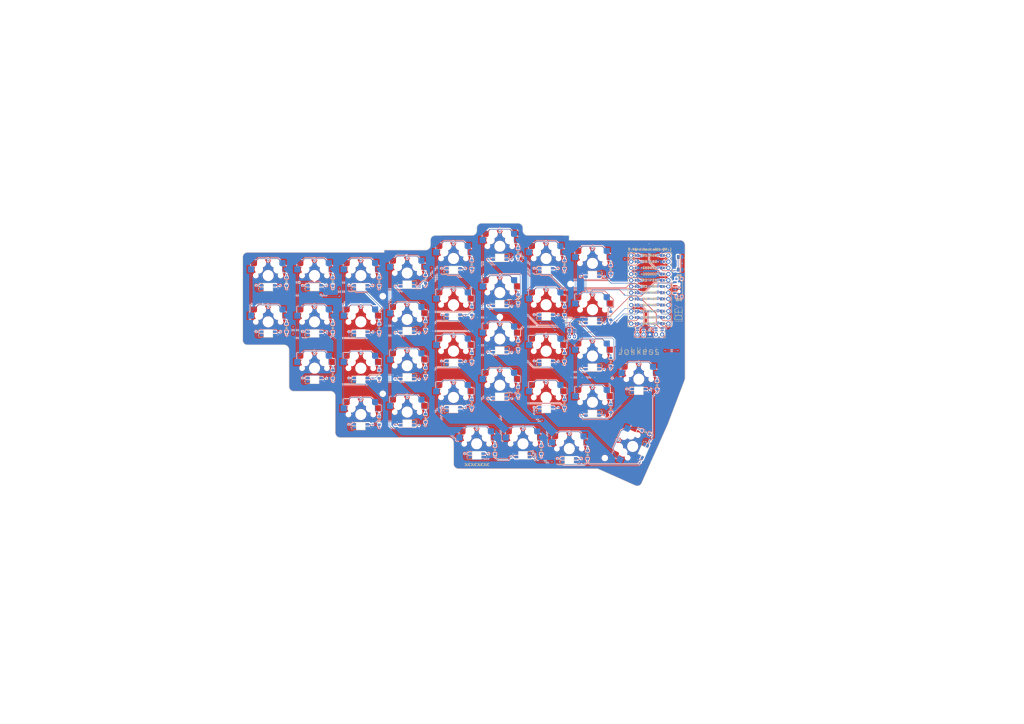
<source format=kicad_pcb>
(kicad_pcb (version 20240108) (generator "pcbnew") (generator_version "8.0")
  (title_block (title "deley") (date "2025-01-09") (rev "0.1") (company "jokkess"))
  (layers (0 "F.Cu" signal) (31 "B.Cu" signal) (34 "B.Paste" user) (35 "F.Paste" user) (36 "B.SilkS" user "B.Silkscreen") (37 "F.SilkS" user "F.Silkscreen") (38 "B.Mask" user) (39 "F.Mask" user) (44 "Edge.Cuts" user))
  (net 0 "")
  (net 1 "P1")
  (net 2 "outer3_top")
  (net 3 "GND")
  (net 4 "outer3_number")
  (net 5 "P2")
  (net 6 "outer2_home")
  (net 7 "outer2_top")
  (net 8 "outer2_number")
  (net 9 "P3")
  (net 10 "outer_bottom")
  (net 11 "outer_home")
  (net 12 "outer_top")
  (net 13 "outer_number")
  (net 14 "P18")
  (net 15 "pinky_bottom")
  (net 16 "pinky_home")
  (net 17 "pinky_top")
  (net 18 "pinky_number")
  (net 19 "P4")
  (net 20 "ring_bottom")
  (net 21 "ring_home")
  (net 22 "ring_top")
  (net 23 "ring_number")
  (net 24 "P14")
  (net 25 "middle_bottom")
  (net 26 "middle_home")
  (net 27 "middle_top")
  (net 28 "middle_number")
  (net 29 "P8")
  (net 30 "index_bottom")
  (net 31 "index_home")
  (net 32 "index_top")
  (net 33 "index_number")
  (net 34 "P19")
  (net 35 "inner_bottom")
  (net 36 "inner_home")
  (net 37 "inner_top")
  (net 38 "inner_number")
  (net 39 "near_bottom")
  (net 40 "home_bottom")
  (net 41 "far_bottom")
  (net 42 "double_bottom")
  (net 43 "main_main")
  (net 44 "VCC")
  (net 45 "LED_32")
  (net 46 "LED_31")
  (net 47 "LED_30")
  (net 48 "LED_34")
  (net 49 "LED_33")
  (net 50 "LED_29")
  (net 51 "LED_26")
  (net 52 "LED_25")
  (net 53 "LED_27")
  (net 54 "LED_28")
  (net 55 "LED_18")
  (net 56 "LED_17")
  (net 57 "LED_19")
  (net 58 "LED_20")
  (net 59 "LED_21")
  (net 60 "LED_8")
  (net 61 "LED_7")
  (net 62 "LED_9")
  (net 63 "LED_10")
  (net 64 "LED_11")
  (net 65 "LED_16")
  (net 66 "LED_6")
  (net 67 "LED_5")
  (net 68 "LED_4")
  (net 69 "LED_24")
  (net 70 "LED_23")
  (net 71 "LED_22")
  (net 72 "LED_15")
  (net 73 "LED_14")
  (net 74 "LED_13")
  (net 75 "LED_12")
  (net 76 "LED_3")
  (net 77 "LED_2")
  (net 78 "LED_1")
  (net 79 "LED_0")
  (net 80 "RAW")
  (net 81 "RST")
  (net 82 "P21")
  (net 83 "P15")
  (net 84 "P16")
  (net 85 "P10")
  (net 86 "P0")
  (net 87 "P5")
  (net 88 "P6")
  (net 89 "P7")
  (net 90 "P9")
  (net 91 "MCU1_24")
  (net 92 "MCU1_1")
  (net 93 "MCU1_23")
  (net 94 "MCU1_2")
  (net 95 "MCU1_22")
  (net 96 "MCU1_3")
  (net 97 "MCU1_21")
  (net 98 "MCU1_4")
  (net 99 "MCU1_20")
  (net 100 "MCU1_5")
  (net 101 "MCU1_19")
  (net 102 "MCU1_6")
  (net 103 "MCU1_18")
  (net 104 "MCU1_7")
  (net 105 "MCU1_17")
  (net 106 "MCU1_8")
  (net 107 "MCU1_16")
  (net 108 "MCU1_9")
  (net 109 "MCU1_15")
  (net 110 "MCU1_10")
  (net 111 "MCU1_14")
  (net 112 "MCU1_11")
  (net 113 "MCU1_13")
  (net 114 "MCU1_12")
  (net 115 "DISP1_1")
  (net 116 "DISP1_2")
  (net 117 "DISP1_4")
  (net 118 "DISP1_5")
  (net 119 "pos")
  (net 120 "JST1_1")
  (net 121 "JST1_2")
  (footprint "ceoloide:diode_tht_sod123" (layer "F.Cu") (at 231.5 165.5 90)
    (property "Reference" "D22" (hide yes))
    (property "Value" "" (hide yes))
  )
  (footprint "ceoloide:diode_tht_sod123" (layer "F.Cu") (at 264.834389 177.265251 156)
    (property "Reference" "D33" (hide yes))
    (property "Value" "" (hide yes))
  )
  (footprint "ceoloide:mcu_supermini_nrf52840" (layer "F.Cu") (at 266.5 117.5)
    (property "Reference" "MCU1" (hide yes))
    (property "Value" "" (hide yes))
  )
  (footprint "ceoloide:diode_tht_sod123" (layer "F.Cu") (at 193.5 165.5 90)
    (property "Reference" "D14" (hide yes))
    (property "Value" "" (hide yes))
  )
  (footprint "ceoloide:mounting_hole_npth" (layer "F.Cu") (at 205 130)
    (property "Reference" "MH5" (hide yes))
    (property "Value" "" (hide yes))
  )
  (footprint "ceoloide:diode_tht_sod123" (layer "F.Cu") (at 193.5 108.5 90)
    (property "Reference" "D17" (hide yes))
    (property "Value" "" (hide yes))
  )
  (footprint "ceoloide:diode_tht_sod123" (layer "F.Cu") (at 155.5 153.5 90)
    (property "Reference" "D7" (hide yes))
    (property "Value" "" (hide yes))
  )
  (footprint "ceoloide:diode_tht_sod123" (layer "F.Cu") (at 117.5 115.5 90)
    (property "Reference" "D2" (hide yes))
    (property "Value" "" (hide yes))
  )
  (footprint "ceoloide:diode_tht_sod123" (layer "F.Cu") (at 193.5 127.5 90)
    (property "Reference" "D16" (hide yes))
    (property "Value" "" (hide yes))
  )
  (footprint "ceoloide:diode_tht_sod123" (layer "F.Cu") (at 212.5 103.5 90)
    (property "Reference" "D21" (hide yes))
    (property "Value" "" (hide yes))
  )
  (footprint "ceoloide:diode_tht_sod123" (layer "F.Cu") (at 155.5 115.5 90)
    (property "Reference" "D9" (hide yes))
    (property "Value" "" (hide yes))
  )
  (footprint "ceoloide:diode_tht_sod123" (layer "F.Cu") (at 193.5 146.5 90)
    (property "Reference" "D15" (hide yes))
    (property "Value" "" (hide yes))
  )
  (footprint "ceoloide:mounting_hole_npth" (layer "F.Cu") (at 157 161.5)
    (property "Reference" "MH2" (hide yes))
    (property "Value" "" (hide yes))
  )
  (footprint "ceoloide:diode_tht_sod123" (layer "F.Cu") (at 231.5 127.5 90)
    (property "Reference" "D24" (hide yes))
    (property "Value" "" (hide yes))
  )
  (footprint "ceoloide:diode_tht_sod123" (layer "F.Cu") (at 212.5 160.5 90)
    (property "Reference" "D18" (hide yes))
    (property "Value" "" (hide yes))
  )
  (footprint "ceoloide:diode_tht_sod123" (layer "F.Cu") (at 241 186.5 90)
    (property "Reference" "D32" (hide yes))
    (property "Value" "" (hide yes))
  )
  (footprint "ceoloide:power_switch_smd_side" (layer "F.Cu") (at 278.5 118)
    (property "Reference" "PWR1" (hide yes))
    (property "Value" "" (hide yes))
  )
  (footprint "ceoloide:diode_tht_sod123" (layer "F.Cu") (at 231.5 146.5 90)
    (property "Reference" "D23" (hide yes))
    (property "Value" "" (hide yes))
  )
  (footprint "ceoloide:diode_tht_sod123" (layer "F.Cu") (at 250.5 129.5 90)
    (property "Reference" "D28" (hide yes))
    (property "Value" "" (hide yes))
  )
  (footprint "ceoloide:diode_tht_sod123" (layer "F.Cu") (at 174.5 114.5 90)
    (property "Reference" "D13" (hide yes))
    (property "Value" "" (hide yes))
  )
  (footprint "ceoloide:diode_tht_sod123" (layer "F.Cu") (at 174.5 171.5 90)
    (property "Reference" "D10" (hide yes))
    (property "Value" "" (hide yes))
  )
  (footprint "ceoloide:mounting_hole_npth" (layer "F.Cu") (at 234 116.5)
    (property "Reference" "MH4" (hide yes))
    (property "Value" "" (hide yes))
  )
  (footprint "ceoloide:diode_tht_sod123" (layer "F.Cu") (at 250.5 148.5 90)
    (property "Reference" "D27" (hide yes))
    (property "Value" "" (hide yes))
  )
  (footprint "ceoloide:mounting_hole_npth" (layer "F.Cu") (at 157 121.5)
    (property "Reference" "MH3" (hide yes))
    (property "Value" "" (hide yes))
  )
  (footprint "ceoloide:diode_tht_sod123" (layer "F.Cu") (at 212.5 122.5 90)
    (property "Reference" "D20" (hide yes))
    (property "Value" "" (hide yes))
  )
  (footprint "ceoloide:diode_tht_sod123" (layer "F.Cu") (at 136.5 134.5 90)
    (property "Reference" "D4" (hide yes))
    (property "Value" "" (hide yes))
  )
  (footprint "ceoloide:diode_tht_sod123" (layer "F.Cu") (at 222 184.5 90)
    (property "Reference" "D31" (hide yes))
    (property "Value" "" (hide yes))
  )
  (footprint "ceoloide:diode_tht_sod123" (layer "F.Cu") (at 212.5 141.5 90)
    (property "Reference" "D19" (hide yes))
    (property "Value" "" (hide yes))
  )
  (footprint "ceoloide:reset_switch_smd_side" (layer "F.Cu") (at 279 108 -90)
    (property "Reference" "RST1" (hide yes))
    (property "Value" "" (hide yes))
  )
  (footprint "ceoloide:diode_tht_sod123" (layer "F.Cu") (at 203 184.5 90)
    (property "Reference" "D30" (hide yes))
    (property "Value" "" (hide yes))
  )
  (footprint "ceoloide:mounting_hole_npth" (layer "F.Cu") (at 248.074234 187.864648 66)
    (property "Reference" "MH1" (hide yes))
    (property "Value" "" (hide yes))
  )
  (footprint "ceoloide:diode_tht_sod123" (layer "F.Cu") (at 155.5 172.5 90)
    (property "Reference" "D6" (hide yes))
    (property "Value" "" (hide yes))
  )
  (footprint "ceoloide:diode_tht_sod123" (layer "F.Cu") (at 174.5 133.5 90)
    (property "Reference" "D12" (hide yes))
    (property "Value" "" (hide yes))
  )
  (footprint "ceoloide:diode_tht_sod123" (layer "F.Cu") (at 136.5 153.5 90)
    (property "Reference" "D3" (hide yes))
    (property "Value" "" (hide yes))
  )
  (footprint "ceoloide:diode_tht_sod123" (layer "F.Cu") (at 269.5 158 90)
    (property "Reference" "D34" (hide yes))
    (property "Value" "" (hide yes))
  )
  (footprint "ceoloide:diode_tht_sod123" (layer "F.Cu") (at 155.5 134.5 90)
    (property "Reference" "D8" (hide yes))
    (property "Value" "" (hide yes))
  )
  (footprint "ceoloide:diode_tht_sod123" (layer "F.Cu") (at 250.5 110.5 90)
    (property "Reference" "D29" (hide yes))
    (property "Value" "" (hide yes))
  )
  (footprint "ceoloide:diode_tht_sod123" (layer "F.Cu") (at 250.5 167.5 90)
    (property "Reference" "D26" (hide yes))
    (property "Value" "" (hide yes))
  )
  (footprint "ceoloide:diode_tht_sod123" (layer "F.Cu") (at 231.5 108.5 90)
    (property "Reference" "D25" (hide yes))
    (property "Value" "" (hide yes))
  )
  (footprint "ceoloide:diode_tht_sod123" (layer "F.Cu") (at 174.5 152.5 90)
    (property "Reference" "D11" (hide yes))
    (property "Value" "" (hide yes))
  )
  (footprint "ceoloide:display_nice_view" (layer "F.Cu") (at 266.5 120.5)
    (property "Reference" "DISP1" (hide yes))
    (property "Value" "" (hide yes))
  )
  (footprint "ceoloide:diode_tht_sod123" (layer "F.Cu") (at 136.5 115.5 90)
    (property "Reference" "D5" (hide yes))
    (property "Value" "" (hide yes))
  )
  (footprint "ceoloide:diode_tht_sod123" (layer "F.Cu") (at 117.5 134.5 90)
    (property "Reference" "D1" (hide yes))
    (property "Value" "" (hide yes))
  )
  (footprint "ceoloide:led_SK6812mini-e (per-key, reversible)" (layer "B.Cu") (at 263.839341 185.031999 -114)
    (property "Reference" "LED34" (hide yes))
    (property "Value" "" (hide yes))
    (fp_poly (pts (xy -1.8 -1.55) (xy 1.8 -1.550001) (xy 1.8 1.55) (xy -1.8 1.550001)) (stroke (width 0.12)) (fill none) (layer "Edge.Cuts"))
  )
  (footprint "ceoloide:led_SK6812mini-e (per-key, reversible)" (layer "B.Cu") (at 148 174.75)
    (property "Reference" "LED6" (hide yes))
    (property "Value" "" (hide yes))
    (fp_rect (start -1.8 -1.55) (end 1.8 1.55) (stroke (width 0.12)) (fill none) (layer "Edge.Cuts"))
  )
  (footprint "ceoloide:led_SK6812mini-e (per-key, reversible)" (layer "B.Cu") (at 186 148.75)
    (property "Reference" "LED11" (hide yes))
    (property "Value" "" (hide yes))
    (fp_rect (start -1.8 -1.55) (end 1.8 1.55) (stroke (width 0.12)) (fill none) (layer "Edge.Cuts"))
  )
  (footprint "ceoloide:switch_mx" (layer "B.Cu") (at 195.5 182)
    (property "Reference" "S30" (hide yes))
    (property "Value" "" (hide yes))
  )
  (footprint "ceoloide:battery_connector_jst_ph_2" (layer "B.Cu") (at 234.6 138 180)
    (property "Reference" "JST1" (hide yes))
    (property "Value" "" (hide yes))
  )
  (footprint "ceoloide:led_SK6812mini-e (per-key, reversible)" (layer "B.Cu") (at 129 155.75)
    (property "Reference" "LED3" (hide yes))
    (property "Value" "" (hide yes))
    (fp_rect (start -1.8 -1.55) (end 1.8 1.55) (stroke (width 0.12)) (fill none) (layer "Edge.Cuts"))
  )
  (footprint "ceoloide:switch_mx" (layer "B.Cu") (at 186 125)
    (property "Reference" "S16" (hide yes))
    (property "Value" "" (hide yes))
  )
  (footprint "ceoloide:led_SK6812mini-e (per-key, reversible)" (layer "B.Cu") (at 205 143.75 180)
    (property "Reference" "LED26" (hide yes))
    (property "Value" "" (hide yes))
    (fp_rect (start -1.8 -1.55) (end 1.8 1.55) (stroke (width 0.12)) (fill none) (layer "Edge.Cuts"))
  )
  (footprint "ceoloide:switch_mx" (layer "B.Cu") (at 186 163)
    (property "Reference" "S14" (hide yes))
    (property "Value" "" (hide yes))
  )
  (footprint "ceoloide:led_SK6812mini-e (per-key, reversible)" (layer "B.Cu") (at 224 167.75)
    (property "Reference" "LED14" (hide yes))
    (property "Value" "" (hide yes))
    (fp_rect (start -1.8 -1.55) (end 1.8 1.55) (stroke (width 0.12)) (fill none) (layer "Edge.Cuts"))
  )
  (footprint "ceoloide:switch_mx" (layer "B.Cu") (at 224 106)
    (property "Reference" "S25" (hide yes))
    (property "Value" "" (hide yes))
  )
  (footprint "ceoloide:switch_mx" (layer "B.Cu") (at 243 127)
    (property "Reference" "S28" (hide yes))
    (property "Value" "" (hide yes))
  )
  (footprint "ceoloide:led_SK6812mini-e (per-key, reversible)" (layer "B.Cu") (at 167 173.75 180)
    (property "Reference" "LED21" (hide yes))
    (property "Value" "" (hide yes))
    (fp_rect (start -1.8 -1.55) (end 1.8 1.55) (stroke (width 0.12)) (fill none) (layer "Edge.Cuts"))
  )
  (footprint "ceoloide:led_SK6812mini-e (per-key, reversible)" (layer "B.Cu") (at 186 129.75)
    (property "Reference" "LED12" (hide yes))
    (property "Value" "" (hide yes))
    (fp_rect (start -1.8 -1.55) (end 1.8 1.55) (stroke (width 0.12)) (fill none) (layer "Edge.Cuts"))
  )
  (footprint "ceoloide:led_SK6812mini-e (per-key, reversible)" (layer "B.Cu") (at 205 162.75 180)
    (property "Reference" "LED25" (hide yes))
    (property "Value" "" (hide yes))
    (fp_rect (start -1.8 -1.55) (end 1.8 1.55) (stroke (width 0.12)) (fill none) (layer "Edge.Cuts"))
  )
  (footprint "ceoloide:led_SK6812mini-e (per-key, reversible)" (layer "B.Cu") (at 148 136.75)
    (property "Reference" "LED8" (hide yes))
    (property "Value" "" (hide yes))
    (fp_rect (start -1.8 -1.55) (end 1.8 1.55) (stroke (width 0.12)) (fill none) (layer "Edge.Cuts"))
  )
  (footprint "ceoloide:led_SK6812mini-e (per-key, reversible)" (layer "B.Cu") (at 262 160.25)
    (property "Reference" "LED20" (hide yes))
    (property "Value" "" (hide yes))
    (fp_rect (start -1.8 -1.55) (end 1.8 1.55) (stroke (width 0.12)) (fill none) (layer "Edge.Cuts"))
  )
  (footprint "ceoloide:switch_mx" (layer "B.Cu") (at 214.5 182)
    (property "Reference" "S31" (hide yes))
    (property "Value" "" (hide yes))
  )
  (footprint "ceoloide:switch_mx" (layer "B.Cu") (at 224 125)
    (property "Reference" "S24" (hide yes))
    (property "Value" "" (hide yes))
  )
  (footprint "ceoloide:led_SK6812mini-e (per-key, reversible)" (layer "B.Cu") (at 243 150.75 180)
    (property "Reference" "LED30" (hide yes))
    (property "Value" "" (hide yes))
    (fp_rect (start -1.8 -1.55) (end 1.8 1.55) (stroke (width 0.12)) (fill none) (layer "Edge.Cuts"))
  )
  (footprint "ceoloide:led_SK6812mini-e (per-key, reversible)" (layer "B.Cu") (at 233.5 188.75)
    (property "Reference" "LED19" (hide yes))
    (property "Value" "" (hide yes))
    (fp_rect (start -1.8 -1.55) (end 1.8 1.55) (stroke (width 0.12)) (fill none) (layer "Edge.Cuts"))
  )
  (footprint "ceoloide:led_SK6812mini-e (per-key, reversible)" (layer "B.Cu") (at 148 117.75)
    (property "Reference" "LED9" (hide yes))
    (property "Value" "" (hide yes))
    (fp_rect (start -1.8 -1.55) (end 1.8 1.55) (stroke (width 0.12)) (fill none) (layer "Edge.Cuts"))
  )
  (footprint "ceoloide:switch_mx" (layer "B.Cu") (at 205 101)
    (property "Reference" "S21" (hide yes))
    (property "Value" "" (hide yes))
  )
  (footprint "ceoloide:switch_mx" (layer "B.Cu") (at 167 112)
    (property "Reference" "S13" (hide yes))
    (property "Value" "" (hide yes))
  )
  (footprint "ceoloide:led_SK6812mini-e (per-key, reversible)" (layer "B.Cu") (at 167 135.75 180)
    (property "Reference" "LED23" (hide yes))
    (property "Value" "" (hide yes))
    (fp_rect (start -1.8 -1.55) (end 1.8 1.55) (stroke (width 0.12)) (fill none) (layer "Edge.Cuts"))
  )
  (footprint "ceoloide:led_SK6812mini-e (per-key, reversible)" (layer "B.Cu") (at 243 131.75 180)
    (property "Reference" "LED31" (hide yes))
    (property "Value" "" (hide yes))
    (fp_rect (start -1.8 -1.55) (end 1.8 1.55) (stroke (width 0.12)) (fill none) (layer "Edge.Cuts"))
  )
  (footprint "ceoloide:led_SK6812mini-e (per-key, reversible)" (layer "B.Cu") (at 110 136.75)
    (property "Reference" "LED1" (hide yes))
    (property "Value" "" (hide yes))
    (fp_rect (start -1.8 -1.55) (end 1.8 1.55) (stroke (width 0.12)) (fill none) (layer "Edge.Cuts"))
  )
  (footprint "ceoloide:led_SK6812mini-e (per-key, reversible)" (layer "B.Cu") (at 167 116.75 180)
    (property "Reference" "LED24" (hide yes))
    (property "Value" "" (hide yes))
    (fp_rect (start -1.8 -1.55) (end 1.8 1.55) (stroke (width 0.12)) (fill none) (layer "Edge.Cuts"))
  )
  (footprint "ceoloide:switch_mx" (layer "B.Cu") (at 243 146)
    (property "Reference" "S27" (hide yes))
    (property "Value" "" (hide yes))
  )
  (footprint "ceoloide:switch_mx" (layer "B.Cu") (at 233.5 184)
    (property "Reference" "S32" (hide yes))
    (property "Value" "" (hide yes))
  )
  (footprint "ceoloide:led_SK6812mini-e (per-key, reversible)" (layer "B.Cu") (at 129 117.75)
    (property "Reference" "LED5" (hide yes))
    (property "Value" "" (hide yes))
    (fp_rect (start -1.8 -1.55) (end 1.8 1.55) (stroke (width 0.12)) (fill none) (layer "Edge.Cuts"))
  )
  (footprint "ceoloide:switch_mx" (layer "B.Cu") (at 167 150)
    (property "Reference" "S11" (hide yes))
    (property "Value" "" (hide yes))
  )
  (footprint "ceoloide:switch_mx" (layer "B.Cu") (at 129 151)
    (property "Reference" "S3" (hide yes))
    (property "Value" "" (hide yes))
  )
  (footprint "ceoloide:switch_mx" (layer "B.Cu") (at 167 169)
    (property "Reference" "S10" (hide yes))
    (property "Value" "" (hide yes))
  )
  (footprint "ceoloide:led_SK6812mini-e (per-key, reversible)" (layer "B.Cu") (at 214.5 186.75 180)
    (property "Reference" "LED33" (hide yes))
    (property "Value" "" (hide yes))
    (fp_rect (start -1.8 -1.55) (end 1.8 1.55) (stroke (width 0.12)) (fill none) (layer "Edge.Cuts"))
  )
  (footprint "ceoloide:switch_mx" (layer "B.Cu") (at 148 151)
    (property "Reference" "S7" (hide yes))
    (property "Value" "" (hide yes))
  )
  (footprint "ceoloide:led_SK6812mini-e (per-key, reversible)" (layer "B.Cu") (at 167 154.75 180)
    (property "Reference" "LED22" (hide yes))
    (property "Value" "" (hide yes))
    (fp_rect (start -1.8 -1.55) (end 1.8 1.55) (stroke (width 0.12)) (fill none) (layer "Edge.Cuts"))
  )
  (footprint "ceoloide:led_SK6812mini-e (per-key, reversible)" (layer "B.Cu") (at 205 105.75 180)
    (property "Reference" "LED28" (hide yes))
    (property "Value" "" (hide yes))
    (fp_rect (start -1.8 -1.55) (end 1.8 1.55) (stroke (width 0.12)) (fill none) (layer "Edge.Cuts"))
  )
  (footprint "ceoloide:switch_mx" (layer "B.Cu") (at 148 132)
    (property "Reference" "S8" (hide yes))
    (property "Value" "" (hide yes))
  )
  (footprint "ceoloide:switch_mx" (layer "B.Cu") (at 205 158)
    (property "Reference" "S18" (hide yes))
    (property "Value" "" (hide yes))
  )
  (footprint "ceoloide:switch_mx" (layer "B.Cu") (at 224 144)
    (property "Reference" "S23" (hide yes))
    (property "Value" "" (hide yes))
  )
  (footprint "ceoloide:switch_mx" (layer "B.Cu") (at 110 132)
    (property "Reference" "S1" (hide yes))
    (property "Value" "" (hide yes))
  )
  (footprint "ceoloide:led_SK6812mini-e (per-key, reversible)" (layer "B.Cu") (at 205 124.75 180)
    (property "Reference" "LED27" (hide yes))
    (property "Value" "" (hide yes))
    (fp_rect (start -1.8 -1.55) (end 1.8 1.55) (stroke (width 0.12)) (fill none) (layer "Edge.Cuts"))
  )
  (footprint "ceoloide:led_SK6812mini-e (per-key, reversible)" (layer "B.Cu") (at 195.5 186.75)
    (property "Reference" "LED18" (hide yes))
    (property "Value" "" (hide yes))
    (fp_rect (start -1.8 -1.55) (end 1.8 1.55) (stroke (width 0.12)) (fill none) (layer "Edge.Cuts"))
  )
  (footprint "ceoloide:led_SK6812mini-e (per-key, reversible)" (layer "B.Cu") (at 224 129.75)
    (property "Reference" "LED16" (hide yes))
    (property "Value" "" (hide yes))
    (fp_rect (start -1.8 -1.55) (end 1.8 1.55) (stroke (width 0.12)) (fill none) (layer "Edge.Cuts"))
  )
  (footprint "ceoloide:led_SK6812mini-e (per-key, reversible)" (layer "B.Cu") (at 148 155.75)
    (property "Reference" "LED7" (hide yes))
    (property "Value" "" (hide yes))
    (fp_rect (start -1.8 -1.55) (end 1.8 1.55) (stroke (width 0.12)) (fill none) (layer "Edge.Cuts"))
  )
  (footprint "ceoloide:switch_mx" (layer "B.Cu") (at 129 132)
    (property "Reference" "S4" (hide yes))
    (property "Value" "" (hide yes))
  )
  (footprint "ceoloide:switch_mx" (layer "B.Cu") (at 243 108)
    (property "Reference" "S29" (hide yes))
    (property "Value" "" (hide yes))
  )
  (footprint "ceoloide:switch_mx" (layer "B.Cu") (at 110 113)
    (property "Reference" "S2" (hide yes))
    (property "Value" "" (hide yes))
  )
  (footprint "ceoloide:led_SK6812mini-e (per-key, reversible)" (layer "B.Cu") (at 224 148.75)
    (property "Reference" "LED15" (hide yes))
    (property "Value" "" (hide yes))
    (fp_rect (start -1.8 -1.55) (end 1.8 1.55) (stroke (width 0.12)) (fill none) (layer "Edge.Cuts"))
  )
  (footprint "ceoloide:led_SK6812mini-e (per-key, reversible)" (layer "B.Cu") (at 243 169.75 180)
    (property "Reference" "LED29" (hide yes))
    (property "Value" "" (hide yes))
    (fp_rect (start -1.8 -1.55) (end 1.8 1.55) (stroke (width 0.12)) (fill none) (layer "Edge.Cuts"))
  )
  (footprint "ceoloide:switch_mx" (layer "B.Cu") (at 243 165)
    (property "Reference" "S26" (hide yes))
    (property "Value" "" (hide yes))
  )
  (footprint "ceoloide:led_SK6812mini-e (per-key, reversible)" (layer "B.Cu") (at 186 110.75)
    (property "Reference" "LED13" (hide yes))
    (property "Value" "" (hide yes))
    (fp_rect (start -1.8 -1.55) (end 1.8 1.55) (stroke (width 0.12)) (fill none) (layer "Edge.Cuts"))
  )
  (footprint "ceoloide:switch_mx" (layer "B.Cu") (at 259.5 183.1 66)
    (property "Reference" "S33" (hide yes))
    (property "Value" "" (hide yes))
  )
  (footprint "ceoloide:switch_mx" (layer "B.Cu") (at 148 170)
    (property "Reference" "S6" (hide yes))
    (property "Value" "" (hide yes))
  )
  (footprint "ceoloide:switch_mx" (layer "B.Cu") (at 262 155.5)
    (property "Reference" "S34" (hide yes))
    (property "Value" "" (hide yes))
  )
  (footprint "ceoloide:switch_mx" (layer "B.Cu") (at 205 139)
    (property "Reference" "S19" (hide yes))
    (property "Value" "" (hide yes))
  )
  (footprint "ceoloide:switch_mx" (layer "B.Cu") (at 186 144)
    (property "Reference" "S15" (hide yes))
    (property "Value" "" (hide yes))
  )
  (footprint "ceoloide:switch_mx" (layer "B.Cu") (at 205 120)
    (property "Reference" "S20" (hide yes))
    (property "Value" "" (hide yes))
  )
  (footprint "ceoloide:led_SK6812mini-e (per-key, reversible)" (layer "B.Cu") (at 224 110.75)
    (property "Reference" "LED17" (hide yes))
    (property "Value" "" (hide yes))
    (fp_rect (start -1.8 -1.55) (end 1.8 1.55) (stroke (width 0.12)) (fill none) (layer "Edge.Cuts"))
  )
  (footprint "ceoloide:led_SK6812mini-e (per-key, reversible)" (layer "B.Cu") (at 243 112.75 180)
    (property "Reference" "LED32" (hide yes))
    (property "Value" "" (hide yes))
    (fp_rect (start -1.8 -1.55) (end 1.8 1.55) (stroke (width 0.12)) (fill none) (layer "Edge.Cuts"))
  )
  (footprint "ceoloide:switch_mx" (layer "B.Cu") (at 224 163)
    (property "Reference" "S22" (hide yes))
    (property "Value" "" (hide yes))
  )
  (footprint "ceoloide:switch_mx" (layer "B.Cu") (at 129 113)
    (property "Reference" "S5" (hide yes))
    (property "Value" "" (hide yes))
  )
  (footprint "ceoloide:led_SK6812mini-e (per-key, reversible)" (layer "B.Cu") (at 186 167.75)
    (property "Reference" "LED10" (hide yes))
    (property "Value" "" (hide yes))
    (fp_rect (start -1.8 -1.55) (end 1.8 1.55) (stroke (width 0.12)) (fill none) (layer "Edge.Cuts"))
  )
  (footprint "ceoloide:led_SK6812mini-e (per-key, reversible)" (layer "B.Cu") (at 129 136.75)
    (property "Reference" "LED4" (hide yes))
    (property "Value" "" (hide yes))
    (fp_rect (start -1.8 -1.55) (end 1.8 1.55) (stroke (width 0.12)) (fill none) (layer "Edge.Cuts"))
  )
  (footprint "ceoloide:switch_mx" (layer "B.Cu") (at 167 131)
    (property "Reference" "S12" (hide yes))
    (property "Value" "" (hide yes))
  )
  (footprint "ceoloide:led_SK6812mini-e (per-key, reversible)" (layer "B.Cu") (at 110 117.75)
    (property "Reference" "LED2" (hide yes))
    (property "Value" "" (hide yes))
    (fp_rect (start -1.8 -1.55) (end 1.8 1.55) (stroke (width 0.12)) (fill none) (layer "Edge.Cuts"))
  )
  (footprint "ceoloide:switch_mx" (layer "B.Cu") (at 148 113)
    (property "Reference" "S9" (hide yes))
    (property "Value" "" (hide yes))
  )
  (footprint "ceoloide:switch_mx" (layer "B.Cu") (at 186 106)
    (property "Reference" "S17" (hide yes))
    (property "Value" "" (hide yes))
  )
  (gr_line (start 116.5 141.5) (end 101.5 141.5) (stroke (width 0.15)) (layer "Edge.Cuts"))
  (gr_line (start 178.5 96.5) (end 193.5 96.5) (stroke (width 0.15)) (layer "Edge.Cuts"))
  (gr_arc (start 120.5 160.5) (mid 119.085786 159.914214) (end 118.5 158.5) (stroke (width 0.15)) (layer "Edge.Cuts"))
  (gr_line (start 281 100.5) (end 281 155.132033) (stroke (width 0.15)) (layer "Edge.Cuts"))
  (gr_arc (start 263.196158 198.15493) (mid 262.085809 199.20862) (end 260.555594 199.168548) (stroke (width 0.15)) (layer "Edge.Cuts"))
  (gr_arc (start 101.5 141.5) (mid 100.085786 140.914214) (end 99.5 139.5) (stroke (width 0.15)) (layer "Edge.Cuts"))
  (gr_line (start 244.600279 192.253996) (end 187.999864 192.250136) (stroke (width 0.15)) (layer "Edge.Cuts"))
  (gr_line (start 135.5 160.5) (end 120.5 160.5) (stroke (width 0.15)) (layer "Edge.Cuts"))
  (gr_line (start 260.555594 199.168548) (end 245.413616 192.426905) (stroke (width 0.15)) (layer "Edge.Cuts"))
  (gr_arc (start 244.600279 192.253996) (mid 245.01603 192.297723) (end 245.413616 192.426905) (stroke (width 0.15)) (layer "Edge.Cuts"))
  (gr_line (start 186 190.250136) (end 186 181.5) (stroke (width 0.15)) (layer "Edge.Cuts"))
  (gr_arc (start 279 98.5) (mid 280.414214 99.085786) (end 281 100.5) (stroke (width 0.15)) (layer "Edge.Cuts"))
  (gr_line (start 176.5 100.5) (end 176.5 98.5) (stroke (width 0.15)) (layer "Edge.Cuts"))
  (gr_line (start 214.5 93.5) (end 214.5 94.5) (stroke (width 0.15)) (layer "Edge.Cuts"))
  (gr_arc (start 273.994253 173.894581) (mid 273.973982 173.945687) (end 273.952311 173.996215) (stroke (width 0.15)) (layer "Edge.Cuts"))
  (gr_line (start 216.5 96.5) (end 233.5 96.5) (stroke (width 0.15)) (layer "Edge.Cuts"))
  (gr_line (start 195.5 94.5) (end 195.5 93.5) (stroke (width 0.15)) (layer "Edge.Cuts"))
  (gr_line (start 273.952311 173.996215) (end 263.196158 198.15493) (stroke (width 0.15)) (layer "Edge.Cuts"))
  (gr_arc (start 116.5 141.5) (mid 117.914214 142.085786) (end 118.5 143.5) (stroke (width 0.15)) (layer "Edge.Cuts"))
  (gr_arc (start 212.5 91.5) (mid 213.914214 92.085786) (end 214.5 93.5) (stroke (width 0.15)) (layer "Edge.Cuts"))
  (gr_line (start 280.869033 155.843872) (end 273.994253 173.894581) (stroke (width 0.15)) (layer "Edge.Cuts"))
  (gr_arc (start 195.5 94.5) (mid 194.914214 95.914214) (end 193.5 96.5) (stroke (width 0.15)) (layer "Edge.Cuts"))
  (gr_arc (start 195.5 93.5) (mid 196.085786 92.085786) (end 197.5 91.5) (stroke (width 0.15)) (layer "Edge.Cuts"))
  (gr_arc (start 176.5 100.5) (mid 175.914214 101.914214) (end 174.5 102.5) (stroke (width 0.15)) (layer "Edge.Cuts"))
  (gr_line (start 157.5 102.5) (end 174.5 102.5) (stroke (width 0.15)) (layer "Edge.Cuts"))
  (gr_arc (start 184 179.5) (mid 185.414214 180.085786) (end 186 181.5) (stroke (width 0.15)) (layer "Edge.Cuts"))
  (gr_line (start 184 179.5) (end 139.5 179.5) (stroke (width 0.15)) (layer "Edge.Cuts"))
  (gr_arc (start 281 155.132033) (mid 280.96698 155.493925) (end 280.869033 155.843872) (stroke (width 0.15)) (layer "Edge.Cuts"))
  (gr_arc (start 139.5 179.5) (mid 138.085786 178.914214) (end 137.5 177.5) (stroke (width 0.15)) (layer "Edge.Cuts"))
  (gr_line (start 233.5 96.5) (end 233.5 98.5) (stroke (width 0.15)) (layer "Edge.Cuts"))
  (gr_line (start 101.5 103.5) (end 157.5 103.5) (stroke (width 0.15)) (layer "Edge.Cuts"))
  (gr_line (start 233.5 98.5) (end 279 98.5) (stroke (width 0.15)) (layer "Edge.Cuts"))
  (gr_line (start 157.5 103.5) (end 157.5 102.5) (stroke (width 0.15)) (layer "Edge.Cuts"))
  (gr_arc (start 135.5 160.5) (mid 136.914214 161.085786) (end 137.5 162.5) (stroke (width 0.15)) (layer "Edge.Cuts"))
  (gr_line (start 118.5 158.5) (end 118.5 143.5) (stroke (width 0.15)) (layer "Edge.Cuts"))
  (gr_arc (start 216.5 96.5) (mid 215.085786 95.914214) (end 214.5 94.5) (stroke (width 0.15)) (layer "Edge.Cuts"))
  (gr_line (start 197.5 91.5) (end 212.5 91.5) (stroke (width 0.15)) (layer "Edge.Cuts"))
  (gr_line (start 137.5 177.5) (end 137.5 162.5) (stroke (width 0.15)) (layer "Edge.Cuts"))
  (gr_arc (start 176.5 98.5) (mid 177.085786 97.085786) (end 178.5 96.5) (stroke (width 0.15)) (layer "Edge.Cuts"))
  (gr_line (start 99.5 139.5) (end 99.5 105.5) (stroke (width 0.15)) (layer "Edge.Cuts"))
  (gr_arc (start 187.999864 192.250136) (mid 186.585726 191.664304) (end 186 190.250136) (stroke (width 0.15)) (layer "Edge.Cuts"))
  (gr_arc (start 99.5 105.5) (mid 100.085786 104.085786) (end 101.5 103.5) (stroke (width 0.15)) (layer "Edge.Cuts"))
  (gr_text "Jokkess" (at 262 144.1 0) (layer "B.SilkS") (effects (font (size 3 3)) (justify mirror)))
  (gr_text "JLCJLCJLCJLC" (at 195.5 190.55 0) (layer "B.SilkS") (effects (font (size 1 1)) (justify mirror)))
  (gr_text "LEY" (at 280.2 132.6 90) (layer "B.SilkS") (effects (font (size 3 3)) (justify left bottom)))
  (gr_text "DE" (at 278.4 128.9 90) (layer "F.SilkS") (effects (font (size 3 3))))
  (gr_text "Jokkess" (at 262 144 -0) (layer "F.SilkS") (effects (font (size 3 3))))
  (gr_text "JLCJLCJLCJLC" (at 195.6 190.6 -0) (layer "F.SilkS") (effects (font (size 1 1))))
  (segment (start 230.8 96.8) (end 234.441 100.441) (width 0.2) (layer "F.Cu") (net 1))
  (segment (start 234.441 100.441) (end 257.996 100.441) (width 0.2) (layer "F.Cu") (net 1))
  (segment (start 114.166 106.041) (end 117.085 108.96) (width 0.2) (layer "F.Cu") (net 1))
  (segment (start 167.75 102.8) (end 175.464476 102.8) (width 0.2) (layer "F.Cu") (net 1))
  (segment (start 178.583 99.681476) (end 178.583 99.545736) (width 0.2) (layer "F.Cu") (net 1))
  (segment (start 117.085 108.96) (end 117.085 110.46) (width 0.2) (layer "F.Cu") (net 1))
  (segment (start 110 126.07) (end 111.029 125.041) (width 0.2) (layer "F.Cu") (net 1))
  (segment (start 261.725 104.8) (end 263.1 104.8) (width 0.25) (layer "F.Cu") (net 1))
  (segment (start 175.464476 102.8) (end 178.583 99.681476) (width 0.2) (layer "F.Cu") (net 1))
  (segment (start 114.166 125.041) (end 117.085 127.96) (width 0.2) (layer "F.Cu") (net 1))
  (segment (start 215.05 96.8) (end 230.8 96.8) (width 0.2) (layer "F.Cu") (net 1))
  (segment (start 194.692795 96.807205) (end 198.25 93.25) (width 0.2) (layer "F.Cu") (net 1))
  (segment (start 110 107.07) (end 111.029 106.041) (width 0.2) (layer "F.Cu") (net 1))
  (segment (start 111.029 106.041) (end 114.166 106.041) (width 0.2) (layer "F.Cu") (net 1))
  (segment (start 261.725 104.17) (end 261.725 104.8) (width 0.2) (layer "F.Cu") (net 1))
  (segment (start 178.583 99.545736) (end 181.321531 96.807205) (width 0.2) (layer "F.Cu") (net 1))
  (segment (start 198.25 93.25) (end 211.5 93.25) (width 0.2) (layer "F.Cu") (net 1))
  (segment (start 181.321531 96.807205) (end 194.692795 96.807205) (width 0.2) (layer "F.Cu") (net 1))
  (segment (start 257.996 100.441) (end 261.725 104.17) (width 0.2) (layer "F.Cu") (net 1))
  (segment (start 211.5 93.25) (end 215.05 96.8) (width 0.2) (layer "F.Cu") (net 1))
  (segment (start 165.909 104.641) (end 167.75 102.8) (width 0.2) (layer "F.Cu") (net 1))
  (segment (start 117.085 127.96) (end 117.085 129.46) (width 0.2) (layer "F.Cu") (net 1))
  (segment (start 122.904 104.641) (end 165.909 104.641) (width 0.2) (layer "F.Cu") (net 1))
  (segment (start 117.085 110.46) (end 122.904 104.641) (width 0.2) (layer "F.Cu") (net 1))
  (segment (start 111.029 125.041) (end 114.166 125.041) (width 0.2) (layer "F.Cu") (net 1))
  (via (at 110 126.07) (size 0.6) (drill 0.3) (layers "F.Cu" "B.Cu") (net 1))
  (via (at 110 107.07) (size 0.6) (drill 0.3) (layers "F.Cu" "B.Cu") (net 1))
  (segment (start 270.925305 104.8) (end 270.200305 104.075) (width 0.25) (layer "B.Cu") (net 1))
  (segment (start 271.275 104.8) (end 270.925305 104.8) (width 0.25) (layer "B.Cu") (net 1))
  (segment (start 102.915 129.46) (end 102.915 127.96) (width 0.2) (layer "B.Cu") (net 1))
  (segment (start 102.915 127.96) (end 105.834 125.041) (width 0.2) (layer "B.Cu") (net 1))
  (segment (start 105.834 106.041) (end 108.971 106.041) (width 0.2) (layer "B.Cu") (net 1))
  (segment (start 108.971 106.041) (end 110 107.07) (width 0.2) (layer "B.Cu") (net 1))
  (segment (start 108.971 125.041) (end 110 126.07) (width 0.2) (layer "B.Cu") (net 1))
  (segment (start 269.599695 104.075) (end 269.094695 104.58) (width 0.25) (layer "B.Cu") (net 1))
  (segment (start 102.915 110.46) (end 102.915 129.46) (width 0.2) (layer "B.Cu") (net 1))
  (segment (start 102.915 108.96) (end 105.834 106.041) (width 0.2) (layer "B.Cu") (net 1))
  (segment (start 270.200305 104.075) (end 269.599695 104.075) (width 0.25) (layer "B.Cu") (net 1))
  (segment (start 269.094695 104.58) (end 263.32 104.58) (width 0.25) (layer "B.Cu") (net 1))
  (segment (start 102.915 110.46) (end 102.915 108.96) (width 0.2) (layer "B.Cu") (net 1))
  (segment (start 105.834 125.041) (end 108.971 125.041) (width 0.2) (layer "B.Cu") (net 1))
  (segment (start 106.037 125.041) (end 110 125.041) (width 0.2) (layer "F.Cu") (net 2))
  (segment (start 117.5 132.85) (end 117.5 131.65) (width 0.2) (layer "F.Cu") (net 2))
  (segment (start 104.158 126.92) (end 106.037 125.041) (width 0.2) (layer "F.Cu") (net 2))
  (via (at 117.5 131.65) (size 0.6) (drill 0.3) (layers "F.Cu" "B.Cu") (net 2))
  (via (at 110 125.041) (size 0.6) (drill 0.3) (layers "F.Cu" "B.Cu") (net 2))
  (segment (start 117.5 131.65) (end 117.5 132.85) (width 0.2) (layer "B.Cu") (net 2))
  (segment (start 115.842 126.92) (end 115.842 129.992) (width 0.2) (layer "B.Cu") (net 2))
  (segment (start 115.842 129.992) (end 117.5 131.65) (width 0.2) (layer "B.Cu") (net 2))
  (segment (start 113.963 125.041) (end 115.842 126.92) (width 0.2) (layer "B.Cu") (net 2))
  (segment (start 110 125.041) (end 113.963 125.0405) (width 0.2) (layer "B.Cu") (net 2))
  (segment (start 233.6 135.184) (end 233.6 134.8) (width 0.2) (layer "F.Cu") (net 3))
  (segment (start 183.3 168.45) (end 181.94 168.45) (width 0.25) (layer "F.Cu") (net 3))
  (segment (start 126.3 118.45) (end 124.94 118.45) (width 0.25) (layer "F.Cu") (net 3))
  (segment (start 245.7 150.05) (end 247.06 150.05) (width 0.25) (layer "F.Cu") (net 3))
  (segment (start 245.7 169.05) (end 247.06 169.05) (width 0.25) (layer "F.Cu") (net 3))
  (segment (start 226.4 189.4) (end 229.39 189.4) (width 0.25) (layer "F.Cu") (net 3))
  (segment (start 221.3 130.45) (end 219.94 130.45) (width 0.25) (layer "F.Cu") (net 3))
  (segment (start 207.7 124.05) (end 209.06 124.05) (width 0.25) (layer "F.Cu") (net 3))
  (segment (start 229.39 189.4) (end 229.44 189.45) (width 0.25) (layer "F.Cu") (net 3))
  (segment (start 264.298048 182.280711) (end 264.85121 181.038289) (width 0.25) (layer "F.Cu") (net 3))
  (segment (start 221.3 149.45) (end 219.94 149.45) (width 0.25) (layer "F.Cu") (net 3))
  (segment (start 207.7 162.05) (end 209.06 162.05) (width 0.25) (layer "F.Cu") (net 3))
  (segment (start 169.7 154.05) (end 171.06 154.05) (width 0.25) (layer "F.Cu") (net 3))
  (segment (start 107.3 137.45) (end 105.94 137.45) (width 0.25) (layer "F.Cu") (net 3))
  (segment (start 169.7 116.05) (end 171.06 116.05) (width 0.25) (layer "F.Cu") (net 3))
  (segment (start 245.7 131.05) (end 247.06 131.05) (width 0.25) (layer "F.Cu") (net 3))
  (segment (start 233.6 135.184) (end 227.816 135.184) (width 0.2) (layer "F.Cu") (net 3))
  (segment (start 192.8 187.45) (end 191.44 187.45) (width 0.25) (layer "F.Cu") (net 3))
  (segment (start 107.3 118.45) (end 105.94 118.45) (width 0.25) (layer "F.Cu") (net 3))
  (segment (start 145.3 156.45) (end 143.94 156.45) (width 0.25) (layer "F.Cu") (net 3))
  (segment (start 183.3 130.45) (end 181.94 130.45) (width 0.25) (layer "F.Cu") (net 3))
  (segment (start 227.816 135.184) (end 227.6 135.4) (width 0.2) (layer "F.Cu") (net 3))
  (segment (start 247.06 112.05) (end 247.15 112.05) (width 0.25) (layer "F.Cu") (net 3))
  (segment (start 271.275 107.34) (end 269.9 107.34) (width 0.25) (layer "F.Cu") (net 3))
  (segment (start 221.3 132.1) (end 221.6 132.4) (width 0.25) (layer "F.Cu") (net 3))
  (segment (start 169.7 173.05) (end 171.06 173.05) (width 0.25) (layer "F.Cu") (net 3))
  (segment (start 245.7 112.05) (end 247.06 112.05) (width 0.25) (layer "F.Cu") (net 3))
  (segment (start 145.3 175.45) (end 143.94 175.45) (width 0.25) (layer "F.Cu") (net 3))
  (segment (start 183.3 111.45) (end 181.94 111.45) (width 0.25) (layer "F.Cu") (net 3))
  (segment (start 261.725 109.88) (end 263.1 109.88) (width 0.25) (layer "F.Cu") (net 3))
  (segment (start 217.2 186.05) (end 218.56 186.05) (width 0.25) (layer "F.Cu") (net 3))
  (segment (start 145.3 137.45) (end 143.94 137.45) (width 0.25) (layer "F.Cu") (net 3))
  (segment (start 221.3 111.45) (end 219.94 111.45) (width 0.25) (layer "F.Cu") (net 3))
  (segment (start 230.8 189.45) (end 229.44 189.45) (width 0.25) (layer "F.Cu") (net 3))
  (segment (start 207.7 143.05) (end 209.06 143.05) (width 0.25) (layer "F.Cu") (net 3))
  (segment (start 233.6 134.8) (end 234 134.4) (width 0.2) (layer "F.Cu") (net 3))
  (segment (start 183.3 149.45) (end 181.94 149.45) (width 0.25) (layer "F.Cu") (net 3))
  (segment (start 234 134.4) (end 234.2 134.4) (width 0.2) (layer "F.Cu") (net 3))
  (segment (start 169.7 135.05) (end 171.06 135.05) (width 0.25) (layer "F.Cu") (net 3))
  (segment (start 126.3 137.45) (end 124.94 137.45) (width 0.25) (layer "F.Cu") (net 3))
  (segment (start 221.3 130.45) (end 221.3 132.1) (width 0.25) (layer "F.Cu") (net 3))
  (segment (start 145.3 118.45) (end 143.94 118.45) (width 0.25) (layer "F.Cu") (net 3))
  (segment (start 221.3 168.45) (end 219.94 168.45) (width 0.25) (layer "F.Cu") (net 3))
  (segment (start 207.7 105.05) (end 209.06 105.05) (width 0.25) (layer "F.Cu") (net 3))
  (segment (start 259.3 160.95) (end 257.94 160.95) (width 0.25) (layer "F.Cu") (net 3))
  (segment (start 126.3 156.45) (end 124.94 156.45) (width 0.25) (layer "F.Cu") (net 3))
  (segment (start 261.725 112.42) (end 263.1 112.42) (width 0.25) (layer "F.Cu") (net 3))
  (via (at 267.6 135.6) (size 0.6) (drill 0.3) (layers "F.Cu" "B.Cu") (net 3))
  (via (at 124.94 137.45) (size 0.6) (drill 0.3) (layers "F.Cu" "B.Cu") (net 3))
  (via (at 209.06 143.05) (size 0.6) (drill 0.3) (layers "F.Cu" "B.Cu") (net 3))
  (via (at 139.2 121.6) (size 0.6) (drill 0.3) (layers "F.Cu" "B.Cu") (net 3))
  (via (at 181.94 149.45) (size 0.6) (drill 0.3) (layers "F.Cu" "B.Cu") (net 3))
  (via (at 171.06 135.05) (size 0.6) (drill 0.3) (layers "F.Cu" "B.Cu") (net 3))
  (via (at 177 113.4) (size 0.6) (drill 0.3) (layers "F.Cu" "B.Cu") (net 3))
  (via (at 143.94 137.45) (size 0.6) (drill 0.3) (layers "F.Cu" "B.Cu") (net 3))
  (via (at 105.94 137.45) (size 0.6) (drill 0.3) (layers "F.Cu" "B.Cu") (net 3))
  (via (at 221.610441 132.458864) (size 0.6) (drill 0.3) (layers "F.Cu" "B.Cu") (net 3))
  (via (at 139.2 118.2) (size 0.6) (drill 0.3) (layers "F.Cu" "B.Cu") (net 3))
  (via (at 279.85 108) (size 0.6) (drill 0.3) (layers "F.Cu" "B.Cu") (net 3))
  (via (at 227.6 135.4) (size 0.6) (drill 0.3) (layers "F.Cu" "B.Cu") (net 3))
  (via (at 219.94 130.45) (size 0.6) (drill 0.3) (layers "F.Cu" "B.Cu") (net 3))
  (via (at 219.94 168.45) (size 0.6) (drill 0.3) (layers "F.Cu" "B.Cu") (net 3))
  (via (at 209.06 124.05) (size 0.6) (drill 0.3) (layers "F.Cu" "B.Cu") (net 3))
  (via (at 171.06 116.05) (size 0.6) (drill 0.3) (layers "F.Cu" "B.Cu") (net 3))
  (via (at 247.06 131.05) (size 0.6) (drill 0.3) (layers "F.Cu" "B.Cu") (net 3))
  (via (at 256.235 106.165) (size 0.6) (drill 0.3) (layers "F.Cu" "B.Cu") (net 3))
  (via (at 218.56 186.05) (size 0.6) (drill 0.3) (layers "F.Cu" "B.Cu") (net 3))
  (via (at 120.2 137) (size 0.6) (drill 0.3) (layers "F.Cu" "B.Cu") (net 3))
  (via (at 247.06 169.05) (size 0.6) (drill 0.3) (layers "F.Cu" "B.Cu") (net 3))
  (via (at 247.06 112.05) (size 0.6) (drill 0.3) (layers "F.Cu" "B.Cu") (net 3))
  (via (at 181.94 168.45) (size 0.6) (drill 0.3) (layers "F.Cu" "B.Cu") (net 3))
  (via (at 191.44 187.45) (size 0.6) (drill 0.3) (layers "F.Cu" "B.Cu") (net 3))
  (via (at 181.94 130.45) (size 0.6) (drill 0.3) (layers "F.Cu" "B.Cu") (net 3))
  (via (at 143.94 118.45) (size 0.6) (drill 0.3) (layers "F.Cu" "B.Cu") (net 3))
  (via (at 247.06 150.05) (size 0.6) (drill 0.3) (layers "F.Cu" "B.Cu") (net 3))
  (via (at 181.94 111.45) (size 0.6) (drill 0.3) (layers "F.Cu" "B.Cu") (net 3))
  (via (at 257.94 160.95) (size 0.6) (drill 0.3) (layers "F.Cu" "B.Cu") (net 3))
  (via (at 120.2 134) (size 0.6) (drill 0.3) (layers "F.Cu" "B.Cu") (net 3))
  (via (at 213.8 103.8) (size 0.6) (drill 0.3) (layers "F.Cu" "B.Cu") (net 3))
  (via (at 272.8 143.8) (size 0.6) (drill 0.3) (layers "F.Cu" "B.Cu") (net 3))
  (via (at 171.06 154.05) (size 0.6) (drill 0.3) (layers "F.Cu" "B.Cu") (net 3))
  (via (at 209.06 162.05) (size 0.6) (drill 0.3) (layers "F.Cu" "B.Cu") (net 3))
  (via (at 219.94 149.45) (size 0.6) (drill 0.3) (layers "F.Cu" "B.Cu") (net 3))
  (via (at 124.94 156.45) (size 0.6) (drill 0.3) (layers "F.Cu" "B.Cu") (net 3))
  (via (at 143.94 156.45) (size 0.6) (drill 0.3) (layers "F.Cu" "B.Cu") (net 3))
  (via (at 234.2 134.4) (size 0.6) (drill 0.3) (layers "F.Cu" "B.Cu") (net 3))
  (via (at 219.94 111.45) (size 0.6) (drill 0.3) (layers "F.Cu" "B.Cu") (net 3))
  (via (at 226.4 189.4) (size 0.6) (drill 0.3) (layers "F.Cu" "B.Cu") (net 3))
  (via (at 143.94 175.45) (size 0.6) (drill 0.3) (layers "F.Cu" "B.Cu") (net 3))
  (via (at 278 143.8) (size 0.6) (drill 0.3) (layers "F.Cu" "B.Cu") (net 3))
  (via (at 214.2 106.8) (size 0.6) (drill 0.3) (layers "F.Cu" "B.Cu") (net 3))
  (via (at 124.94 118.45) (size 0.6) (drill 0.3) (layers "F.Cu" "B.Cu") (net 3))
  (via (at 229.44 189.45) (size 0.6) (drill 0.3) (layers "F.Cu" "B.Cu") (net 3))
  (via (at 222.4 172.4) (size 0.6) (drill 0.3) (layers "F.Cu" "B.Cu") (net 3))
  (via (at 264.85121 181.038289) (size 0.6) (drill 0.3) (layers "F.Cu" "B.Cu") (net 3))
  (via (at 105.94 118.45) (size 0.6) (drill 0.3) (layers "F.Cu" "B.Cu") (net 3))
  (via (at 171.06 173.05) (size 0.6) (drill 0.3) (layers "F.Cu" "B.Cu") (net 3))
  (via (at 209.06 105.05) (size 0.6) (drill 0.3) (layers "F.Cu" "B.Cu") (net 3))
  (via (at 177 109.8) (size 0.6) (drill 0.3) (layers "F.Cu" "B.Cu") (net 3))
  (via (at 131.7 120.5) (size 0.6) (drill 0.3) (layers "F.Cu" "B.Cu") (net 3))
  (segment (start 220.516116 189.4) (end 226.4 189.4) (width 0.25) (layer "B.Cu") (net 3))
  (segment (start 271.275 109.88) (end 270.925305 109.88) (width 0.25) (layer "B.Cu") (net 3))
  (segment (start 139.2 121.6) (end 139.2 118.2) (width 0.2) (layer "B.Cu") (net 3))
  (segment (start 209.06 143.855916) (end 209.06 143.05) (width 0.25) (layer "B.Cu") (net 3))
  (segment (start 269.599695 111.695) (end 269.094695 112.2) (width 0.25) (layer "B.Cu") (net 3))
  (segment (start 124.94 117.644084) (end 124.94 118.45) (width 0.25) (layer "B.Cu") (net 3))
  (segment (start 172.55 117.85) (end 172.35 118.05) (width 0.2) (layer "B.Cu") (net 3))
  (segment (start 263.895305 107.57) (end 269.67 107.57) (width 0.25) (layer "B.Cu") (net 3))
  (segment (start 132.8 121.6) (end 131.7 120.5) (width 0.2) (layer "B.Cu") (net 3))
  (segment (start 106.6 117.05) (end 105.94 117.644084) (width 0.25) (layer "B.Cu") (net 3))
  (segment (start 172.55 116.45) (end 172.55 117.85) (width 0.2) (layer "B.Cu") (net 3))
  (segment (start 247.06 169.855916) (end 247.06 169.05) (width 0.25) (layer "B.Cu") (net 3))
  (segment (start 171.06 116.855916) (end 171.06 116.05) (width 0.25) (layer "B.Cu") (net 3))
  (segment (start 215.816116 170.2) (end 215.816116 170.216116) (width 0.25) (layer "B.Cu") (net 3))
  (segment (start 208.4 106.45) (end 209.06 105.855916) (width 0.25) (layer "B.Cu") (net 3))
  (segment (start 209.06 124.855916) (end 209.06 124.05) (width 0.25) (layer "B.Cu") (net 3))
  (segment (start 217.9 187.45) (end 218.56 186.855916) (width 0.25) (layer "B.Cu") (net 3))
  (segment (start 279.85 105.375) (end 279.85 108) (width 0.2) (layer "B.Cu") (net 3))
  (segment (start 125.6 117.05) (end 124.94 117.644084) (width 0.25) (layer "B.Cu") (net 3))
  (segment (start 143.94 117.644084) (end 143.94 118.45) (width 0.25) (layer "B.Cu") (net 3))
  (segment (start 247.06 131.855916) (end 247.06 131.05) (width 0.25) (layer "B.Cu") (net 3))
  (segment (start 261.725 106.71) (end 261.18 106.165) (width 0.25) (layer "B.Cu") (net 3))
  (segment (start 246.4 151.45) (end 247.06 150.855916) (width 0.25) (layer "B.Cu") (net 3))
  (segment (start 234.2 134.4) (end 234.816 134.4) (width 0.2) (layer "B.Cu") (net 3))
  (segment (start 126.3 117.05) (end 125.6 117.05) (width 0.25) (layer "B.Cu") (net 3))
  (segment (start 279.85 108) (end 279.85 110.625) (width 0.2) (layer "B.Cu") (net 3))
  (segment (start 270.925305 112.42) (end 270.200305 111.695) (width 0.25) (layer "B.Cu") (net 3))
  (segment (start 246.4 132.45) (end 247.06 131.855916) (width 0.25) (layer "B.Cu") (net 3))
  (segment (start 183.3 148.05) (end 182.6 148.05) (width 0.25) (layer "B.Cu") (net 3))
  (segment (start 177 113.4) (end 175 115.4) (width 0.2) (layer "B.Cu") (net 3))
  (segment (start 265.587451 181.366085) (end 264.85121 181.038289) (width 0.25) (layer "B.Cu") (net 3))
  (segment (start 183.3 110.05) (end 182.6 110.05) (width 0.25) (layer "B.Cu") (net 3))
  (segment (start 217.2 187.45) (end 217.9 187.45) (width 0.25) (layer "B.Cu") (net 3))
  (segment (start 269.094695 109.66) (end 263.32 109.66) (width 0.25) (layer "B.Cu") (net 3))
  (segment (start 258.6 159.55) (end 257.94 160.144084) (width 0.25) (layer "B.Cu") (net 3))
  (segment (start 182.6 167.05) (end 181.94 167.644084) (width 0.25) (layer "B.Cu") (net 3))
  (segment (start 173.6 115.4) (end 172.55 116.45) (width 0.2) (layer "B.Cu") (net 3))
  (segment (start 221.3 129.05) (end 220.6 129.05) (width 0.25) (layer "B.Cu") (net 3))
  (segment (start 272.8 143.8) (end 278 143.8) (width 0.2) (layer "B.Cu") (net 3))
  (segment (start 191.44 186.644084) (end 191.44 187.45) (width 0.25) (layer "B.Cu") (net 3))
  (segment (start 171.06 135.855916) (end 171.06 135.05) (width 0.25) (layer "B.Cu") (net 3))
  (segment (start 209.06 163.443884) (end 215.816116 170.2) (width 0.25) (layer "B.Cu") (net 3))
  (segment (start 143.94 136.644084) (end 143.94 137.45) (width 0.25) (layer "B.Cu") (net 3))
  (segment (start 172.35 118.05) (end 170.3 118.05) (width 0.2) (layer "B.Cu") (net 3))
  (segment (start 269.04 134.55) (end 268.24 134.55) (width 0.2) (layer "B.Cu") (net 3))
  (segment (start 181.94 110.644084) (end 181.94 111.45) (width 0.25) (layer "B.Cu") (net 3))
  (segment (start 262.799695 108.065) (end 263.400305 108.065) (width 0.25) (layer "B.Cu") (net 3))
  (segment (start 265.861727 182.21066) (end 265.587451 181.366085) (width 0.25) (layer "B.Cu") (net 3))
  (segment (start 145.3 117.05) (end 144.6 117.05) (width 0.25) (layer "B.Cu") (net 3))
  (segment (start 170.4 174.45) (end 171.06 173.855916) (width 0.25) (layer "B.Cu") (net 3))
  (segment (start 220.6 167.05) (end 219.94 167.644084) (width 0.25) (layer "B.Cu") (net 3))
  (segment (start 220.6 129.05) (end 219.94 129.644084) (width 0.25) (layer "B.Cu") (net 3))
  (segment (start 219.94 167.644084) (end 219.94 168.45) (width 0.25) (layer "B.Cu") (net 3))
  (segment (start 183.3 129.05) (end 182.6 129.05) (width 0.25) (layer "B.Cu") (net 3))
  (segment (start 170.4 136.45) (end 171.06 135.855916) (width 0.25) (layer "B.Cu") (net 3))
  (segment (start 171.06 173.855916) (end 171.06 173.05) (width 0.25) (layer "B.Cu") (net 3))
  (segment (start 257.94 160.144084) (end 257.94 160.95) (width 0.25) (layer "B.Cu") (net 3))
  (segment (start 219.94 148.644084) (end 219.94 149.45) (width 0.25) (layer "B.Cu") (net 3))
  (segment (start 209.06 105.855916) (end 209.06 105.05) (width 0.25) (layer "B.Cu") (net 3))
  (segment (start 181.94 129.644084) (end 181.94 130.45) (width 0.25) (layer "B.Cu") (net 3))
  (segment (start 214.2 104.2) (end 214.2 106.8) (width 0.2) (layer "B.Cu") (net 3))
  (segment (start 230.1 188.05) (end 229.44 188.644084) (width 0.25) (layer "B.Cu") (net 3))
  (segment (start 207.7 106.45) (end 208.4 106.45) (width 0.25) (layer "B.Cu") (net 3))
  (segment (start 177 109.8) (end 177 113.4) (width 0.2) (layer "B.Cu") (net 3))
  (segment (start 221.3 148.05) (end 220.6 148.05) (width 0.25) (layer "B.Cu") (net 3))
  (segment (start 261.725 107.34) (end 261.725 106.71) (width 0.25) (layer "B.Cu") (net 3))
  (segment (start 207.7 144.45) (end 208.4 144.45) (width 0.25) (layer "B.Cu") (net 3))
  (segment (start 224.658864 132.458864) (end 227.6 135.4) (width 0.2) (layer "B.Cu") (net 3))
  (segment (start 183.3 167.05) (end 182.6 167.05) (width 0.25) (layer "B.Cu") (net 3))
  (segment (start 247.06 150.855916) (end 247.06 150.05) (width 0.25) (layer "B.Cu") (net 3))
  (segment (start 219.94 129.644084) (end 219.94 130.45) (width 0.25) (layer "B.Cu") (net 3))
  (segment (start 207.7 125.45) (end 208.4 125.45) (width 0.25) (layer "B.Cu") (net 3))
  (segment (start 175 115.4) (end 173.6 115.4) (width 0.2) (layer "B.Cu") (net 3))
  (segment (start 182.6 129.05) (end 181.94 129.644084) (width 0.25) (layer "B.Cu") (net 3))
  (segment (start 144.6 155.05) (end 143.94 155.644084) (width 0.25) (layer "B.Cu") (net 3))
  (segment (start 105.94 136.644084) (end 105.94 137.45) (width 0.25) (layer "B.Cu") (net 3))
  (segment (start 220.6 110.05) (end 219.94 110.644084) (width 0.25) (layer "B.Cu") (net 3))
  (segment (start 144.6 174.05) (end 143.94 174.644084) (width 0.25) (layer "B.Cu") (net 3))
  (segment (start 218 172.4) (end 222.4 172.4) (width 0.25) (layer "B.Cu") (net 3))
  (segment (start 169.7 117.45) (end 170.4 117.45) (width 0.25) (layer "B.Cu") (net 3))
  (segment (start 245.7 113.45) (end 246.4 113.45) (width 0.25) (layer "B.Cu") (net 3))
  (segment (start 221.3 167.05) (end 220.6 167.05) (width 0.25) (layer "B.Cu") (net 3))
  (segment (start 218.56 187.443884) (end 220.516116 189.4) (width 0.25) (layer "B.Cu") (net 3))
  (segment (start 145.3 174.05) (end 144.6 174.05) (width 0.25) (layer "B.Cu") (net 3))
  (segment (start 144.6 136.05) (end 143.94 136.644084) (width 0.25) (layer "B.Cu") (net 3))
  (segment (start 208.4 144.45) (end 209.06 143.855916) (width 0.25) (layer "B.Cu") (net 3))
  (segment (start 259.3 159.55) (end 258.6 159.55) (width 0.25) (layer "B.Cu") (net 3))
  (segment (start 169.7 136.45) (end 170.4 136.45) (width 0.25) (layer "B.Cu") (net 3))
  (segment (start 265.577012 182.850142) (end 265.861727 182.21066) (width 0.25) (layer "B.Cu") (net 3))
  (segment (start 221.610441 132.458864) (end 224.658864 132.458864) (width 0.2) (layer "B.Cu") (net 3))
  (segment (start 143.94 155.644084) (end 143.94 156.45) (width 0.25) (layer "B.Cu") (net 3))
  (segment (start 209.06 162.855916) (end 209.06 162.05) (width 0.25) (layer "B.Cu") (net 3))
  (segment (start 261.725 107.34) (end 262.074695 107.34) (width 0.25) (layer "B.Cu") (net 3))
  (segment (start 234.816 134.4) (end 235.6 135.184) (width 0.2) (layer "B.Cu") (net 3))
  (segment (start 261.18 106.165) (end 256.235 106.165) (width 0.25) (layer "B.Cu") (net 3))
  (segment (start 126.3 155.05) (end 125.6 155.05) (width 0.25) (layer "B.Cu") (net 3))
  (segment (start 171.06 154.855916) (end 171.06 154.05) (width 0.25) (layer "B.Cu") (net 3))
  (segment (start 269.599695 109.155) (end 269.094695 109.66) (width 0.25) (layer "B.Cu") (net 3))
  (segment (start 170.4 155.45) (end 171.06 154.855916) (width 0.25) (layer "B.Cu") (net 3))
  (segment (start 107.3 136.05) (end 106.6 136.05) (width 0.25) (layer "B.Cu") (net 3))
  (segment (start 182.6 148.05) (end 181.94 148.644084) (width 0.25) (layer "B.Cu") (net 3))
  (segment (start 105.94 117.644084) (end 105.94 118.45) (width 0.25) (layer "B.Cu") (net 3))
  (segment (start 124.94 155.644084) (end 124.94 156.45) (width 0.25) (layer "B.Cu") (net 3))
  (segment (start 221.3 110.05) (end 220.6 110.05) (width 0.25) (layer "B.Cu") (net 3))
  (segment (start 169.7 174.45) (end 170.4 174.45) (width 0.25) (layer "B.Cu") (net 3))
  (segment (start 208.4 125.45) (end 209.06 124.855916) (width 0.25) (layer "B.Cu") (net 3))
  (segment (start 207.7 163.45) (end 208.4 163.45) (width 0.25) (layer "B.Cu") (net 3))
  (segment (start 247.06 112.855916) (end 247.06 112.05) (width 0.25) (layer "B.Cu") (net 3))
  (segment (start 271.275 112.42) (end 270.925305 112.42) (width 0.25) (layer "B.Cu") (net 3))
  (segment (start 219.94 110.644084) (end 219.94 111.45) (width 0.25) (layer "B.Cu") (net 3))
  (segment (start 170.3 118.05) (end 169.7 117.45) (width 0.2) (layer "B.Cu") (net 3))
  (segment (start 209.06 162.855916) (end 209.06 163.443884) (width 0.25) (layer "B.Cu") (net 3))
  (segment (start 245.7 151.45) (end 246.4 151.45) (width 0.25) (layer "B.Cu") (net 3))
  (segment (start 145.3 155.05) (end 144.6 155.05) (width 0.25) (layer "B.Cu") (net 3))
  (segment (start 169.7 155.45) (end 170.4 155.45) (width 0.25) (layer "B.Cu") (net 3))
  (segment (start 245.7 132.45) (end 246.4 132.45) (width 0.25) (layer "B.Cu") (net 3))
  (segment (start 262.074695 107.34) (end 262.799695 108.065) (width 0.25) (layer "B.Cu") (net 3))
  (segment (start 170.4 117.45) (end 171.06 116.855916) (width 0.25) (layer "B.Cu") (net 3))
  (segment (start 144.6 117.05) (end 143.94 117.644084) (width 0.25) (layer "B.Cu") (net 3))
  (segment (start 120.2 134) (end 120.2 137) (width 0.2) (layer "B.Cu") (net 3))
  (segment (start 192.8 186.05) (end 192.1 186.05) (width 0.25) (layer "B.Cu") (net 3))
  (segment (start 182.6 110.05) (end 181.94 110.644084) (width 0.25) (layer "B.Cu") (net 3))
  (segment (start 246.4 170.45) (end 247.06 169.855916) (width 0.25) (layer "B.Cu") (net 3))
  (segment (start 181.94 148.644084) (end 181.94 149.45) (width 0.25) (layer "B.Cu") (net 3))
  (segment (start 126.3 136.05) (end 125.6 136.05) (width 0.25) (layer "B.Cu") (net 3))
  (segment (start 270.200305 109.155) (end 269.599695 109.155) (width 0.25) (layer "B.Cu") (net 3))
  (segment (start 213.8 103.8) (end 214.2 104.2) (width 0.2) (layer "B.Cu") (net 3))
  (segment (start 181.94 167.644084) (end 181.94 168.45) (width 0.25) (layer "B.Cu") (net 3))
  (segment (start 143.94 174.644084) (end 143.94 175.45) (width 0.25) (layer "B.Cu") (net 3))
  (segment (start 218.56 186.855916) (end 218.56 187.443884) (width 0.25) (layer "B.Cu") (net 3))
  (segment (start 208.4 163.45) (end 209.06 162.855916) (width 0.25) (layer "B.Cu") (net 3))
  (segment (start 270.925305 109.88) (end 270.200305 109.155) (width 0.25) (layer "B.Cu") (net 3))
  (segment (start 145.3 136.05) (end 144.6 136.05) (width 0.25) (layer "B.Cu") (net 3))
  (segment (start 192.1 186.05) (end 191.44 186.644084) (width 0.25) (layer "B.Cu") (net 3))
  (segment (start 220.6 148.05) (end 219.94 148.644084) (width 0.25) (layer "B.Cu") (net 3))
  (segment (start 245.7 170.45) (end 246.4 170.45) (width 0.25) (layer "B.Cu") (net 3))
  (segment (start 125.6 136.05) (end 124.94 136.644084) (width 0.25) (layer "B.Cu") (net 3))
  (segment (start 106.6 136.05) (end 105.94 136.644084) (width 0.25) (layer "B.Cu") (net 3))
  (segment (start 270.200305 111.695) (end 269.599695 111.695) (width 0.25) (layer "B.Cu") (net 3))
  (segment (start 246.4 113.45) (end 247.06 112.855916) (width 0.25) (layer "B.Cu") (net 3))
  (segment (start 263.400305 108.065) (end 263.895305 107.57) (width 0.25) (layer "B.Cu") (net 3))
  (segment (start 218.56 186.855916) (end 218.56 186.05) (width 0.25) (layer "B.Cu") (net 3))
  (segment (start 215.816116 170.216116) (end 218 172.4) (width 0.25) (layer "B.Cu") (net 3))
  (segment (start 125.6 155.05) (end 124.94 155.644084) (width 0.25) (layer "B.Cu") (net 3))
  (segment (start 229.44 188.644084) (end 229.44 189.45) (width 0.25) (layer "B.Cu") (net 3))
  (segment (start 230.8 188.05) (end 230.1 188.05) (width 0.25) (layer "B.Cu") (net 3))
  (segment (start 139.2 121.6) (end 132.8 121.6) (width 0.2) (layer "B.Cu") (net 3))
  (segment (start 268.24 134.55) (end 267.6 135.19) (width 0.2) (layer "B.Cu") (net 3))
  (segment (start 267.6 135.19) (end 267.6 135.6) (width 0.2) (layer "B.Cu") (net 3))
  (segment (start 107.3 117.05) (end 106.6 117.05) (width 0.25) (layer "B.Cu") (net 3))
  (segment (start 269.094695 112.2) (end 263.32 112.2) (width 0.25) (layer "B.Cu") (net 3))
  (segment (start 124.94 136.644084) (end 124.94 137.45) (width 0.25) (layer "B.Cu") (net 3))
  (segment (start 117.5 113.85) (end 117.5 112.65) (width 0.2) (layer "F.Cu") (net 4))
  (segment (start 104.158 107.92) (end 106.037 106.041) (width 0.2) (layer "F.Cu") (net 4))
  (segment (start 106.037 106.041) (end 110 106.041) (width 0.2) (layer "F.Cu") (net 4))
  (via (at 117.5 112.65) (size 0.6) (drill 0.3) (layers "F.Cu" "B.Cu") (net 4))
  (via (at 110 106.041) (size 0.6) (drill 0.3) (layers "F.Cu" "B.Cu") (net 4))
  (segment (start 115.842 107.92) (end 115.842 110.992) (width 0.2) (layer "B.Cu") (net 4))
  (segment (start 115.842 110.992) (end 117.5 112.65) (width 0.2) (layer "B.Cu") (net 4))
  (segment (start 113.963 106.041) (end 115.842 107.92) (width 0.2) (layer "B.Cu") (net 4))
  (segment (start 117.5 112.65) (end 117.5 113.85) (width 0.2) (layer "B.Cu") (net 4))
  (segment (start 110 106.041) (end 113.963 106.0405) (width 0.2) (layer "B.Cu") (net 4))
  (segment (start 130.029 106.041) (end 133.166 106.041) (width 0.2) (layer "F.Cu") (net 5))
  (segment (start 136.085 127.96) (end 136.085 129.46) (width 0.2) (layer "F.Cu") (net 5))
  (segment (start 133.166 106.041) (end 136.085 108.96) (width 0.2) (layer "F.Cu") (net 5))
  (segment (start 232.5 113) (end 234.65 115.15) (width 0.2) (layer "F.Cu") (net 5))
  (segment (start 129 126.07) (end 130.029 125.041) (width 0.2) (layer "F.Cu") (net 5))
  (segment (start 155.5 119) (end 173.698529 119) (width 0.2) (layer "F.Cu") (net 5))
  (segment (start 179.66275 113.035779) (end 192.66275 113.035779) (width 0.2) (layer "F.Cu") (net 5))
  (segment (start 192.66275 113.035779) (end 197.698529 108) (width 0.2) (layer "F.Cu") (net 5))
  (segment (start 258.19 113.81) (end 261.205 113.81) (width 0.2) (layer "F.Cu") (net 5))
  (segment (start 130.029 125.041) (end 133.166 125.041) (width 0.2) (layer "F.Cu") (net 5))
  (segment (start 133.166 144.041) (end 136.085 146.96) (width 0.2) (layer "F.Cu") (net 5))
  (segment (start 256.85 115.15) (end 258.19 113.81) (width 0.2) (layer "F.Cu") (net 5))
  (segment (start 218.535 113.035) (end 232.465 113.035) (width 0.2) (layer "F.Cu") (net 5))
  (segment (start 136.085 129.46) (end 145.499 120.046) (width 0.2) (layer "F.Cu") (net 5))
  (segment (start 261.725 114.33) (end 261.725 114.96) (width 0.2) (layer "F.Cu") (net 5))
  (segment (start 145.499 120.046) (end 154.454 120.046) (width 0.2) (layer "F.Cu") (net 5))
  (segment (start 136.085 108.96) (end 136.085 110.46) (width 0.2) (layer "F.Cu") (net 5))
  (segment (start 129 145.07) (end 130.029 144.041) (width 0.2) (layer "F.Cu") (net 5))
  (segment (start 261.725 114.96) (end 263.1 114.96) (width 0.25) (layer "F.Cu") (net 5))
  (segment (start 129 107.07) (end 130.029 106.041) (width 0.2) (layer "F.Cu") (net 5))
  (segment (start 173.698529 119) (end 179.66275 113.035779) (width 0.2) (layer "F.Cu") (net 5))
  (segment (start 213.5 108) (end 218.535 113.035) (width 0.2) (layer "F.Cu") (net 5))
  (segment (start 136.085 146.96) (end 136.085 148.46) (width 0.2) (layer "F.Cu") (net 5))
  (segment (start 133.166 125.041) (end 136.085 127.96) (width 0.2) (layer "F.Cu") (net 5))
  (segment (start 154.454 120.046) (end 155.5 119) (width 0.2) (layer "F.Cu") (net 5))
  (segment (start 234.65 115.15) (end 256.85 115.15) (width 0.2) (layer "F.Cu") (net 5))
  (segment (start 197.698529 108) (end 213.5 108) (width 0.2) (layer "F.Cu") (net 5))
  (segment (start 232.465 113.035) (end 232.5 113) (width 0.2) (layer "F.Cu") (net 5))
  (segment (start 261.205 113.81) (end 261.725 114.33) (width 0.2) (layer "F.Cu") (net 5))
  (segment (start 130.029 144.041) (end 133.166 144.041) (width 0.2) (layer "F.Cu") (net 5))
  (via (at 129 145.07) (size 0.6) (drill 0.3) (layers "F.Cu" "B.Cu") (net 5))
  (via (at 129 107.07) (size 0.6) (drill 0.3) (layers "F.Cu" "B.Cu") (net 5))
  (via (at 129 126.07) (size 0.6) (drill 0.3) (layers "F.Cu" "B.Cu") (net 5))
  (segment (start 124.834 144.041) (end 127.971 144.041) (width 0.2) (layer "B.Cu") (net 5))
  (segment (start 270.925305 114.96) (end 270.200305 114.235) (width 0.25) (layer "B.Cu") (net 5))
  (segment (start 121.915 127.96) (end 124.834 125.041) (width 0.2) (layer "B.Cu") (net 5))
  (segment (start 124.834 106.041) (end 127.971 106.041) (width 0.2) (layer "B.Cu") (net 5))
  (segment (start 121.915 146.96) (end 124.834 144.041) (width 0.2) (layer "B.Cu") (net 5))
  (segment (start 127.971 144.041) (end 129 145.07) (width 0.2) (layer "B.Cu") (net 5))
  (segment (start 270.200305 114.235) (end 269.599695 114.235) (width 0.25) (layer "B.Cu") (net 5))
  (segment (start 124.834 125.041) (end 127.971 125.041) (width 0.2) (layer "B.Cu") (net 5))
  (segment (start 127.971 106.041) (end 129 107.07) (width 0.2) (layer "B.Cu") (net 5))
  (segment (start 127.971 125.041) (end 129 126.07) (width 0.2) (layer "B.Cu") (net 5))
  (segment (start 121.915 110.46) (end 121.915 108.96) (width 0.2) (layer "B.Cu") (net 5))
  (segment (start 121.915 108.96) (end 124.834 106.041) (width 0.2) (layer "B.Cu") (net 5))
  (segment (start 269.599695 114.235) (end 269.094695 114.74) (width 0.25) (layer "B.Cu") (net 5))
  (segment (start 269.094695 114.74) (end 263.32 114.74) (width 0.25) (layer "B.Cu") (net 5))
  (segment (start 121.915 129.46) (end 121.915 127.96) (width 0.2) (layer "B.Cu") (net 5))
  (segment (start 121.915 148.46) (end 121.915 146.96) (width 0.2) (layer "B.Cu") (net 5))
  (segment (start 271.275 114.96) (end 270.925305 114.96) (width 0.25) (layer "B.Cu") (net 5))
  (segment (start 121.915 110.46) (end 121.915 148.46) (width 0.2) (layer "B.Cu") (net 5))
  (segment (start 123.158 145.92) (end 125.037 144.041) (width 0.2) (layer "F.Cu") (net 6))
  (segment (start 125.037 144.041) (end 129 144.041) (width 0.2) (layer "F.Cu") (net 6))
  (segment (start 136.5 151.85) (end 136.5 150.65) (width 0.2) (layer "F.Cu") (net 6))
  (via (at 129 144.041) (size 0.6) (drill 0.3) (layers "F.Cu" "B.Cu") (net 6))
  (via (at 136.5 150.65) (size 0.6) (drill 0.3) (layers "F.Cu" "B.Cu") (net 6))
  (segment (start 129 144.041) (end 132.963 144.0405) (width 0.2) (layer "B.Cu") (net 6))
  (segment (start 134.842 145.92) (end 134.842 148.992) (width 0.2) (layer "B.Cu") (net 6))
  (segment (start 132.963 144.041) (end 134.842 145.92) (width 0.2) (layer "B.Cu") (net 6))
  (segment (start 136.5 150.65) (end 136.5 151.85) (width 0.2) (layer "B.Cu") (net 6))
  (segment (start 134.842 148.992) (end 136.5 150.65) (width 0.2) (layer "B.Cu") (net 6))
  (segment (start 123.158 126.92) (end 125.037 125.041) (width 0.2) (layer "F.Cu") (net 7))
  (segment (start 136.5 132.85) (end 136.5 131.65) (width 0.2) (layer "F.Cu") (net 7))
  (segment (start 125.037 125.041) (end 129 125.041) (width 0.2) (layer "F.Cu") (net 7))
  (via (at 136.5 131.65) (size 0.6) (drill 0.3) (layers "F.Cu" "B.Cu") (net 7))
  (via (at 129 125.041) (size 0.6) (drill 0.3) (layers "F.Cu" "B.Cu") (net 7))
  (segment (start 129 125.041) (end 132.963 125.0405) (width 0.2) (layer "B.Cu") (net 7))
  (segment (start 134.842 126.92) (end 134.842 129.992) (width 0.2) (layer "B.Cu") (net 7))
  (segment (start 136.5 131.65) (end 136.5 132.85) (width 0.2) (layer "B.Cu") (net 7))
  (segment (start 134.842 129.992) (end 136.5 131.65) (width 0.2) (layer "B.Cu") (net 7))
  (segment (start 132.963 125.041) (end 134.842 126.92) (width 0.2) (layer "B.Cu") (net 7))
  (segment (start 125.037 106.041) (end 129 106.041) (width 0.2) (layer "F.Cu") (net 8))
  (segment (start 123.158 107.92) (end 125.037 106.041) (width 0.2) (layer "F.Cu") (net 8))
  (segment (start 136.5 113.85) (end 136.5 112.65) (width 0.2) (layer "F.Cu") (net 8))
  (via (at 136.5 112.65) (size 0.6) (drill 0.3) (layers "F.Cu" "B.Cu") (net 8))
  (via (at 129 106.041) (size 0.6) (drill 0.3) (layers "F.Cu" "B.Cu") (net 8))
  (segment (start 129 106.041) (end 132.963 106.0405) (width 0.2) (layer "B.Cu") (net 8))
  (segment (start 134.842 110.992) (end 136.5 112.65) (width 0.2) (layer "B.Cu") (net 8))
  (segment (start 136.5 112.65) (end 136.5 113.85) (width 0.2) (layer "B.Cu") (net 8))
  (segment (start 134.842 107.92) (end 134.842 110.992) (width 0.2) (layer "B.Cu") (net 8))
  (segment (start 132.963 106.041) (end 134.842 107.92) (width 0.2) (layer "B.Cu") (net 8))
  (segment (start 197.864214 108.4) (end 213 108.4) (width 0.2) (layer "F.Cu") (net 9))
  (segment (start 256.799654 117.954) (end 258.403654 116.35) (width 0.2) (layer "F.Cu") (net 9))
  (segment (start 213 108.4) (end 218.1 113.5) (width 0.2) (layer "F.Cu") (net 9))
  (segment (start 155.085 128.01) (end 163.695 119.4) (width 0.2) (layer "F.Cu") (net 9))
  (segment (start 261.205 116.35) (end 261.725 116.87) (width 0.2) (layer "F.Cu") (net 9))
  (segment (start 152.166 106.041) (end 155.085 108.96) (width 0.2) (layer "F.Cu") (net 9))
  (segment (start 148 107.07) (end 149.029 106.041) (width 0.2) (layer "F.Cu") (net 9))
  (segment (start 152.166 144.041) (end 155.085 146.96) (width 0.2) (layer "F.Cu") (net 9))
  (segment (start 261.725 116.87) (end 261.725 117.5) (width 0.2) (layer "F.Cu") (net 9))
  (segment (start 261.725 117.5) (end 263.1 117.5) (width 0.25) (layer "F.Cu") (net 9))
  (segment (start 148 126.07) (end 149.029 125.041) (width 0.2) (layer "F.Cu") (net 9))
  (segment (start 230.954 117.954) (end 256.799654 117.954) (width 0.2) (layer "F.Cu") (net 9))
  (segment (start 155.085 129.46) (end 155.085 128.01) (width 0.2) (layer "F.Cu") (net 9))
  (segment (start 180 113.5) (end 192.764214 113.5) (width 0.2) (layer "F.Cu") (net 9))
  (segment (start 155.085 108.96) (end 155.085 110.46) (width 0.2) (layer "F.Cu") (net 9))
  (segment (start 152.166 125.041) (end 155.085 127.96) (width 0.2) (layer "F.Cu") (net 9))
  (segment (start 155.085 146.96) (end 155.085 148.46) (width 0.2) (layer "F.Cu") (net 9))
  (segment (start 226.5 113.5) (end 230.954 117.954) (width 0.2) (layer "F.Cu") (net 9))
  (segment (start 258.403654 116.35) (end 261.205 116.35) (width 0.2) (layer "F.Cu") (net 9))
  (segment (start 155.085 165.96) (end 155.085 167.46) (width 0.2) (layer "F.Cu") (net 9))
  (segment (start 149.029 125.041) (end 152.166 125.041) (width 0.2) (layer "F.Cu") (net 9))
  (segment (start 163.695 119.4) (end 174.1 119.4) (width 0.2) (layer "F.Cu") (net 9))
  (segment (start 218.1 113.5) (end 226.5 113.5) (width 0.2) (layer "F.Cu") (net 9))
  (segment (start 192.764214 113.5) (end 197.864214 108.4) (width 0.2) (layer "F.Cu") (net 9))
  (segment (start 152.166 163.041) (end 155.085 165.96) (width 0.2) (layer "F.Cu") (net 9))
  (segment (start 174.1 119.4) (end 180 113.5) (width 0.2) (layer "F.Cu") (net 9))
  (segment (start 149.029 144.041) (end 152.166 144.041) (width 0.2) (layer "F.Cu") (net 9))
  (segment (start 148 145.07) (end 149.029 144.041) (width 0.2) (layer "F.Cu") (net 9))
  (segment (start 149.029 163.041) (end 152.166 163.041) (width 0.2) (layer "F.Cu") (net 9))
  (segment (start 148 164.07) (end 149.029 163.041) (width 0.2) (layer "F.Cu") (net 9))
  (segment (start 149.029 106.041) (end 152.166 106.041) (width 0.2) (layer "F.Cu") (net 9))
  (segment (start 155.085 127.96) (end 155.085 129.46) (width 0.2) (layer "F.Cu") (net 9))
  (via (at 148 164.07) (size 0.6) (drill 0.3) (layers "F.Cu" "B.Cu") (net 9))
  (via (at 148 126.07) (size 0.6) (drill 0.3) (layers "F.Cu" "B.Cu") (net 9))
  (via (at 148 145.07) (size 0.6) (drill 0.3) (layers "F.Cu" "B.Cu") (net 9))
  (via (at 148 107.07) (size 0.6) (drill 0.3) (layers "F.Cu" "B.Cu") (net 9))
  (segment (start 140.915 110.46) (end 140.915 167.46) (width 0.2) (layer "B.Cu") (net 9))
  (segment (start 271.275 117.5) (end 270.925305 117.5) (width 0.25) (layer "B.Cu") (net 9))
  (segment (start 269.094695 117.28) (end 263.32 117.28) (width 0.25) (layer "B.Cu") (net 9))
  (segment (start 140.915 146.96) (end 143.834 144.041) (width 0.2) (layer "B.Cu") (net 9))
  (segment (start 269.599695 116.775) (end 269.094695 117.28) (width 0.25) (layer "B.Cu") (net 9))
  (segment (start 270.200305 116.775) (end 269.599695 116.775) (width 0.25) (layer "B.Cu") (net 9))
  (segment (start 143.834 125.041) (end 146.971 125.041) (width 0.2) (layer "B.Cu") (net 9))
  (segment (start 140.915 127.96) (end 143.834 125.041) (width 0.2) (layer "B.Cu") (net 9))
  (segment (start 143.834 106.041) (end 146.971 106.041) (width 0.2) (layer "B.Cu") (net 9))
  (segment (start 146.971 144.041) (end 148 145.07) (width 0.2) (layer "B.Cu") (net 9))
  (segment (start 140.915 129.46) (end 140.915 127.96) (width 0.2) (layer "B.Cu") (net 9))
  (segment (start 146.971 125.041) (end 148 126.07) (width 0.2) (layer "B.Cu") (net 9))
  (segment (start 140.915 167.46) (end 140.915 165.96) (width 0.2) (layer "B.Cu") (net 9))
  (segment (start 140.915 165.96) (end 143.834 163.041) (width 0.2) (layer "B.Cu") (net 9))
  (segment (start 270.925305 117.5) (end 270.200305 116.775) (width 0.25) (layer "B.Cu") (net 9))
  (segment (start 143.834 144.041) (end 146.971 144.041) (width 0.2) (layer "B.Cu") (net 9))
  (segment (start 140.915 148.46) (end 140.915 146.96) (width 0.2) (layer "B.Cu") (net 9))
  (segment (start 140.915 110.46) (end 140.915 108.96) (width 0.2) (layer "B.Cu") (net 9))
  (segment (start 143.834 163.041) (end 146.971 163.041) (width 0.2) (layer "B.Cu") (net 9))
  (segment (start 146.971 163.041) (end 148 164.07) (width 0.2) (layer "B.Cu") (net 9))
  (segment (start 140.915 108.96) (end 143.834 106.041) (width 0.2) (layer "B.Cu") (net 9))
  (segment (start 146.971 106.041) (end 148 107.07) (width 0.2) (layer "B.Cu") (net 9))
  (segment (start 142.158 164.92) (end 144.037 163.041) (width 0.2) (layer "F.Cu") (net 10))
  (segment (start 155.5 170.85) (end 155.5 169.65) (width 0.2) (layer "F.Cu") (net 10))
  (segment (start 144.037 163.041) (end 148 163.041) (width 0.2) (layer "F.Cu") (net 10))
  (via (at 155.5 169.65) (size 0.6) (drill 0.3) (layers "F.Cu" "B.Cu") (net 10))
  (via (at 148 163.041) (size 0.6) (drill 0.3) (layers "F.Cu" "B.Cu") (net 10))
  (segment (start 148 163.041) (end 151.963 163.0405) (width 0.2) (layer "B.Cu") (net 10))
  (segment (start 151.963 163.041) (end 153.842 164.92) (width 0.2) (layer "B.Cu") (net 10))
  (segment (start 153.842 167.992) (end 155.5 169.65) (width 0.2) (layer "B.Cu") (net 10))
  (segment (start 155.5 169.65) (end 155.5 170.85) (width 0.2) (layer "B.Cu") (net 10))
  (segment (start 153.842 164.92) (end 153.842 167.992) (width 0.2) (layer "B.Cu") (net 10))
  (segment (start 155.5 151.85) (end 155.5 150.65) (width 0.2) (layer "F.Cu") (net 11))
  (segment (start 142.158 145.92) (end 144.037 144.041) (width 0.2) (layer "F.Cu") (net 11))
  (segment (start 144.037 144.041) (end 148 144.041) (width 0.2) (layer "F.Cu") (net 11))
  (via (at 148 144.041) (size 0.6) (drill 0.3) (layers "F.Cu" "B.Cu") (net 11))
  (via (at 155.5 150.65) (size 0.6) (drill 0.3) (layers "F.Cu" "B.Cu") (net 11))
  (segment (start 148 144.041) (end 151.963 144.0405) (width 0.2) (layer "B.Cu") (net 11))
  (segment (start 153.842 145.92) (end 153.842 148.992) (width 0.2) (layer "B.Cu") (net 11))
  (segment (start 153.842 148.992) (end 155.5 150.65) (width 0.2) (layer "B.Cu") (net 11))
  (segment (start 151.963 144.041) (end 153.842 145.92) (width 0.2) (layer "B.Cu") (net 11))
  (segment (start 155.5 150.65) (end 155.5 151.85) (width 0.2) (layer "B.Cu") (net 11))
  (segment (start 155.5 132.85) (end 155.5 131.65) (width 0.2) (layer "F.Cu") (net 12))
  (segment (start 142.158 126.92) (end 144.037 125.041) (width 0.2) (layer "F.Cu") (net 12))
  (segment (start 144.037 125.041) (end 148 125.041) (width 0.2) (layer "F.Cu") (net 12))
  (via (at 148 125.041) (size 0.6) (drill 0.3) (layers "F.Cu" "B.Cu") (net 12))
  (via (at 155.5 131.65) (size 0.6) (drill 0.3) (layers "F.Cu" "B.Cu") (net 12))
  (segment (start 151.963 125.041) (end 153.842 126.92) (width 0.2) (layer "B.Cu") (net 12))
  (segment (start 148 125.041) (end 151.963 125.0405) (width 0.2) (layer "B.Cu") (net 12))
  (segment (start 153.842 126.92) (end 153.842 129.992) (width 0.2) (layer "B.Cu") (net 12))
  (segment (start 155.5 131.65) (end 155.5 132.85) (width 0.2) (layer "B.Cu") (net 12))
  (segment (start 153.842 129.992) (end 155.5 131.65) (width 0.2) (layer "B.Cu") (net 12))
  (segment (start 142.158 107.92) (end 144.037 106.041) (width 0.2) (layer "F.Cu") (net 13))
  (segment (start 155.5 113.85) (end 155.5 112.65) (width 0.2) (layer "F.Cu") (net 13))
  (segment (start 144.037 106.041) (end 148 106.041) (width 0.2) (layer "F.Cu") (net 13))
  (via (at 148 106.041) (size 0.6) (drill 0.3) (layers "F.Cu" "B.Cu") (net 13))
  (via (at 155.5 112.65) (size 0.6) (drill 0.3) (layers "F.Cu" "B.Cu") (net 13))
  (segment (start 155.5 112.65) (end 155.5 113.85) (width 0.2) (layer "B.Cu") (net 13))
  (segment (start 153.842 107.92) (end 153.842 110.992) (width 0.2) (layer "B.Cu") (net 13))
  (segment (start 153.842 110.992) (end 155.5 112.65) (width 0.2) (layer "B.Cu") (net 13))
  (segment (start 148 106.041) (end 151.963 106.0405) (width 0.2) (layer "B.Cu") (net 13))
  (segment (start 151.963 106.041) (end 153.842 107.92) (width 0.2) (layer "B.Cu") (net 13))
  (segment (start 168.029 162.041) (end 171.166 162.041) (width 0.2) (layer "F.Cu") (net 14))
  (segment (start 168.029 124.041) (end 171.166 124.041) (width 0.2) (layer "F.Cu") (net 14))
  (segment (start 217.728736 117.4) (end 229.268628 117.4) (width 0.2) (layer "F.Cu") (net 14))
  (segment (start 167 106.07) (end 168.029 105.041) (width 0.2) (layer "F.Cu") (net 14))
  (segment (start 174.085 126.96) (end 174.085 128.46) (width 0.2) (layer "F.Cu") (net 14))
  (segment (start 253.954 118.754) (end 256 120.8) (width 0.2) (layer "F.Cu") (net 14))
  (segment (start 174.085 128.46) (end 174.625 127.92) (width 0.2) (layer "F.Cu") (net 14))
  (segment (start 196.529 175.041) (end 199.666 175.041) (width 0.2) (layer "F.Cu") (net 14))
  (segment (start 174.085 164.96) (end 174.085 166.46) (width 0.2) (layer "F.Cu") (net 14))
  (segment (start 230.622628 118.754) (end 253.954 118.754) (width 0.2) (layer "F.Cu") (net 14))
  (segment (start 202.585 177.96) (end 202.585 179.46) (width 0.2) (layer "F.Cu") (net 14))
  (segment (start 195.250315 127.92) (end 200.570315 122.6) (width 0.2) (layer "F.Cu") (net 14))
  (segment (start 212.528736 122.6) (end 217.728736 117.4) (width 0.2) (layer "F.Cu") (net 14))
  (segment (start 171.166 124.041) (end 174.085 126.96) (width 0.2) (layer "F.Cu") (net 14))
  (segment (start 174.625 127.92) (end 195.250315 127.92) (width 0.2) (layer "F.Cu") (net 14))
  (segment (start 195.5 176.07) (end 196.529 175.041) (width 0.2) (layer "F.Cu") (net 14))
  (segment (start 168.029 105.041) (end 171.166 105.041) (width 0.2) (layer "F.Cu") (net 14))
  (segment (start 167 144.07) (end 168.029 143.041) (width 0.2) (layer "F.Cu") (net 14))
  (segment (start 271.275 122.58) (end 269.9 122.58) (width 0.25) (layer "F.Cu") (net 14))
  (segment (start 229.268628 117.4) (end 230.622628 118.754) (width 0.2) (layer "F.Cu") (net 14))
  (segment (start 171.166 143.041) (end 174.085 145.96) (width 0.2) (layer "F.Cu") (net 14))
  (segment (start 171.166 105.041) (end 174.085 107.96) (width 0.2) (layer "F.Cu") (net 14))
  (segment (start 174.085 145.96) (end 174.085 147.46) (width 0.2) (layer "F.Cu") (net 14))
  (segment (start 171.166 162.041) (end 174.085 164.96) (width 0.2) (layer "F.Cu") (net 14))
  (segment (start 200.570315 122.6) (end 212.528736 122.6) (width 0.2) (layer "F.Cu") (net 14))
  (segment (start 167 163.07) (end 168.029 162.041) (width 0.2) (layer "F.Cu") (net 14))
  (segment (start 168.029 143.041) (end 171.166 143.041) (width 0.2) (layer "F.Cu") (net 14))
  (segment (start 167 125.07) (end 168.029 124.041) (width 0.2) (layer "F.Cu") (net 14))
  (segment (start 174.085 107.96) (end 174.085 109.46) (width 0.2) (layer "F.Cu") (net 14))
  (segment (start 199.666 175.041) (end 202.585 177.96) (width 0.2) (layer "F.Cu") (net 14))
  (via (at 195.5 176.07) (size 0.6) (drill 0.3) (layers "F.Cu" "B.Cu") (net 14))
  (via (at 167 163.07) (size 0.6) (drill 0.3) (layers "F.Cu" "B.Cu") (net 14))
  (via (at 256 120.8) (size 0.6) (drill 0.3) (layers "F.Cu" "B.Cu") (net 14))
  (via (at 167 144.07) (size 0.6) (drill 0.3) (layers "F.Cu" "B.Cu") (net 14))
  (via (at 167 125.07) (size 0.6) (drill 0.3) (layers "F.Cu" "B.Cu") (net 14))
  (via (at 167 106.07) (size 0.6) (drill 0.3) (layers "F.Cu" "B.Cu") (net 14))
  (segment (start 194.471 175.041) (end 195.5 176.07) (width 0.2) (layer "B.Cu") (net 14))
  (segment (start 261.725 122.58) (end 262.074695 122.58) (width 0.25) (layer "B.Cu") (net 14))
  (segment (start 262.799695 123.305) (end 263.400305 123.305) (width 0.25) (layer "B.Cu") (net 14))
  (segment (start 188.152936 179.197936) (end 188.415 179.46) (width 0.2) (layer "B.Cu") (net 14))
  (segment (start 159.915 109.46) (end 159.915 166.46) (width 0.2) (layer "B.Cu") (net 14))
  (segment (start 165.971 105.041) (end 167 106.07) (width 0.2) (layer "B.Cu") (net 14))
  (segment (start 162.834 143.041) (end 165.971 143.041) (width 0.2) (layer "B.Cu") (net 14))
  (segment (start 162.834 162.041) (end 165.971 162.041) (width 0.2) (layer "B.Cu") (net 14))
  (segment (start 159.915 166.46) (end 159.915 174.715) (width 0.2) (layer "B.Cu") (net 14))
  (segment (start 159.915 107.96) (end 162.834 105.041) (width 0.2) (layer "B.Cu") (net 14))
  (segment (start 165.971 143.041) (end 167 144.07) (width 0.2) (layer "B.Cu") (net 14))
  (segment (start 191.334 175.041) (end 194.471 175.041) (width 0.2) (layer "B.Cu") (net 14))
  (segment (start 159.915 147.46) (end 159.915 145.96) (width 0.2) (layer "B.Cu") (net 14))
  (segment (start 159.915 109.46) (end 159.915 107.96) (width 0.2) (layer "B.Cu") (net 14))
  (segment (start 263.400305 123.305) (end 263.895305 122.81) (width 0.25) (layer "B.Cu") (net 14))
  (segment (start 164.397936 179.197936) (end 188.152936 179.197936) (width 0.2) (layer "B.Cu") (net 14))
  (segment (start 159.915 128.46) (end 159.915 126.96) (width 0.2) (layer "B.Cu") (net 14))
  (segment (start 162.834 105.041) (end 165.971 105.041) (width 0.2) (layer "B.Cu") (net 14))
  (segment (start 159.915 145.96) (end 162.834 143.041) (width 0.2) (layer "B.Cu") (net 14))
  (segment (start 159.915 164.96) (end 162.834 162.041) (width 0.2) (layer "B.Cu") (net 14))
  (segment (start 260.965 121.19) (end 261.725 121.95) (width 0.2) (layer "B.Cu") (net 14))
  (segment (start 165.971 162.041) (end 167 163.07) (width 0.2) (layer "B.Cu") (net 14))
  (segment (start 188.415 179.46) (end 188.415 177.96) (width 0.2) (layer "B.Cu") (net 14))
  (segment (start 159.915 126.96) (end 162.834 124.041) (width 0.2) (layer "B.Cu") (net 14))
  (segment (start 162.834 124.041) (end 165.971 124.041) (width 0.2) (layer "B.Cu") (net 14))
  (segment (start 188.415 177.96) (end 191.334 175.041) (width 0.2) (layer "B.Cu") (net 14))
  (segment (start 256 120.8) (end 256.39 121.19) (width 0.2) (layer "B.Cu") (net 14))
  (segment (start 262.074695 122.58) (end 262.799695 123.305) (width 0.25) (layer "B.Cu") (net 14))
  (segment (start 159.915 174.715) (end 164.397936 179.197936) (width 0.2) (layer "B.Cu") (net 14))
  (segment (start 263.895305 122.81) (end 269.67 122.81) (width 0.25) (layer "B.Cu") (net 14))
  (segment (start 159.915 166.46) (end 159.915 164.96) (width 0.2) (layer "B.Cu") (net 14))
  (segment (start 261.725 121.95) (end 261.725 122.58) (width 0.2) (layer "B.Cu") (net 14))
  (segment (start 165.971 124.041) (end 167 125.07) (width 0.2) (layer "B.Cu") (net 14))
  (segment (start 256.39 121.19) (end 260.965 121.19) (width 0.2) (layer "B.Cu") (net 14))
  (segment (start 174.5 169.85) (end 174.5 168.65) (width 0.2) (layer "F.Cu") (net 15))
  (segment (start 163.037 162.041) (end 167 162.041) (width 0.2) (layer "F.Cu") (net 15))
  (segment (start 161.158 163.92) (end 163.037 162.041) (width 0.2) (layer "F.Cu") (net 15))
  (via (at 174.5 168.65) (size 0.6) (drill 0.3) (layers "F.Cu" "B.Cu") (net 15))
  (via (at 167 162.041) (size 0.6) (drill 0.3) (layers "F.Cu" "B.Cu") (net 15))
  (segment (start 172.842 163.92) (end 172.842 166.992) (width 0.2) (layer "B.Cu") (net 15))
  (segment (start 172.842 166.992) (end 174.5 168.65) (width 0.2) (layer "B.Cu") (net 15))
  (segment (start 174.5 168.65) (end 174.5 169.85) (width 0.2) (layer "B.Cu") (net 15))
  (segment (start 167 162.041) (end 170.963 162.0405) (width 0.2) (layer "B.Cu") (net 15))
  (segment (start 170.963 162.041) (end 172.842 163.92) (width 0.2) (layer "B.Cu") (net 15))
  (segment (start 163.037 143.041) (end 167 143.041) (width 0.2) (layer "F.Cu") (net 16))
  (segment (start 161.158 144.92) (end 163.037 143.041) (width 0.2) (layer "F.Cu") (net 16))
  (segment (start 174.5 150.85) (end 174.5 149.65) (width 0.2) (layer "F.Cu") (net 16))
  (via (at 174.5 149.65) (size 0.6) (drill 0.3) (layers "F.Cu" "B.Cu") (net 16))
  (via (at 167 143.041) (size 0.6) (drill 0.3) (layers "F.Cu" "B.Cu") (net 16))
  (segment (start 172.842 144.92) (end 172.842 147.992) (width 0.2) (layer "B.Cu") (net 16))
  (segment (start 174.5 149.65) (end 174.5 150.85) (width 0.2) (layer "B.Cu") (net 16))
  (segment (start 170.963 143.041) (end 172.842 144.92) (width 0.2) (layer "B.Cu") (net 16))
  (segment (start 167 143.041) (end 170.963 143.0405) (width 0.2) (layer "B.Cu") (net 16))
  (segment (start 172.842 147.992) (end 174.5 149.65) (width 0.2) (layer "B.Cu") (net 16))
  (segment (start 174.5 131.85) (end 174.5 130.65) (width 0.2) (layer "F.Cu") (net 17))
  (segment (start 161.158 125.92) (end 163.037 124.041) (width 0.2) (layer "F.Cu") (net 17))
  (segment (start 163.037 124.041) (end 167 124.041) (width 0.2) (layer "F.Cu") (net 17))
  (via (at 174.5 130.65) (size 0.6) (drill 0.3) (layers "F.Cu" "B.Cu") (net 17))
  (via (at 167 124.041) (size 0.6) (drill 0.3) (layers "F.Cu" "B.Cu") (net 17))
  (segment (start 174.5 130.65) (end 174.5 131.85) (width 0.2) (layer "B.Cu") (net 17))
  (segment (start 172.842 128.992) (end 174.5 130.65) (width 0.2) (layer "B.Cu") (net 17))
  (segment (start 170.963 124.041) (end 172.842 125.92) (width 0.2) (layer "B.Cu") (net 17))
  (segment (start 172.842 125.92) (end 172.842 128.992) (width 0.2) (layer "B.Cu") (net 17))
  (segment (start 167 124.041) (end 170.963 124.0405) (width 0.2) (layer "B.Cu") (net 17))
  (segment (start 163.037 105.041) (end 167 105.041) (width 0.2) (layer "F.Cu") (net 18))
  (segment (start 161.158 106.92) (end 163.037 105.041) (width 0.2) (layer "F.Cu") (net 18))
  (segment (start 174.5 112.85) (end 174.5 111.65) (width 0.2) (layer "F.Cu") (net 18))
  (via (at 167 105.041) (size 0.6) (drill 0.3) (layers "F.Cu" "B.Cu") (net 18))
  (via (at 174.5 111.65) (size 0.6) (drill 0.3) (layers "F.Cu" "B.Cu") (net 18))
  (segment (start 174.5 111.65) (end 174.5 112.85) (width 0.2) (layer "B.Cu") (net 18))
  (segment (start 172.842 106.92) (end 172.842 109.992) (width 0.2) (layer "B.Cu") (net 18))
  (segment (start 170.963 105.041) (end 172.842 106.92) (width 0.2) (layer "B.Cu") (net 18))
  (segment (start 172.842 109.992) (end 174.5 111.65) (width 0.2) (layer "B.Cu") (net 18))
  (segment (start 167 105.041) (end 170.963 105.0405) (width 0.2) (layer "B.Cu") (net 18))
  (segment (start 215.529 175.041) (end 218.666 175.041) (width 0.2) (layer "F.Cu") (net 19))
  (segment (start 216.441 112.441) (end 217.9 113.9) (width 0.2) (layer "F.Cu") (net 19))
  (segment (start 186 119.07) (end 187.029 118.041) (width 0.2) (layer "F.Cu") (net 19))
  (segment (start 214.5 176.07) (end 215.529 175.041) (width 0.2) (layer "F.Cu") (net 19))
  (segment (start 190.166 156.041) (end 193.085 158.96) (width 0.2) (layer "F.Cu") (net 19))
  (segment (start 186 138.07) (end 187.029 137.041) (width 0.2) (layer "F.Cu") (net 19))
  (segment (start 193.085 158.96) (end 193.085 160.46) (width 0.2) (layer "F.Cu") (net 19))
  (segment (start 186 100.07) (end 187.029 99.041) (width 0.2) (layer "F.Cu") (net 19))
  (segment (start 193.085 120.96) (end 193.085 122.46) (width 0.2) (layer "F.Cu") (net 19))
  (segment (start 226.334314 113.9) (end 230.788314 118.354) (width 0.2) (layer "F.Cu") (net 19))
  (segment (start 193.085 139.96) (end 193.085 141.46) (width 0.2) (layer "F.Cu") (net 19))
  (segment (start 187.029 137.041) (end 190.166 137.041) (width 0.2) (layer "F.Cu") (net 19))
  (segment (start 193.085 101.96) (end 193.085 103.46) (width 0.2) (layer "F.Cu") (net 19))
  (segment (start 190.166 99.041) (end 193.085 101.96) (width 0.2) (layer "F.Cu") (net 19))
  (segment (start 261.725 119.41) (end 261.725 120.04) (width 0.2) (layer "F.Cu") (net 19))
  (segment (start 198.687736 112.441) (end 216.441 112.441) (width 0.2) (layer "F.Cu") (net 19))
  (segment (start 186 157.07) (end 187.029 156.041) (width 0.2) (layer "F.Cu") (net 19))
  (segment (start 258.403654 118.65) (end 260.965 118.65) (width 0.2) (layer "F.Cu") (net 19))
  (segment (start 217.9 113.9) (end 226.334314 113.9) (width 0.2) (layer "F.Cu") (net 19))
  (segment (start 187.029 156.041) (end 190.166 156.041) (width 0.2) (layer "F.Cu") (net 19))
  (segment (start 261.725 120.04) (end 263.1 120.04) (width 0.25) (layer "F.Cu") (net 19))
  (segment (start 190.166 137.041) (end 193.085 139.96) (width 0.2) (layer "F.Cu") (net 19))
  (segment (start 258.107654 118.354) (end 258.403654 118.65) (width 0.2) (layer "F.Cu") (net 19))
  (segment (start 230.788314 118.354) (end 258.107654 118.354) (width 0.2) (layer "F.Cu") (net 19))
  (segment (start 193.085 122.46) (end 193.085 118.043736) (width 0.2) (layer "F.Cu") (net 19))
  (segment (start 221.585 177.96) (end 221.585 179.46) (width 0.2) (layer "F.Cu") (net 19))
  (segment (start 193.085 118.043736) (end 198.687736 112.441) (width 0.2) (layer "F.Cu") (net 19))
  (segment (start 187.029 118.041) (end 190.166 118.041) (width 0.2) (layer "F.Cu") (net 19))
  (segment (start 187.029 99.041) (end 190.166 99.041) (width 0.2) (layer "F.Cu") (net 19))
  (segment (start 218.666 175.041) (end 221.585 177.96) (width 0.2) (layer "F.Cu") (net 19))
  (segment (start 190.166 118.041) (end 193.085 120.96) (width 0.2) (layer "F.Cu") (net 19))
  (segment (start 260.965 118.65) (end 261.725 119.41) (width 0.2) (layer "F.Cu") (net 19))
  (via (at 186 138.07) (size 0.6) (drill 0.3) (layers "F.Cu" "B.Cu") (net 19))
  (via (at 186 157.07) (size 0.6) (drill 0.3) (layers "F.Cu" "B.Cu") (net 19))
  (via (at 186 100.07) (size 0.6) (drill 0.3) (layers "F.Cu" "B.Cu") (net 19))
  (via (at 186 119.07) (size 0.6) (drill 0.3) (layers "F.Cu" "B.Cu") (net 19))
  (via (at 214.5 176.07) (size 0.6) (drill 0.3) (layers "F.Cu" "B.Cu") (net 19))
  (segment (start 270.925305 120.04) (end 270.200305 119.315) (width 0.25) (layer "B.Cu") (net 19))
  (segment (start 271.275 120.04) (end 270.925305 120.04) (width 0.25) (layer "B.Cu") (net 19))
  (segment (start 184.971 156.041) (end 186 157.07) (width 0.2) (layer "B.Cu") (net 19))
  (segment (start 178.915 101.96) (end 181.834 99.041) (width 0.2) (layer "B.Cu") (net 19))
  (segment (start 184.971 137.041) (end 186 138.07) (width 0.2) (layer "B.Cu") (net 19))
  (segment (start 184.241 174.441) (end 202.396 174.441) (width 0.2) (layer "B.Cu") (net 19))
  (segment (start 178.915 169.115) (end 184.241 174.441) (width 0.2) (layer "B.Cu") (net 19))
  (segment (start 210.334 175.041) (end 213.471 175.041) (width 0.2) (layer "B.Cu") (net 19))
  (segment (start 181.834 156.041) (end 184.971 156.041) (width 0.2) (layer "B.Cu") (net 19))
  (segment (start 178.915 158.96) (end 181.834 156.041) (width 0.2) (layer "B.Cu") (net 19))
  (segment (start 178.915 160.46) (end 178.915 158.96) (width 0.2) (layer "B.Cu") (net 19))
  (segment (start 269.599695 119.315) (end 269.094695 119.82) (width 0.25) (layer "B.Cu") (net 19))
  (segment (start 202.396 174.441) (end 207.415 179.46) (width 0.2) (layer "B.Cu") (net 19))
  (segment (start 184.971 118.041) (end 186 119.07) (width 0.2) (layer "B.Cu") (net 19))
  (segment (start 178.915 103.46) (end 178.915 101.96) (width 0.2) (layer "B.Cu") (net 19))
  (segment (start 181.834 118.041) (end 184.971 118.041) (width 0.2) (layer "B.Cu") (net 19))
  (segment (start 207.415 177.96) (end 210.334 175.041) (width 0.2) (layer "B.Cu") (net 19))
  (segment (start 207.415 179.46) (end 207.415 177.96) (width 0.2) (layer "B.Cu") (net 19))
  (segment (start 178.915 120.96) (end 181.834 118.041) (width 0.2) (layer "B.Cu") (net 19))
  (segment (start 269.094695 119.82) (end 263.32 119.82) (width 0.25) (layer "B.Cu") (net 19))
  (segment (start 181.834 99.041) (end 184.971 99.041) (width 0.2) (layer "B.Cu") (net 19))
  (segment (start 178.915 160.46) (end 178.915 169.115) (width 0.2) (layer "B.Cu") (net 19))
  (segment (start 184.971 99.041) (end 186 100.07) (width 0.2) (layer "B.Cu") (net 19))
  (segment (start 178.915 122.46) (end 178.915 120.96) (width 0.2) (layer "B.Cu") (net 19))
  (segment (start 178.915 103.46) (end 178.915 160.46) (width 0.2) (layer "B.Cu") (net 19))
  (segment (start 178.915 141.46) (end 178.915 139.96) (width 0.2) (layer "B.Cu") (net 19))
  (segment (start 270.200305 119.315) (end 269.599695 119.315) (width 0.25) (layer "B.Cu") (net 19))
  (segment (start 181.834 137.041) (end 184.971 137.041) (width 0.2) (layer "B.Cu") (net 19))
  (segment (start 178.915 139.96) (end 181.834 137.041) (width 0.2) (layer "B.Cu") (net 19))
  (segment (start 213.471 175.041) (end 214.5 176.07) (width 0.2) (layer "B.Cu") (net 19))
  (segment (start 193.5 163.85) (end 193.5 162.65) (width 0.2) (layer "F.Cu") (net 20))
  (segment (start 180.158 157.92) (end 182.037 156.041) (width 0.2) (layer "F.Cu") (net 20))
  (segment (start 182.037 156.041) (end 186 156.041) (width 0.2) (layer "F.Cu") (net 20))
  (via (at 186 156.041) (size 0.6) (drill 0.3) (layers "F.Cu" "B.Cu") (net 20))
  (via (at 193.5 162.65) (size 0.6) (drill 0.3) (layers "F.Cu" "B.Cu") (net 20))
  (segment (start 191.842 160.992) (end 193.5 162.65) (width 0.2) (layer "B.Cu") (net 20))
  (segment (start 193.5 162.65) (end 193.5 163.85) (width 0.2) (layer "B.Cu") (net 20))
  (segment (start 191.842 157.92) (end 191.842 160.992) (width 0.2) (layer "B.Cu") (net 20))
  (segment (start 186 156.041) (end 189.963 156.0405) (width 0.2) (layer "B.Cu") (net 20))
  (segment (start 189.963 156.041) (end 191.842 157.92) (width 0.2) (layer "B.Cu") (net 20))
  (segment (start 180.158 138.92) (end 182.037 137.041) (width 0.2) (layer "F.Cu") (net 21))
  (segment (start 182.037 137.041) (end 186 137.041) (width 0.2) (layer "F.Cu") (net 21))
  (segment (start 193.5 144.85) (end 193.5 143.65) (width 0.2) (layer "F.Cu") (net 21))
  (via (at 186 137.041) (size 0.6) (drill 0.3) (layers "F.Cu" "B.Cu") (net 21))
  (via (at 193.5 143.65) (size 0.6) (drill 0.3) (layers "F.Cu" "B.Cu") (net 21))
  (segment (start 186 137.041) (end 189.963 137.0405) (width 0.2) (layer "B.Cu") (net 21))
  (segment (start 191.842 141.992) (end 193.5 143.65) (width 0.2) (layer "B.Cu") (net 21))
  (segment (start 193.5 143.65) (end 193.5 144.85) (width 0.2) (layer "B.Cu") (net 21))
  (segment (start 191.842 138.92) (end 191.842 141.992) (width 0.2) (layer "B.Cu") (net 21))
  (segment (start 189.963 137.041) (end 191.842 138.92) (width 0.2) (layer "B.Cu") (net 21))
  (segment (start 182.037 118.041) (end 186 118.041) (width 0.2) (layer "F.Cu") (net 22))
  (segment (start 180.158 119.92) (end 182.037 118.041) (width 0.2) (layer "F.Cu") (net 22))
  (segment (start 193.5 125.85) (end 193.5 124.65) (width 0.2) (layer "F.Cu") (net 22))
  (via (at 186 118.041) (size 0.6) (drill 0.3) (layers "F.Cu" "B.Cu") (net 22))
  (via (at 193.5 124.65) (size 0.6) (drill 0.3) (layers "F.Cu" "B.Cu") (net 22))
  (segment (start 193.5 124.65) (end 193.5 125.85) (width 0.2) (layer "B.Cu") (net 22))
  (segment (start 191.842 119.92) (end 191.842 122.992) (width 0.2) (layer "B.Cu") (net 22))
  (segment (start 186 118.041) (end 189.963 118.0405) (width 0.2) (layer "B.Cu") (net 22))
  (segment (start 189.963 118.041) (end 191.842 119.92) (width 0.2) (layer "B.Cu") (net 22))
  (segment (start 191.842 122.992) (end 193.5 124.65) (width 0.2) (layer "B.Cu") (net 22))
  (segment (start 180.158 100.92) (end 182.037 99.041) (width 0.2) (layer "F.Cu") (net 23))
  (segment (start 193.5 106.85) (end 193.5 105.65) (width 0.2) (layer "F.Cu") (net 23))
  (segment (start 182.037 99.041) (end 186 99.041) (width 0.2) (layer "F.Cu") (net 23))
  (via (at 193.5 105.65) (size 0.6) (drill 0.3) (layers "F.Cu" "B.Cu") (net 23))
  (via (at 186 99.041) (size 0.6) (drill 0.3) (layers "F.Cu" "B.Cu") (net 23))
  (segment (start 189.963 99.041) (end 191.842 100.92) (width 0.2) (layer "B.Cu") (net 23))
  (segment (start 186 99.041) (end 189.963 99.0405) (width 0.2) (layer "B.Cu") (net 23))
  (segment (start 191.842 100.92) (end 191.842 103.992) (width 0.2) (layer "B.Cu") (net 23))
  (segment (start 193.5 105.65) (end 193.5 106.85) (width 0.2) (layer "B.Cu") (net 23))
  (segment (start 191.842 103.992) (end 193.5 105.65) (width 0.2) (layer "B.Cu") (net 23))
  (segment (start 271.275 127.66) (end 269.9 127.66) (width 0.25) (layer "F.Cu") (net 24))
  (segment (start 206.029 94.041) (end 209.166 94.041) (width 0.2) (layer "F.Cu") (net 24))
  (segment (start 206.029 132.041) (end 209.166 132.041) (width 0.2) (layer "F.Cu") (net 24))
  (segment (start 205 152.07) (end 206.029 151.041) (width 0.2) (layer "F.Cu") (net 24))
  (segment (start 240.585 179.96) (end 240.585 181.46) (width 0.2) (layer "F.Cu") (net 24))
  (segment (start 206.029 151.041) (end 209.166 151.041) (width 0.2) (layer "F.Cu") (net 24))
  (segment (start 234.765686 133) (end 235.765686 134) (width 0.2) (layer "F.Cu") (net 24))
  (segment (start 209.166 113.041) (end 212.085 115.96) (width 0.2) (layer "F.Cu") (net 24))
  (segment (start 206.029 113.041) (end 209.166 113.041) (width 0.2) (layer "F.Cu") (net 24))
  (segment (start 250.5 134) (end 253 131.5) (width 0.2) (layer "F.Cu") (net 24))
  (segment (start 214.545 134) (end 232.351471 134) (width 0.2) (layer "F.Cu") (net 24))
  (segment (start 209.166 132.041) (end 212.085 134.96) (width 0.2) (layer "F.Cu") (net 24))
  (segment (start 212.085 115.96) (end 212.085 117.46) (width 0.2) (layer "F.Cu") (net 24))
  (segment (start 212.085 136.46) (end 214.545 134) (width 0.2) (layer "F.Cu") (net 24))
  (segment (start 235.765686 134) (end 250.5 134) (width 0.2) (layer "F.Cu") (net 24))
  (segment (start 205 133.07) (end 206.029 132.041) (width 0.2) (layer "F.Cu") (net 24))
  (segment (start 209.166 94.041) (end 212.085 96.96) (width 0.2) (layer "F.Cu") (net 24))
  (segment (start 233.351471 133) (end 234.765686 133) (width 0.2) (layer "F.Cu") (net 24))
  (segment (start 234.529 177.041) (end 237.666 177.041) (width 0.2) (layer "F.Cu") (net 24))
  (segment (start 212.085 153.96) (end 212.085 155.46) (width 0.2) (layer "F.Cu") (net 24))
  (segment (start 237.666 177.041) (end 240.585 179.96) (width 0.2) (layer "F.Cu") (net 24))
  (segment (start 212.085 96.96) (end 212.085 98.46) (width 0.2) (layer "F.Cu") (net 24))
  (segment (start 209.166 151.041) (end 212.085 153.96) (width 0.2) (layer "F.Cu") (net 24))
  (segment (start 232.351471 134) (end 233.351471 133) (width 0.2) (layer "F.Cu") (net 24))
  (segment (start 212.085 134.96) (end 212.085 136.46) (width 0.2) (layer "F.Cu") (net 24))
  (segment (start 205 114.07) (end 206.029 113.041) (width 0.2) (layer "F.Cu") (net 24))
  (segment (start 233.5 178.07) (end 234.529 177.041) (width 0.2) (layer "F.Cu") (net 24))
  (segment (start 205 95.07) (end 206.029 94.041) (width 0.2) (layer "F.Cu") (net 24))
  (via (at 253 131.5) (size 0.6) (drill 0.3) (layers "F.Cu" "B.Cu") (net 24))
  (via (at 233.5 178.07) (size 0.6) (drill 0.3) (layers "F.Cu" "B.Cu") (net 24))
  (via (at 205 114.07) (size 0.6) (drill 0.3) (layers "F.Cu" "B.Cu") (net 24))
  (via (at 205 95.07) (size 0.6) (drill 0.3) (layers "F.Cu" "B.Cu") (net 24))
  (via (at 205 152.07) (size 0.6) (drill 0.3) (layers "F.Cu" "B.Cu") (net 24))
  (via (at 205 133.07) (size 0.6) (drill 0.3) (layers "F.Cu" "B.Cu") (net 24))
  (segment (start 232.471 177.041) (end 233.5 178.07) (width 0.2) (layer "B.Cu") (net 24))
  (segment (start 197.915 163.915) (end 208.441 174.441) (width 0.2) (layer "B.Cu") (net 24))
  (segment (start 200.834 132.041) (end 203.971 132.041) (width 0.2) (layer "B.Cu") (net 24))
  (segment (start 262.799695 128.385) (end 263.400305 128.385) (width 0.25) (layer "B.Cu") (net 24))
  (segment (start 197.915 115.96) (end 200.834 113.041) (width 0.2) (layer "B.Cu") (net 24))
  (segment (start 229.334 177.041) (end 232.471 177.041) (width 0.2) (layer "B.Cu") (net 24))
  (segment (start 203.971 132.041) (end 205 133.07) (width 0.2) (layer "B.Cu") (net 24))
  (segment (start 226.415 181.46) (end 226.415 179.96) (width 0.2) (layer "B.Cu") (net 24))
  (segment (start 200.834 113.041) (end 203.971 113.041) (width 0.2) (layer "B.Cu") (net 24))
  (segment (start 220.812264 174.441) (end 226.415 180.043736) (width 0.2) (layer "B.Cu") (net 24))
  (segment (start 263.895305 127.89) (end 269.67 127.89) (width 0.25) (layer "B.Cu") (net 24))
  (segment (start 261.205 128.81) (end 261.725 128.29) (width 0.2) (layer "B.Cu") (net 24))
  (segment (start 226.415 180.043736) (end 226.415 181.46) (width 0.2) (layer "B.Cu") (net 24))
  (segment (start 262.074695 127.66) (end 262.799695 128.385) (width 0.25) (layer "B.Cu") (net 24))
  (segment (start 203.971 113.041) (end 205 114.07) (width 0.2) (layer "B.Cu") (net 24))
  (segment (start 208.441 174.441) (end 220.812264 174.441) (width 0.2) (layer "B.Cu") (net 24))
  (segment (start 197.915 117.46) (end 197.915 115.96) (width 0.2) (layer "B.Cu") (net 24))
  (segment (start 200.834 94.041) (end 203.971 94.041) (width 0.2) (layer "B.Cu") (net 24))
  (segment (start 261.725 127.66) (end 262.074695 127.66) (width 0.25) (layer "B.Cu") (net 24))
  (segment (start 197.915 153.96) (end 200.834 151.041) (width 0.2) (layer "B.Cu") (net 24))
  (segment (start 197.915 136.46) (end 197.915 134.96) (width 0.2) (layer "B.Cu") (net 24))
  (segment (start 197.915 155.46) (end 197.915 163.915) (width 0.2) (layer "B.Cu") (net 24))
  (segment (start 197.915 98.46) (end 197.915 155.46) (width 0.2) (layer "B.Cu") (net 24))
  (segment (start 253 131.5) (end 255.69 128.81) (width 0.2) (layer "B.Cu") (net 24))
  (segment (start 197.915 98.46) (end 197.915 96.96) (width 0.2) (layer "B.Cu") (net 24))
  (segment (start 200.834 151.041) (end 203.971 151.041) (width 0.2) (layer "B.Cu") (net 24))
  (segment (start 203.971 151.041) (end 205 152.07) (width 0.2) (layer "B.Cu") (net 24))
  (segment (start 261.725 128.29) (end 261.725 127.66) (width 0.2) (layer "B.Cu") (net 24))
  (segment (start 197.915 134.96) (end 200.834 132.041) (width 0.2) (layer "B.Cu") (net 24))
  (segment (start 255.69 128.81) (end 261.205 128.81) (width 0.2) (layer "B.Cu") (net 24))
  (segment (start 197.915 96.96) (end 200.834 94.041) (width 0.2) (layer "B.Cu") (net 24))
  (segment (start 197.915 155.46) (end 197.915 153.96) (width 0.2) (layer "B.Cu") (net 24))
  (segment (start 226.415 179.96) (end 229.334 177.041) (width 0.2) (layer "B.Cu") (net 24))
  (segment (start 263.400305 128.385) (end 263.895305 127.89) (width 0.25) (layer "B.Cu") (net 24))
  (segment (start 203.971 94.041) (end 205 95.07) (width 0.2) (layer "B.Cu") (net 24))
  (segment (start 201.037 151.041) (end 205 151.041) (width 0.2) (layer "F.Cu") (net 25))
  (segment (start 199.158 152.92) (end 201.037 151.041) (width 0.2) (layer "F.Cu") (net 25))
  (segment (start 212.5 158.85) (end 212.5 157.65) (width 0.2) (layer "F.Cu") (net 25))
  (via (at 205 151.041) (size 0.6) (drill 0.3) (layers "F.Cu" "B.Cu") (net 25))
  (via (at 212.5 157.65) (size 0.6) (drill 0.3) (layers "F.Cu" "B.Cu") (net 25))
  (segment (start 210.842 155.992) (end 212.5 157.65) (width 0.2) (layer "B.Cu") (net 25))
  (segment (start 208.963 151.041) (end 210.842 152.92) (width 0.2) (layer "B.Cu") (net 25))
  (segment (start 205 151.041) (end 208.963 151.0405) (width 0.2) (layer "B.Cu") (net 25))
  (segment (start 210.842 152.92) (end 210.842 155.992) (width 0.2) (layer "B.Cu") (net 25))
  (segment (start 212.5 157.65) (end 212.5 158.85) (width 0.2) (layer "B.Cu") (net 25))
  (segment (start 212.5 139.85) (end 212.5 138.65) (width 0.2) (layer "F.Cu") (net 26))
  (segment (start 199.158 133.92) (end 201.037 132.041) (width 0.2) (layer "F.Cu") (net 26))
  (segment (start 201.037 132.041) (end 205 132.041) (width 0.2) (layer "F.Cu") (net 26))
  (via (at 205 132.041) (size 0.6) (drill 0.3) (layers "F.Cu" "B.Cu") (net 26))
  (via (at 212.5 138.65) (size 0.6) (drill 0.3) (layers "F.Cu" "B.Cu") (net 26))
  (segment (start 210.842 136.992) (end 212.5 138.65) (width 0.2) (layer "B.Cu") (net 26))
  (segment (start 212.5 138.65) (end 212.5 139.85) (width 0.2) (layer "B.Cu") (net 26))
  (segment (start 208.963 132.041) (end 210.842 133.92) (width 0.2) (layer "B.Cu") (net 26))
  (segment (start 205 132.041) (end 208.963 132.0405) (width 0.2) (layer "B.Cu") (net 26))
  (segment (start 210.842 133.92) (end 210.842 136.992) (width 0.2) (layer "B.Cu") (net 26))
  (segment (start 212.5 120.85) (end 212.5 119.65) (width 0.2) (layer "F.Cu") (net 27))
  (segment (start 201.037 113.041) (end 205 113.041) (width 0.2) (layer "F.Cu") (net 27))
  (segment (start 199.158 114.92) (end 201.037 113.041) (width 0.2) (layer "F.Cu") (net 27))
  (via (at 212.5 119.65) (size 0.6) (drill 0.3) (layers "F.Cu" "B.Cu") (net 27))
  (via (at 205 113.041) (size 0.6) (drill 0.3) (layers "F.Cu" "B.Cu") (net 27))
  (segment (start 212.5 119.65) (end 212.5 120.85) (width 0.2) (layer "B.Cu") (net 27))
  (segment (start 210.842 117.992) (end 212.5 119.65) (width 0.2) (layer "B.Cu") (net 27))
  (segment (start 208.963 113.041) (end 210.842 114.92) (width 0.2) (layer "B.Cu") (net 27))
  (segment (start 205 113.041) (end 208.963 113.0405) (width 0.2) (layer "B.Cu") (net 27))
  (segment (start 210.842 114.92) (end 210.842 117.992) (width 0.2) (layer "B.Cu") (net 27))
  (segment (start 201.037 94.041) (end 205 94.041) (width 0.2) (layer "F.Cu") (net 28))
  (segment (start 199.158 95.92) (end 201.037 94.041) (width 0.2) (layer "F.Cu") (net 28))
  (segment (start 212.5 101.85) (end 212.5 100.65) (width 0.2) (layer "F.Cu") (net 28))
  (via (at 205 94.041) (size 0.6) (drill 0.3) (layers "F.Cu" "B.Cu") (net 28))
  (via (at 212.5 100.65) (size 0.6) (drill 0.3) (layers "F.Cu" "B.Cu") (net 28))
  (segment (start 208.963 94.041) (end 210.842 95.92) (width 0.2) (layer "B.Cu") (net 28))
  (segment (start 210.842 95.92) (end 210.842 98.992) (width 0.2) (layer "B.Cu") (net 28))
  (segment (start 212.5 100.65) (end 212.5 101.85) (width 0.2) (layer "B.Cu") (net 28))
  (segment (start 205 94.041) (end 208.963 94.0405) (width 0.2) (layer "B.Cu") (net 28))
  (segment (start 210.842 98.992) (end 212.5 100.65) (width 0.2) (layer "B.Cu") (net 28))
  (segment (start 224 138.07) (end 225.029 137.041) (width 0.2) (layer "F.Cu") (net 29))
  (segment (start 225.029 118.041) (end 228.166 118.041) (width 0.2) (layer "F.Cu") (net 29))
  (segment (start 224 119.07) (end 225.029 118.041) (width 0.2) (layer "F.Cu") (net 29))
  (segment (start 231.085 158.96) (end 231.085 160.46) (width 0.2) (layer "F.Cu") (net 29))
  (segment (start 254.082675 180.688052) (end 253.561169 179.329481) (width 0.2) (layer "F.Cu") (net 29))
  (segment (start 254.837102 176.463689) (end 258.691006 174.984314) (width 0.2) (layer "F.Cu") (net 29))
  (segment (start 261.725 130.2) (end 263.1 130.2) (width 0.25) (layer "F.Cu") (net 29))
  (segment (start 228.166 156.041) (end 231.085 158.96) (width 0.2) (layer "F.Cu") (net 29))
  (segment (start 228.166 137.041) (end 231.085 139.96) (width 0.2) (layer "F.Cu") (net 29))
  (segment (start 224 157.07) (end 225.029 156.041) (width 0.2) (layer "F.Cu") (net 29))
  (segment (start 258.493654 131.5) (end 261.055 131.5) (width 0.2) (layer "F.Cu") (net 29))
  (segment (start 225.029 137.041) (end 228.166 137.041) (width 0.2) (layer "F.Cu") (net 29))
  (segment (start 251.993654 138) (end 258.493654 131.5) (width 0.2) (layer "F.Cu") (net 29))
  (segment (start 258.691006 174.984314) (end 260.061324 175.594419) (width 0.2) (layer "F.Cu") (net 29))
  (segment (start 231.085 139.96) (end 231.085 141.46) (width 0.2) (layer "F.Cu") (net 29))
  (segment (start 228.166 99.041) (end 231.085 101.96) (width 0.2) (layer "F.Cu") (net 29))
  (segment (start 261.725 130.83) (end 261.725 130.2) (width 0.2) (layer "F.Cu") (net 29))
  (segment (start 261.055 131.5) (end 261.725 130.83) (width 0.2) (layer "F.Cu") (net 29))
  (segment (start 225.029 99.041) (end 228.166 99.041) (width 0.2) (layer "F.Cu") (net 29))
  (segment (start 224 100.07) (end 225.029 99.041) (width 0.2) (layer "F.Cu") (net 29))
  (segment (start 231.085 141.46) (end 233.175 139.37) (width 0.2) (layer "F.Cu") (net 29))
  (segment (start 253.561169 179.329481) (end 254.837102 176.463689) (width 0.2) (layer "F.Cu") (net 29))
  (segment (start 238.13 139.37) (end 239.5 138) (width 0.2) (layer "F.Cu") (net 29))
  (segment (start 231.085 101.96) (end 231.085 103.46) (width 0.2) (layer "F.Cu") (net 29))
  (segment (start 228.166 118.041) (end 231.085 120.96) (width 0.2) (layer "F.Cu") (net 29))
  (segment (start 233.175 139.37) (end 238.13 139.37) (width 0.2) (layer "F.Cu") (net 29))
  (segment (start 231.085 120.96) (end 231.085 122.46) (width 0.2) (layer "F.Cu") (net 29))
  (segment (start 225.029 156.041) (end 228.166 156.041) (width 0.2) (layer "F.Cu") (net 29))
  (segment (start 239.5 138) (end 251.993654 138) (width 0.2) (layer "F.Cu") (net 29))
  (via (at 224 100.07) (size 0.6) (drill 0.3) (layers "F.Cu" "B.Cu") (net 29))
  (via (at 224 157.07) (size 0.6) (drill 0.3) (layers "F.Cu" "B.Cu") (net 29))
  (via (at 224 138.07) (size 0.6) (drill 0.3) (layers "F.Cu" "B.Cu") (net 29))
  (via (at 254.082675 180.688052) (size 0.6) (drill 0.3) (layers "F.Cu" "B.Cu") (net 29))
  (via (at 224 119.07) (size 0.6) (drill 0.3) (layers "F.Cu" "B.Cu") (net 29))
  (segment (start 216.915 139.96) (end 219.834 137.041) (width 0.2) (layer "B.Cu") (net 29))
  (segment (start 216.915 167.244686) (end 219.305314 169.635) (width 0.2) (layer "B.Cu") (net 29))
  (segment (start 219.305314 169.635) (end 222.435 169.635) (width 0.2) (layer "B.Cu") (net 29))
  (segment (start 269.599695 129.475) (end 269.094695 129.98) (width 0.25) (layer "B.Cu") (net 29))
  (segment (start 270.200305 129.475) (end 269.599695 129.475) (width 0.25) (layer "B.Cu") (net 29))
  (segment (start 216.915 103.46) (end 216.915 101.96) (width 0.2) (layer "B.Cu") (net 29))
  (segment (start 269.094695 129.98) (end 263.32 129.98) (width 0.25) (layer "B.Cu") (net 29))
  (segment (start 216.915 160.46) (end 216.915 167.244686) (width 0.2) (layer "B.Cu") (net 29))
  (segment (start 222.971 137.041) (end 224 138.07) (width 0.2) (layer "B.Cu") (net 29))
  (segment (start 216.915 122.46) (end 216.915 120.96) (width 0.2) (layer "B.Cu") (net 29))
  (segment (start 254.297865 188.539359) (end 252.927547 187.929254) (width 0.2) (layer "B.Cu") (net 29))
  (segment (start 271.275 130.2) (end 270.925305 130.2) (width 0.25) (layer "B.Cu") (net 29))
  (segment (start 219.834 137.041) (end 222.971 137.041) (width 0.2) (layer "B.Cu") (net 29))
  (segment (start 216.915 160.46) (end 216.915 158.96) (width 0.2) (layer "B.Cu") (net 29))
  (segment (start 219.834 99.041) (end 222.971 99.041) (width 0.2) (layer "B.Cu") (net 29))
  (segment (start 216.915 120.96) (end 219.834 118.041) (width 0.2) (layer "B.Cu") (net 29))
  (segment (start 216.915 158.96) (end 219.834 156.041) (width 0.2) (layer "B.Cu") (net 29))
  (segment (start 216.915 103.46) (end 216.915 160.46) (width 0.2) (layer "B.Cu") (net 29))
  (segment (start 216.915 101.96) (end 219.834 99.041) (width 0.2) (layer "B.Cu") (net 29))
  (segment (start 219.834 118.041) (end 222.971 118.041) (width 0.2) (layer "B.Cu") (net 29))
  (segment (start 251.448172 184.07535) (end 252.724105 181.209558) (width 0.2) (layer "B.Cu") (net 29))
  (segment (start 222.435 169.635) (end 228.55 175.75) (width 0.2) (layer "B.Cu") (net 29))
  (segment (start 241.508507 175.75) (end 254.297865 188.539358) (width 0.2) (layer "B.Cu") (net 29))
  (segment (start 222.971 156.041) (end 224 157.07) (width 0.2) (layer "B.Cu") (net 29))
  (segment (start 270.925305 130.2) (end 270.200305 129.475) (width 0.25) (layer "B.Cu") (net 29))
  (segment (start 252.724105 181.209558) (end 254.082675 180.688052) (width 0.2) (layer "B.Cu") (net 29))
  (segment (start 222.971 118.041) (end 224 119.07) (width 0.2) (layer "B.Cu") (net 29))
  (segment (start 252.927547 187.929254) (end 251.448172 184.07535) (width 0.2) (layer "B.Cu") (net 29))
  (segment (start 222.971 99.041) (end 224 100.07) (width 0.2) (layer "B.Cu") (net 29))
  (segment (start 216.915 141.46) (end 216.915 139.96) (width 0.2) (layer "B.Cu") (net 29))
  (segment (start 219.834 156.041) (end 222.971 156.041) (width 0.2) (layer "B.Cu") (net 29))
  (segment (start 228.55 175.75) (end 241.508507 175.75) (width 0.2) (layer "B.Cu") (net 29))
  (segment (start 218.158 157.92) (end 220.037 156.041) (width 0.2) (layer "F.Cu") (net 30))
  (segment (start 220.037 156.041) (end 224 156.041) (width 0.2) (layer "F.Cu") (net 30))
  (segment (start 231.5 163.85) (end 231.5 162.65) (width 0.2) (layer "F.Cu") (net 30))
  (via (at 224 156.041) (size 0.6) (drill 0.3) (layers "F.Cu" "B.Cu") (net 30))
  (via (at 231.5 162.65) (size 0.6) (drill 0.3) (layers "F.Cu" "B.Cu") (net 30))
  (segment (start 231.5 162.65) (end 231.5 163.85) (width 0.2) (layer "B.Cu") (net 30))
  (segment (start 227.963 156.041) (end 229.842 157.92) (width 0.2) (layer "B.Cu") (net 30))
  (segment (start 224 156.041) (end 227.963 156.0405) (width 0.2) (layer "B.Cu") (net 30))
  (segment (start 229.842 160.992) (end 231.5 162.65) (width 0.2) (layer "B.Cu") (net 30))
  (segment (start 229.842 157.92) (end 229.842 160.992) (width 0.2) (layer "B.Cu") (net 30))
  (segment (start 231.5 144.85) (end 231.5 143.65) (width 0.2) (layer "F.Cu") (net 31))
  (segment (start 220.037 137.041) (end 224 137.041) (width 0.2) (layer "F.Cu") (net 31))
  (segment (start 218.158 138.92) (end 220.037 137.041) (width 0.2) (layer "F.Cu") (net 31))
  (via (at 224 137.041) (size 0.6) (drill 0.3) (layers "F.Cu" "B.Cu") (net 31))
  (via (at 231.5 143.65) (size 0.6) (drill 0.3) (layers "F.Cu" "B.Cu") (net 31))
  (segment (start 231.5 143.65) (end 231.5 144.85) (width 0.2) (layer "B.Cu") (net 31))
  (segment (start 224 137.041) (end 227.963 137.0405) (width 0.2) (layer "B.Cu") (net 31))
  (segment (start 229.842 138.92) (end 229.842 141.992) (width 0.2) (layer "B.Cu") (net 31))
  (segment (start 229.842 141.992) (end 231.5 143.65) (width 0.2) (layer "B.Cu") (net 31))
  (segment (start 227.963 137.041) (end 229.842 138.92) (width 0.2) (layer "B.Cu") (net 31))
  (segment (start 218.158 119.92) (end 220.037 118.041) (width 0.2) (layer "F.Cu") (net 32))
  (segment (start 220.037 118.041) (end 224 118.041) (width 0.2) (layer "F.Cu") (net 32))
  (segment (start 231.5 125.85) (end 231.5 124.65) (width 0.2) (layer "F.Cu") (net 32))
  (via (at 231.5 124.65) (size 0.6) (drill 0.3) (layers "F.Cu" "B.Cu") (net 32))
  (via (at 224 118.041) (size 0.6) (drill 0.3) (layers "F.Cu" "B.Cu") (net 32))
  (segment (start 224 118.041) (end 227.963 118.0405) (width 0.2) (layer "B.Cu") (net 32))
  (segment (start 229.842 122.992) (end 231.5 124.65) (width 0.2) (layer "B.Cu") (net 32))
  (segment (start 227.963 118.041) (end 229.842 119.92) (width 0.2) (layer "B.Cu") (net 32))
  (segment (start 231.5 124.65) (end 231.5 125.85) (width 0.2) (layer "B.Cu") (net 32))
  (segment (start 229.842 119.92) (end 229.842 122.992) (width 0.2) (layer "B.Cu") (net 32))
  (segment (start 231.5 106.85) (end 231.5 105.65) (width 0.2) (layer "F.Cu") (net 33))
  (segment (start 220.037 99.041) (end 224 99.041) (width 0.2) (layer "F.Cu") (net 33))
  (segment (start 218.158 100.92) (end 220.037 99.041) (width 0.2) (layer "F.Cu") (net 33))
  (via (at 231.5 105.65) (size 0.6) (drill 0.3) (layers "F.Cu" "B.Cu") (net 33))
  (via (at 224 99.041) (size 0.6) (drill 0.3) (layers "F.Cu" "B.Cu") (net 33))
  (segment (start 229.842 103.992) (end 231.5 105.65) (width 0.2) (layer "B.Cu") (net 33))
  (segment (start 227.963 99.041) (end 229.842 100.92) (width 0.2) (layer "B.Cu") (net 33))
  (segment (start 229.842 100.92) (end 229.842 103.992) (width 0.2) (layer "B.Cu") (net 33))
  (segment (start 231.5 105.65) (end 231.5 106.85) (width 0.2) (layer "B.Cu") (net 33))
  (segment (start 224 99.041) (end 227.963 99.0405) (width 0.2) (layer "B.Cu") (net 33))
  (segment (start 269.085 151.46) (end 269.085 152.96) (width 0.2) (layer "F.Cu") (net 34))
  (segment (start 250.085 103.96) (end 250.085 105.46) (width 0.2) (layer "F.Cu") (net 34))
  (segment (start 250.085 122.96) (end 250.085 124.46) (width 0.2) (layer "F.Cu") (net 34))
  (segment (start 244.029 158.041) (end 247.166 158.041) (width 0.2) (layer "F.Cu") (net 34))
  (segment (start 243 102.07) (end 244.029 101.041) (width 0.2) (layer "F.Cu") (net 34))
  (segment (start 250.085 156.115) (end 251.2 155) (width 0.2) (layer "F.Cu") (net 34))
  (segment (start 244.029 101.041) (end 247.166 101.041) (width 0.2) (layer "F.Cu") (net 34))
  (segment (start 262 149.57) (end 263.029 148.541) (width 0.2) (layer "F.Cu") (net 34))
  (segment (start 244.029 139.041) (end 247.166 139.041) (width 0.2) (layer "F.Cu") (net 34))
  (segment (start 263.029 148.541) (end 266.166 148.541) (width 0.2) (layer "F.Cu") (net 34))
  (segment (start 250.085 160.96) (end 250.085 162.46) (width 0.2) (layer "F.Cu") (net 34))
  (segment (start 250.085 141.96) (end 250.085 143.46) (width 0.2) (layer "F.Cu") (net 34))
  (segment (start 247.166 120.041) (end 250.085 122.96) (width 0.2) (layer "F.Cu") (net 34))
  (segment (start 243 159.07) (end 244.029 158.041) (width 0.2) (layer "F.Cu") (net 34))
  (segment (start 243 121.07) (end 244.029 120.041) (width 0.2) (layer "F.Cu") (net 34))
  (segment (start 266.166 148.541) (end 269.085 151.46) (width 0.2) (layer "F.Cu") (net 34))
  (segment (start 271.275 120.04) (end 269.9 120.04) (width 0.25) (layer "F.Cu") (net 34))
  (segment (start 244.029 120.041) (end 247.166 120.041) (width 0.2) (layer "F.Cu") (net 34))
  (segment (start 247.166 139.041) (end 250.085 141.96) (width 0.2) (layer "F.Cu") (net 34))
  (segment (start 250.085 162.46) (end 250.085 156.115) (width 0.2) (layer "F.Cu") (net 34))
  (segment (start 243 140.07) (end 244.029 139.041) (width 0.2) (layer "F.Cu") (net 34))
  (segment (start 247.166 101.041) (end 250.085 103.96) (width 0.2) (layer "F.Cu") (net 34))
  (segment (start 247.166 158.041) (end 250.085 160.96) (width 0.2) (layer "F.Cu") (net 34))
  (via (at 251.2 155) (size 0.6) (drill 0.3) (layers "F.Cu" "B.Cu") (net 34))
  (via (at 243 121.07) (size 0.6) (drill 0.3) (layers "F.Cu" "B.Cu") (net 34))
  (via (at 243 159.07) (size 0.6) (drill 0.3) (layers "F.Cu" "B.Cu") (net 34))
  (via (at 243 102.07) (size 0.6) (drill 0.3) (layers "F.Cu" "B.Cu") (net 34))
  (via (at 262 149.57) (size 0.6) (drill 0.3) (layers "F.Cu" "B.Cu") (net 34))
  (via (at 243 140.07) (size 0.6) (drill 0.3) (layers "F.Cu" "B.Cu") (net 34))
  (segment (start 262.799695 120.765) (end 263.400305 120.765) (width 0.25) (layer "B.Cu") (net 34))
  (segment (start 235.915 124.46) (end 235.915 122.96) (width 0.2) (layer "B.Cu") (net 34))
  (segment (start 254.915 152.96) (end 254.915 151.46) (width 0.2) (layer "B.Cu") (net 34))
  (segment (start 235.915 162.46) (end 235.915 160.96) (width 0.2) (layer "B.Cu") (net 34))
  (segment (start 232.5 127.875) (end 232.5 140.045) (width 0.2) (layer "B.Cu") (net 34))
  (segment (start 260.971 148.541) (end 262 149.57) (width 0.2) (layer "B.Cu") (net 34))
  (segment (start 238.834 139.041) (end 241.971 139.041) (width 0.2) (layer "B.Cu") (net 34))
  (segment (start 235.915 160.96) (end 238.834 158.041) (width 0.2) (layer "B.Cu") (net 34))
  (segment (start 263.400305 120.765) (end 263.895305 120.27) (width 0.25) (layer "B.Cu") (net 34))
  (segment (start 261.205 118.89) (end 261.725 119.41) (width 0.2) (layer "B.Cu") (net 34))
  (segment (start 257.834 148.541) (end 260.971 148.541) (width 0.2) (layer "B.Cu") (net 34))
  (segment (start 235.915 122.96) (end 238.834 120.041) (width 0.2) (layer "B.Cu") (net 34))
  (segment (start 235.915 143.46) (end 235.915 162.46) (width 0.2) (layer "B.Cu") (net 34))
  (segment (start 261.725 120.04) (end 262.074695 120.04) (width 0.25) (layer "B.Cu") (net 34))
  (segment (start 261.725 119.41) (end 261.725 120.04) (width 0.2) (layer "B.Cu") (net 34))
  (segment (start 238.834 101.041) (end 241.971 101.041) (width 0.2) (layer "B.Cu") (net 34))
  (segment (start 253.24 152.96) (end 254.915 152.96) (width 0.2) (layer "B.Cu") (net 34))
  (segment (start 241.971 101.041) (end 243 102.07) (width 0.2) (layer "B.Cu") (net 34))
  (segment (start 243.122 118.89) (end 261.205 118.89) (width 0.2) (layer "B.Cu") (net 34))
  (segment (start 235.915 124.46) (end 232.5 127.875) (width 0.2) (layer "B.Cu") (net 34))
  (segment (start 235.915 141.96) (end 238.834 139.041) (width 0.2) (layer "B.Cu") (net 34))
  (segment (start 241.971 139.041) (end 243 140.07) (width 0.2) (layer "B.Cu") (net 34))
  (segment (start 254.915 151.46) (end 257.834 148.541) (width 0.2) (layer "B.Cu") (net 34))
  (segment (start 232.5 140.045) (end 235.915 143.46) (width 0.2) (layer "B.Cu") (net 34))
  (segment (start 241.971 120.041) (end 243 121.07) (width 0.2) (layer "B.Cu") (net 34))
  (segment (start 235.915 103.96) (end 238.834 101.041) (width 0.2) (layer "B.Cu") (net 34))
  (segment (start 241.971 158.041) (end 243 159.07) (width 0.2) (layer "B.Cu") (net 34))
  (segment (start 241.971 120.041) (end 243.122 118.89) (width 0.2) (layer "B.Cu") (net 34))
  (segment (start 262.074695 120.04) (end 262.799695 120.765) (width 0.25) (layer "B.Cu") (net 34))
  (segment (start 235.915 105.46) (end 235.915 103.96) (width 0.2) (layer "B.Cu") (net 34))
  (segment (start 263.895305 120.27) (end 269.67 120.27) (width 0.25) (layer "B.Cu") (net 34))
  (segment (start 235.915 143.46) (end 235.915 141.96) (width 0.2) (layer "B.Cu") (net 34))
  (segment (start 251.2 155) (end 253.24 152.96) (width 0.2) (layer "B.Cu") (net 34))
  (segment (start 235.915 105.46) (end 235.915 124.46) (width 0.2) (layer "B.Cu") (net 34))
  (segment (start 238.834 120.041) (end 241.971 120.041) (width 0.2) (layer "B.Cu") (net 34))
  (segment (start 238.834 158.041) (end 241.971 158.041) (width 0.2) (layer "B.Cu") (net 34))
  (segment (start 239.037 158.041) (end 243 158.041) (width 0.2) (layer "F.Cu") (net 35))
  (segment (start 250.5 165.85) (end 250.5 164.65) (width 0.2) (layer "F.Cu") (net 35))
  (segment (start 237.158 159.92) (end 239.037 158.041) (width 0.2) (layer "F.Cu") (net 35))
  (via (at 243 158.041) (size 0.6) (drill 0.3) (layers "F.Cu" "B.Cu") (net 35))
  (via (at 250.5 164.65) (size 0.6) (drill 0.3) (layers "F.Cu" "B.Cu") (net 35))
  (segment (start 250.5 164.65) (end 250.5 165.85) (width 0.2) (layer "B.Cu") (net 35))
  (segment (start 248.842 159.92) (end 248.842 162.992) (width 0.2) (layer "B.Cu") (net 35))
  (segment (start 243 158.041) (end 246.963 158.0405) (width 0.2) (layer "B.Cu") (net 35))
  (segment (start 246.963 158.041) (end 248.842 159.92) (width 0.2) (layer "B.Cu") (net 35))
  (segment (start 248.842 162.992) (end 250.5 164.65) (width 0.2) (layer "B.Cu") (net 35))
  (segment (start 237.158 140.92) (end 239.037 139.041) (width 0.2) (layer "F.Cu") (net 36))
  (segment (start 250.5 146.85) (end 250.5 145.65) (width 0.2) (layer "F.Cu") (net 36))
  (segment (start 239.037 139.041) (end 243 139.041) (width 0.2) (layer "F.Cu") (net 36))
  (via (at 250.5 145.65) (size 0.6) (drill 0.3) (layers "F.Cu" "B.Cu") (net 36))
  (via (at 243 139.041) (size 0.6) (drill 0.3) (layers "F.Cu" "B.Cu") (net 36))
  (segment (start 246.963 139.041) (end 248.842 140.92) (width 0.2) (layer "B.Cu") (net 36))
  (segment (start 243 139.041) (end 246.963 139.0405) (width 0.2) (layer "B.Cu") (net 36))
  (segment (start 248.842 140.92) (end 248.842 143.992) (width 0.2) (layer "B.Cu") (net 36))
  (segment (start 248.842 143.992) (end 250.5 145.65) (width 0.2) (layer "B.Cu") (net 36))
  (segment (start 250.5 145.65) (end 250.5 146.85) (width 0.2) (layer "B.Cu") (net 36))
  (segment (start 239.037 120.041) (end 243 120.041) (width 0.2) (layer "F.Cu") (net 37))
  (segment (start 250.5 127.85) (end 250.5 126.65) (width 0.2) (layer "F.Cu") (net 37))
  (segment (start 237.158 121.92) (end 239.037 120.041) (width 0.2) (layer "F.Cu") (net 37))
  (via (at 243 120.041) (size 0.6) (drill 0.3) (layers "F.Cu" "B.Cu") (net 37))
  (via (at 250.5 126.65) (size 0.6) (drill 0.3) (layers "F.Cu" "B.Cu") (net 37))
  (segment (start 248.842 124.992) (end 250.5 126.65) (width 0.2) (layer "B.Cu") (net 37))
  (segment (start 243 120.041) (end 246.963 120.0405) (width 0.2) (layer "B.Cu") (net 37))
  (segment (start 248.842 121.92) (end 248.842 124.992) (width 0.2) (layer "B.Cu") (net 37))
  (segment (start 250.5 126.65) (end 250.5 127.85) (width 0.2) (layer "B.Cu") (net 37))
  (segment (start 246.963 120.041) (end 248.842 121.92) (width 0.2) (layer "B.Cu") (net 37))
  (segment (start 250.5 108.85) (end 250.5 107.65) (width 0.2) (layer "F.Cu") (net 38))
  (segment (start 237.158 102.92) (end 239.037 101.041) (width 0.2) (layer "F.Cu") (net 38))
  (segment (start 239.037 101.041) (end 243 101.041) (width 0.2) (layer "F.Cu") (net 38))
  (via (at 243 101.041) (size 0.6) (drill 0.3) (layers "F.Cu" "B.Cu") (net 38))
  (via (at 250.5 107.65) (size 0.6) (drill 0.3) (layers "F.Cu" "B.Cu") (net 38))
  (segment (start 243 101.041) (end 246.963 101.0405) (width 0.2) (layer "B.Cu") (net 38))
  (segment (start 248.842 102.92) (end 248.842 105.992) (width 0.2) (layer "B.Cu") (net 38))
  (segment (start 248.842 105.992) (end 250.5 107.65) (width 0.2) (layer "B.Cu") (net 38))
  (segment (start 246.963 101.041) (end 248.842 102.92) (width 0.2) (layer "B.Cu") (net 38))
  (segment (start 250.5 107.65) (end 250.5 108.85) (width 0.2) (layer "B.Cu") (net 38))
  (segment (start 191.537 175.041) (end 195.5 175.041) (width 0.2) (layer "F.Cu") (net 39))
  (segment (start 203 182.85) (end 203 181.65) (width 0.2) (layer "F.Cu") (net 39))
  (segment (start 189.658 176.92) (end 191.537 175.041) (width 0.2) (layer "F.Cu") (net 39))
  (via (at 203 181.65) (size 0.6) (drill 0.3) (layers "F.Cu" "B.Cu") (net 39))
  (via (at 195.5 175.041) (size 0.6) (drill 0.3) (layers "F.Cu" "B.Cu") (net 39))
  (segment (start 201.342 177.092) (end 202.25 178) (width 0.2) (layer "B.Cu") (net 39))
  (segment (start 203 181.65) (end 203 182.85) (width 0.2) (layer "B.Cu") (net 39))
  (segment (start 195.5 175.041) (end 199.463 175.0405) (width 0.2) (layer "B.Cu") (net 39))
  (segment (start 201.342 176.92) (end 201.342 179.992) (width 0.2) (layer "B.Cu") (net 39))
  (segment (start 199.463 175.041) (end 201.342 176.92) (width 0.2) (layer "B.Cu") (net 39))
  (segment (start 201.342 179.992) (end 203 181.65) (width 0.2) (layer "B.Cu") (net 39))
  (segment (start 201.342 176.92) (end 201.342 177.092) (width 0.2) (layer "B.Cu") (net 39))
  (segment (start 222 182.85) (end 222 181.65) (width 0.2) (layer "F.Cu") (net 40))
  (segment (start 208.658 176.92) (end 210.537 175.041) (width 0.2) (layer "F.Cu") (net 40))
  (segment (start 210.537 175.041) (end 214.5 175.041) (width 0.2) (layer "F.Cu") (net 40))
  (via (at 222 181.65) (size 0.6) (drill 0.3) (layers "F.Cu" "B.Cu") (net 40))
  (via (at 214.5 175.041) (size 0.6) (drill 0.3) (layers "F.Cu" "B.Cu") (net 40))
  (segment (start 220.342 176.92) (end 220.342 179.992) (width 0.2) (layer "B.Cu") (net 40))
  (segment (start 214.5 175.041) (end 218.463 175.0405) (width 0.2) (layer "B.Cu") (net 40))
  (segment (start 218.463 175.041) (end 220.342 176.92) (width 0.2) (layer "B.Cu") (net 40))
  (segment (start 222 181.65) (end 222 182.85) (width 0.2) (layer "B.Cu") (net 40))
  (segment (start 220.342 179.992) (end 222 181.65) (width 0.2) (layer "B.Cu") (net 40))
  (segment (start 241 184.85) (end 241 183.65) (width 0.2) (layer "F.Cu") (net 41))
  (segment (start 227.658 178.92) (end 229.537 177.041) (width 0.2) (layer "F.Cu") (net 41))
  (segment (start 229.537 177.041) (end 233.5 177.041) (width 0.2) (layer "F.Cu") (net 41))
  (via (at 241 183.65) (size 0.6) (drill 0.3) (layers "F.Cu" "B.Cu") (net 41))
  (via (at 233.5 177.041) (size 0.6) (drill 0.3) (layers "F.Cu" "B.Cu") (net 41))
  (segment (start 241 183.65) (end 241 184.85) (width 0.2) (layer "B.Cu") (net 41))
  (segment (start 239.342 181.992) (end 241 183.65) (width 0.2) (layer "B.Cu") (net 41))
  (segment (start 233.5 177.041) (end 237.463 177.0405) (width 0.2) (layer "B.Cu") (net 41))
  (segment (start 239.342 178.92) (end 239.342 181.992) (width 0.2) (layer "B.Cu") (net 41))
  (segment (start 237.463 177.041) (end 239.342 178.92) (width 0.2) (layer "B.Cu") (net 41))
  (segment (start 263.327039 176.594135) (end 262.230784 176.106051) (width 0.2) (layer "F.Cu") (net 42))
  (segment (start 252.483034 186.37071) (end 251.53074 183.8899) (width 0.2) (layer "F.Cu") (net 42))
  (segment (start 251.53074 183.8899) (end 253.142637 180.26952) (width 0.2) (layer "F.Cu") (net 42))
  (via (at 253.142637 180.26952) (size 0.6) (drill 0.3) (layers "F.Cu" "B.Cu") (net 42))
  (via (at 262.230784 176.106051) (size 0.6) (drill 0.3) (layers "F.Cu" "B.Cu") (net 42))
  (segment (start 253.142637 180.26952) (end 254.754078 176.648936) (width 0.2) (layer "B.Cu") (net 42))
  (segment (start 257.235345 175.696845) (end 261.821578 175.696845) (width 0.2) (layer "B.Cu") (net 42))
  (segment (start 261.821578 175.696845) (end 262.230784 176.106051) (width 0.2) (layer "B.Cu") (net 42))
  (segment (start 254.754535 176.649139) (end 257.235345 175.696845) (width 0.2) (layer "B.Cu") (net 42))
  (segment (start 262.230784 176.106051) (end 263.327039 176.594135) (width 0.2) (layer "B.Cu") (net 42))
  (segment (start 256.158 150.42) (end 258.037 148.541) (width 0.2) (layer "F.Cu") (net 43))
  (segment (start 258.037 148.541) (end 262 148.541) (width 0.2) (layer "F.Cu") (net 43))
  (segment (start 269.5 156.35) (end 269.5 155.15) (width 0.2) (layer "F.Cu") (net 43))
  (via (at 262 148.541) (size 0.6) (drill 0.3) (layers "F.Cu" "B.Cu") (net 43))
  (via (at 269.5 155.15) (size 0.6) (drill 0.3) (layers "F.Cu" "B.Cu") (net 43))
  (segment (start 267.842 150.42) (end 267.842 153.492) (width 0.2) (layer "B.Cu") (net 43))
  (segment (start 265.963 148.541) (end 267.842 150.42) (width 0.2) (layer "B.Cu") (net 43))
  (segment (start 267.842 153.492) (end 269.5 155.15) (width 0.2) (layer "B.Cu") (net 43))
  (segment (start 262 148.541) (end 265.963 148.5405) (width 0.2) (layer "B.Cu") (net 43))
  (segment (start 269.5 155.15) (end 269.5 156.35) (width 0.2) (layer "B.Cu") (net 43))
  (segment (start 227.4 167.05) (end 228.06 167.644084) (width 0.25) (layer "F.Cu") (net 44))
  (segment (start 228.06 167.644084) (end 228.06 168.45) (width 0.25) (layer "F.Cu") (net 44))
  (segment (start 263.095918 188.422769) (end 262.284749 188.784074) (width 0.25) (layer "F.Cu") (net 44))
  (segment (start 189.4 129.05) (end 190.06 129.644084) (width 0.25) (layer "F.Cu") (net 44))
  (segment (start 264.7 159.55) (end 265.4 159.55) (width 0.25) (layer "F.Cu") (net 44))
  (segment (start 210.44 186.855916) (end 210.44 186.05) (width 0.25) (layer "F.Cu") (net 44))
  (segment (start 152.06 174.644084) (end 152.06 175.45) (width 0.25) (layer "F.Cu") (net 44))
  (segment (start 227.4 129.05) (end 228.06 129.644084) (width 0.25) (layer "F.Cu") (net 44))
  (segment (start 163.6 136.45) (end 162.94 135.855916) (width 0.25) (layer "F.Cu") (net 44))
  (segment (start 132.4 136.05) (end 133.06 136.644084) (width 0.25) (layer "F.Cu") (net 44))
  (segment (start 152.06 155.644084) (end 152.06 156.45) (width 0.25) (layer "F.Cu") (net 44))
  (segment (start 162.94 173.855916) (end 162.94 173.05) (width 0.25) (layer "F.Cu") (net 44))
  (segment (start 188.7 148.05) (end 189.4 148.05) (width 0.25) (layer "F.Cu") (net 44))
  (segment (start 263.380634 187.783288) (end 263.095918 188.422769) (width 0.25) (layer "F.Cu") (net 44))
  (segment (start 198.2 186.05) (end 198.9 186.05) (width 0.25) (layer "F.Cu") (net 44))
  (segment (start 114.06 136.644084) (end 114.06 137.45) (width 0.25) (layer "F.Cu") (net 44))
  (segment (start 239.6 151.45) (end 238.94 150.855916) (width 0.25) (layer "F.Cu") (net 44))
  (segment (start 234.2 154.8) (end 238.8 154.8) (width 0.2) (layer "F.Cu") (net 44))
  (segment (start 132.4 117.05) (end 133.06 117.644084) (width 0.25) (layer "F.Cu") (net 44))
  (segment (start 200.94 143.855916) (end 200.94 143.05) (width 0.25) (layer "F.Cu") (net 44))
  (segment (start 113.4 136.05) (end 114.06 136.644084) (width 0.25) (layer "F.Cu") (net 44))
  (segment (start 150.7 155.05) (end 151.4 155.05) (width 0.25) (layer "F.Cu") (net 44))
  (segment (start 131.7 136.05) (end 132.4 136.05) (width 0.25) (layer "F.Cu") (net 44))
  (segment (start 271.275 112.42) (end 269.9 112.42) (width 0.25) (layer "F.Cu") (net 44))
  (segment (start 150.7 117.05) (end 151.4 117.05) (width 0.25) (layer "F.Cu") (net 44))
  (segment (start 158.2 133.6) (end 161.4 133.6) (width 0.2) (layer "F.Cu") (net 44))
  (segment (start 202.3 144.45) (end 201.6 144.45) (width 0.25) (layer "F.Cu") (net 44))
  (segment (start 236.9 188.05) (end 237.56 188.644084) (width 0.25) (layer "F.Cu") (net 44))
  (segment (start 190.06 110.644084) (end 190.06 111.45) (width 0.25) (layer "F.Cu") (net 44))
  (segment (start 133.06 117.644084) (end 133.06 118.45) (width 0.25) (layer "F.Cu") (net 44))
  (segment (start 163.6 174.45) (end 162.94 173.855916) (width 0.25) (layer "F.Cu") (net 44))
  (segment (start 238.8 154.8) (end 244 154.8) (width 0.2) (layer "F.Cu") (net 44))
  (segment (start 177.4 135.8) (end 193.8 135.8) (width 0.2) (layer "F.Cu") (net 44))
  (segment (start 265.4 159.55) (end 266.06 160.144084) (width 0.25) (layer "F.Cu") (net 44))
  (segment (start 271.275 112.42) (end 266.2 107.345) (width 0.25) (layer "F.Cu") (net 44))
  (segment (start 163.6 117.45) (end 162.94 116.855916) (width 0.25) (layer "F.Cu") (net 44))
  (segment (start 163.6 155.45) (end 162.94 154.855916) (width 0.25) (layer "F.Cu") (net 44))
  (segment (start 266.06 160.144084) (end 266.06 160.95) (width 0.25) (layer "F.Cu") (net 44))
  (segment (start 188.7 129.05) (end 189.4 129.05) (width 0.25) (layer "F.Cu") (net 44))
  (segment (start 201.6 106.45) (end 200.94 105.855916) (width 0.25) (layer "F.Cu") (net 44))
  (segment (start 240.3 170.45) (end 239.6 170.45) (width 0.25) (layer "F.Cu") (net 44))
  (segment (start 133.06 155.644084) (end 133.06 156.45) (width 0.25) (layer "F.Cu") (net 44))
  (segment (start 151.4 174.05) (end 152.06 174.644084) (width 0.25) (layer "F.Cu") (net 44))
  (segment (start 239.6 113.45) (end 238.94 112.855916) (width 0.25) (layer "F.Cu") (net 44))
  (segment (start 152.06 117.644084) (end 152.06 118.45) (width 0.25) (layer "F.Cu") (net 44))
  (segment (start 199.56 186.644084) (end 199.56 187.45) (width 0.25) (layer "F.Cu") (net 44))
  (segment (start 132.4 155.05) (end 133.06 155.644084) (width 0.25) (layer "F.Cu") (net 44))
  (segment (start 161.2 153.8) (end 151.95 153.8) (width 0.25) (layer "F.Cu") (net 44))
  (segment (start 200.94 124.855916) (end 200.94 124.05) (width 0.25) (layer "F.Cu") (net 44))
  (segment (start 162.94 154.855916) (end 162.94 154.05) (width 0.25) (layer "F.Cu") (net 44))
  (segment (start 164.3 136.45) (end 163.6 136.45) (width 0.25) (layer "F.Cu") (net 44))
  (segment (start 226.7 129.05) (end 227.4 129.05) (width 0.25) (layer "F.Cu") (net 44))
  (segment (start 152.06 136.644084) (end 152.06 137.45) (width 0.25) (layer "F.Cu") (net 44))
  (segment (start 190.06 148.644084) (end 190.06 149.45) (width 0.25) (layer "F.Cu") (net 44))
  (segment (start 231 132.4) (end 235.2 132.4) (width 0.2) (layer "F.Cu") (net 44))
  (segment (start 151.4 117.05) (end 152.06 117.644084) (width 0.25) (layer "F.Cu") (net 44))
  (segment (start 226.7 110.05) (end 227.4 110.05) (width 0.25) (layer "F.Cu") (net 44))
  (segment (start 164.3 155.45) (end 163.6 155.45) (width 0.25) (layer "F.Cu") (net 44))
  (segment (start 266.2 107.345) (end 266.2 100) (width 0.25) (layer "F.Cu") (net 44))
  (segment (start 202.3 163.45) (end 201.6 163.45) (width 0.25) (layer "F.Cu") (net 44))
  (segment (start 202.3 106.45) (end 201.6 106.45) (width 0.25) (layer "F.Cu") (net 44))
  (segment (start 228.06 129.644084) (end 228.06 130.45) (width 0.25) (layer "F.Cu") (net 44))
  (segment (start 188.7 167.05) (end 189.4 167.05) (width 0.25) (layer "F.Cu") (net 44))
  (segment (start 201.6 144.45) (end 200.94 143.855916) (width 0.25) (layer "F.Cu") (net 44))
  (segment (start 227.4 148.05) (end 228.06 148.644084) (width 0.25) (layer "F.Cu") (net 44))
  (segment (start 164.3 117.45) (end 163.6 117.45) (width 0.25) (layer "F.Cu") (net 44))
  (segment (start 198.9 186.05) (end 199.56 186.644084) (width 0.25) (layer "F.Cu") (net 44))
  (segment (start 200.94 162.855916) (end 200.94 162.05) (width 0.25) (layer "F.Cu") (net 44))
  (segment (start 164.3 174.45) (end 163.6 174.45) (width 0.25) (layer "F.Cu") (net 44))
  (segment (start 133.06 136.644084) (end 133.06 137.45) (width 0.25) (layer "F.Cu") (net 44))
  (segment (start 162.94 116.855916) (end 162.94 116.05) (width 0.25) (layer "F.Cu") (net 44))
  (segment (start 239.6 170.45) (end 238.94 169.855916) (width 0.25) (layer "F.Cu") (net 44))
  (segment (start 228.06 110.644084) (end 228.06 111.45) (width 0.25) (layer "F.Cu") (net 44))
  (segment (start 112.7 117.05) (end 113.4 117.05) (width 0.25) (layer "F.Cu") (net 44))
  (segment (start 150.7 174.05) (end 151.4 174.05) (width 0.25) (layer "F.Cu") (net 44))
  (segment (start 238.94 150.855916) (end 238.94 150.05) (width 0.25) (layer "F.Cu") (net 44))
  (segment (start 237.56 188.644084) (end 237.56 189.45) (width 0.25) (layer "F.Cu") (net 44))
  (segment (start 226.7 167.05) (end 227.4 167.05) (width 0.25) (layer "F.Cu") (net 44))
  (segment (start 131.7 117.05) (end 132.4 117.05) (width 0.25) (layer "F.Cu") (net 44))
  (segment (start 113.4 117.05) (end 114.06 117.644084) (width 0.25) (layer "F.Cu") (net 44))
  (segment (start 238.94 131.855916) (end 238.94 131.05) (width 0.25) (layer "F.Cu") (net 44))
  (segment (start 239.6 132.45) (end 238.94 131.855916) (width 0.25) (layer "F.Cu") (net 44))
  (segment (start 236.2 188.05) (end 236.9 188.05) (width 0.25) (layer "F.Cu") (net 44))
  (segment (start 131.7 155.05) (end 132.4 155.05) (width 0.25) (layer "F.Cu") (net 44))
  (segment (start 151.4 155.05) (end 152.06 155.644084) (width 0.25) (layer "F.Cu") (net 44))
  (segment (start 196.2 141.6) (end 199.6 141.6) (width 0.2) (layer "F.Cu") (net 44))
  (segment (start 240.3 113.45) (end 239.6 113.45) (width 0.25) (layer "F.Cu") (net 44))
  (segment (start 162.94 135.855916) (end 162.94 135.05) (width 0.25) (layer "F.Cu") (net 44))
  (segment (start 189.4 167.05) (end 190.06 167.644084) (width 0.25) (layer "F.Cu") (net 44))
  (segment (start 150.7 136.05) (end 151.4 136.05) (width 0.25) (layer "F.Cu") (net 44))
  (segment (start 201.6 125.45) (end 200.94 124.855916) (width 0.25) (layer "F.Cu") (net 44))
  (segment (start 240.3 151.45) (end 239.6 151.45) (width 0.25) (layer "F.Cu") (net 44))
  (segment (start 238.94 112.855916) (end 238.94 112.05) (width 0.25) (layer "F.Cu") (net 44))
  (segment (start 211.1 187.45) (end 210.44 186.855916) (width 0.25) (layer "F.Cu") (net 44))
  (segment (start 189.4 110.05) (end 190.06 110.644084) (width 0.25) (layer "F.Cu") (net 44))
  (segment (start 240.3 132.45) (end 239.6 132.45) (width 0.25) (layer "F.Cu") (net 44))
  (segment (start 188.7 110.05) (end 189.4 110.05) (width 0.25) (layer "F.Cu") (net 44))
  (segment (start 195.8 130.2) (end 199.6 130.2) (width 0.2) (layer "F.Cu") (net 44))
  (segment (start 200.94 105.855916) (end 200.94 105.05) (width 0.25) (layer "F.Cu") (net 44))
  (segment (start 151.95 153.8) (end 150.7 155.05) (width 0.25) (layer "F.Cu") (net 44))
  (segment (start 226.7 148.05) (end 227.4 148.05) (width 0.25) (layer "F.Cu") (net 44))
  (segment (start 189.4 148.05) (end 190.06 148.644084) (width 0.25) (layer "F.Cu") (net 44))
  (segment (start 202.3 125.45) (end 201.6 125.45) (width 0.25) (layer "F.Cu") (net 44))
  (segment (start 228.06 148.644084) (end 228.06 149.45) (width 0.25) (layer "F.Cu") (net 44))
  (segment (start 262.284749 188.784074) (end 261.548508 188.456278) (width 0.25) (layer "F.Cu") (net 44))
  (segment (start 227.4 110.05) (end 228.06 110.644084) (width 0.25) (layer "F.Cu") (net 44))
  (segment (start 211.8 187.45) (end 211.1 187.45) (width 0.25) (layer "F.Cu") (net 44))
  (segment (start 239.4 136.2) (end 244 136.2) (width 0.2) (layer "F.Cu") (net 44))
  (segment (start 151.4 136.05) (end 152.06 136.644084) (width 0.25) (layer "F.Cu") (net 44))
  (segment (start 201.6 163.45) (end 200.94 162.855916) (width 0.25) (layer "F.Cu") (net 44))
  (segment (start 190.06 167.644084) (end 190.06 168.45) (width 0.25) (layer "F.Cu") (net 44))
  (segment (start 190.06 129.644084) (end 190.06 130.45) (width 0.25) (layer "F.Cu") (net 44))
  (segment (start 238.94 169.855916) (end 238.94 169.05) (width 0.25) (layer "F.Cu") (net 44))
  (segment (start 114.06 117.644084) (end 114.06 118.45) (width 0.25) (layer "F.Cu") (net 44))
  (segment (start 112.7 136.05) (end 113.4 136.05) (width 0.25) (layer "F.Cu") (net 44))
  (via (at 244 136.2) (size 0.6) (drill 0.3) (layers "F.Cu" "B.Cu") (net 44))
  (via (at 199.6 130.2) (size 0.6) (drill 0.3) (layers "F.Cu" "B.Cu") (net 44))
  (via (at 196.2 141.6) (size 0.6) (drill 0.3) (layers "F.Cu" "B.Cu") (net 44))
  (via (at 200.94 143.05) (size 0.6) (drill 0.3) (layers "F.Cu" "B.Cu") (net 44))
  (via (at 161.2 153.8) (size 0.6) (drill 0.3) (layers "F.Cu" "B.Cu") (net 44))
  (via (at 133.06 137.45) (size 0.6) (drill 0.3) (layers "F.Cu" "B.Cu") (net 44))
  (via (at 228.06 168.45) (size 0.6) (drill 0.3) (layers "F.Cu" "B.Cu") (net 44))
  (via (at 199.6 141.6) (size 0.6) (drill 0.3) (layers "F.Cu" "B.Cu") (net 44))
  (via (at 177.4 135.8) (size 0.6) (drill 0.3) (layers "F.Cu" "B.Cu") (net 44))
  (via (at 244 154.8) (size 0.6) (drill 0.3) (layers "F.Cu" "B.Cu") (net 44))
  (via (at 133.06 156.45) (size 0.6) (drill 0.3) (layers "F.Cu" "B.Cu") (net 44))
  (via (at 162.94 116.05) (size 0.6) (drill 0.3) (layers "F.Cu" "B.Cu") (net 44))
  (via (at 114.06 137.45) (size 0.6) (drill 0.3) (layers "F.Cu" "B.Cu") (net 44))
  (via (at 228.06 149.45) (size 0.6) (drill 0.3) (layers "F.Cu" "B.Cu") (net 44))
  (via (at 152.06 156.45) (size 0.6) (drill 0.3) (layers "F.Cu" "B.Cu") (net 44))
  (via (at 238.94 150.05) (size 0.6) (drill 0.3) (layers "F.Cu" "B.Cu") (net 44))
  (via (at 200.94 162.05) (size 0.6) (drill 0.3) (layers "F.Cu" "B.Cu") (net 44))
  (via (at 152.06 175.45) (size 0.6) (drill 0.3) (layers "F.Cu" "B.Cu") (net 44))
  (via (at 238.94 112.05) (size 0.6) (drill 0.3) (layers "F.Cu" "B.Cu") (net 44))
  (via (at 195.8 130.2) (size 0.6) (drill 0.3) (layers "F.Cu" "B.Cu") (net 44))
  (via (at 238.94 131.05) (size 0.6) (drill 0.3) (layers "F.Cu" "B.Cu") (net 44))
  (via (at 162.94 135.05) (size 0.6) (drill 0.3) (layers "F.Cu" "B.Cu") (net 44))
  (via (at 190.06 111.45) (size 0.6) (drill 0.3) (layers "F.Cu" "B.Cu") (net 44))
  (via (at 228.06 111.45) (size 0.6) (drill 0.3) (layers "F.Cu" "B.Cu") (net 44))
  (via (at 158.2 133.6) (size 0.6) (drill 0.3) (layers "F.Cu" "B.Cu") (net 44))
  (via (at 193.8 135.8) (size 0.6) (drill 0.3) (layers "F.Cu" "B.Cu") (net 44))
  (via (at 237.56 189.45) (size 0.6) (drill 0.3) (layers "F.Cu" "B.Cu") (net 44))
  (via (at 238.8 154.8) (size 0.6) (drill 0.3) (layers "F.Cu" "B.Cu") (net 44))
  (via (at 210.44 186.05) (size 0.6) (drill 0.3) (layers "F.Cu" "B.Cu") (net 44))
  (via (at 261.548508 188.456278) (size 0.6) (drill 0.3) (layers "F.Cu" "B.Cu") (net 44))
  (via (at 161.4 133.6) (size 0.6) (drill 0.3) (layers "F.Cu" "B.Cu") (net 44))
  (via (at 228.06 130.45) (size 0.6) (drill 0.3) (layers "F.Cu" "B.Cu") (net 44))
  (via (at 231 132.4) (size 0.6) (drill 0.3) (layers "F.Cu" "B.Cu") (net 44))
  (via (at 190.06 149.45) (size 0.6) (drill 0.3) (layers "F.Cu" "B.Cu") (net 44))
  (via (at 152.06 137.45) (size 0.6) (drill 0.3) (layers "F.Cu" "B.Cu") (net 44))
  (via (at 199.56 187.45) (size 0.6) (drill 0.3) (layers "F.Cu" "B.Cu") (net 44))
  (via (at 162.94 173.05) (size 0.6) (drill 0.3) (layers "F.Cu" "B.Cu") (net 44))
  (via (at 152.06 118.45) (size 0.6) (drill 0.3) (layers "F.Cu" "B.Cu") (net 44))
  (via (at 200.94 124.05) (size 0.6) (drill 0.3) (layers "F.Cu" "B.Cu") (net 44))
  (via (at 235.2 132.4) (size 0.6) (drill 0.3) (layers "F.Cu" "B.Cu") (net 44))
  (via (at 266.2 100) (size 0.6) (drill 0.3) (layers "F.Cu" "B.Cu") (net 44))
  (via (at 239.4 136.2) (size 0.6) (drill 0.3) (layers "F.Cu" "B.Cu") (net 44))
  (via (at 190.06 130.45) (size 0.6) (drill 0.3) (layers "F.Cu" "B.Cu") (net 44))
  (via (at 190.06 168.45) (size 0.6) (drill 0.3) (layers "F.Cu" "B.Cu") (net 44))
  (via (at 162.94 154.05) (size 0.6) (drill 0.3) (layers "F.Cu" "B.Cu") (net 44))
  (via (at 238.94 169.05) (size 0.6) (drill 0.3) (layers "F.Cu" "B.Cu") (net 44))
  (via (at 133.06 118.45) (size 0.6) (drill 0.3) (layers "F.Cu" "B.Cu") (net 44))
  (via (at 114.06 118.45) (size 0.6) (drill 0.3) (layers "F.Cu" "B.Cu") (net 44))
  (via (at 234.2 154.8) (size 0.6) (drill 0.3) (layers "F.Cu" "B.Cu") (net 44))
  (via (at 266.06 160.95) (size 0.6) (drill 0.3) (layers "F.Cu" "B.Cu") (net 44))
  (via (at 200.94 105.05) (size 0.6) (drill 0.3) (layers "F.Cu" "B.Cu") (net 44))
  (segment (start 262.799695 113.145) (end 263.400305 113.145) (width 0.25) (layer "B.Cu") (net 44))
  (segment (start 202.3 162.05) (end 200.94 162.05) (width 0.25) (layer "B.Cu") (net 44))
  (segment (start 150.7 118.45) (end 152.06 118.45) (width 0.25) (layer "B.Cu") (net 44))
  (segment (start 202.3 105.05) (end 200.94 105.05) (width 0.25) (layer "B.Cu") (net 44))
  (segment (start 263.400305 113.145) (end 263.895305 112.65) (width 0.25) (layer "B.Cu") (net 44))
  (segment (start 150.7 137.45) (end 152.06 137.45) (width 0.25) (layer "B.Cu") (net 44))
  (segment (start 164.3 173.05) (end 162.94 173.05) (width 0.25) (layer "B.Cu") (net 44))
  (segment (start 188.7 130.45) (end 190.06 130.45) (width 0.25) (layer "B.Cu") (net 44))
  (segment (start 226.7 111.45) (end 228.06 111.45) (width 0.25) (layer "B.Cu") (net 44))
  (segment (start 161.45 154.05) (end 161.2 153.8) (width 0.25) (layer "B.Cu") (net 44))
  (segment (start 164.3 154.05) (end 162.94 154.05) (width 0.25) (layer "B.Cu") (net 44))
  (segment (start 262.10167 187.213856) (end 261.548508 188.456278) (width 0.25) (layer "B.Cu") (net 44))
  (segment (start 262.074695 112.42) (end 262.799695 113.145) (width 0.25) (layer "B.Cu") (net 44))
  (segment (start 131.7 156.45) (end 133.06 156.45) (width 0.25) (layer "B.Cu") (net 44))
  (segment (start 162.94 154.05) (end 161.45 154.05) (width 0.25) (layer "B.Cu") (net 44))
  (segment (start 263.895305 112.65) (end 269.67 112.65) (width 0.25) (layer "B.Cu") (net 44))
  (segment (start 198.2 187.45) (end 199.56 187.45) (width 0.25) (layer "B.Cu") (net 44))
  (segment (start 112.7 118.45) (end 114.06 118.45) (width 0.25) (layer "B.Cu") (net 44))
  (segment (start 131.7 118.45) (end 133.06 118.45) (width 0.25) (layer "B.Cu") (net 44))
  (segment (start 202.3 143.05) (end 200.94 143.05) (width 0.25) (layer "B.Cu") (net 44))
  (segment (start 150.7 156.45) (end 152.06 156.45) (width 0.25) (layer "B.Cu") (net 44))
  (segment (start 112.7 137.45) (end 114.06 137.45) (width 0.25) (layer "B.Cu") (net 44))
  (segment (start 164.3 116.05) (end 162.94 116.05) (width 0.25) (layer "B.Cu") (net 44))
  (segment (start 240.3 169.05) (end 238.94 169.05) (width 0.25) (layer "B.Cu") (net 44))
  (segment (start 226.7 168.45) (end 228.06 168.45) (width 0.25) (layer "B.Cu") (net 44))
  (segment (start 188.7 168.45) (end 190.06 168.45) (width 0.25) (layer "B.Cu") (net 44))
  (segment (start 211.8 186.05) (end 210.44 186.05) (width 0.25) (layer "B.Cu") (net 44))
  (segment (start 240.3 131.05) (end 238.94 131.05) (width 0.25) (layer "B.Cu") (net 44))
  (segment (start 236.2 189.45) (end 237.56 189.45) (width 0.25) (layer "B.Cu") (net 44))
  (segment (start 261.725 112.42) (end 262.074695 112.42) (width 0.25) (layer "B.Cu") (net 44))
  (segment (start 226.7 130.45) (end 228.06 130.45) (width 0.25) (layer "B.Cu") (net 44))
  (segment (start 188.7 111.45) (end 190.06 111.45) (width 0.25) (layer "B.Cu") (net 44))
  (segment (start 240.3 150.05) (end 238.94 150.05) (width 0.25) (layer "B.Cu") (net 44))
  (segment (start 202.3 124.05) (end 200.94 124.05) (width 0.25) (layer "B.Cu") (net 44))
  (segment (start 264.7 160.95) (end 266.06 160.95) (width 0.25) (layer "B.Cu") (net 44))
  (segment (start 150.7 175.45) (end 152.06 175.45) (width 0.25) (layer "B.Cu") (net 44))
  (segment (start 240.3 112.05) (end 238.94 112.05) (width 0.25) (layer "B.Cu") (net 44))
  (segment (start 188.7 149.45) (end 190.06 149.45) (width 0.25) (layer "B.Cu") (net 44))
  (segment (start 164.3 135.05) (end 162.94 135.05) (width 0.25) (layer "B.Cu") (net 44))
  (segment (start 226.7 149.45) (end 228.06 149.45) (width 0.25) (layer "B.Cu") (net 44))
  (segment (start 131.7 137.45) (end 133.06 137.45) (width 0.25) (layer "B.Cu") (net 44))
  (segment (start 124.05 136.05) (end 126.3 136.05) (width 0.2) (layer "F.Cu") (net 45))
  (segment (start 115.6 135.4) (end 125.65 135.4) (width 0.2) (layer "F.Cu") (net 45))
  (segment (start 114.95 137.81) (end 114.95 136.05) (width 0.2) (layer "F.Cu") (net 45))
  (segment (start 114.529 138.235) (end 114.95 137.81) (width 0.2) (layer "F.Cu") (net 45))
  (segment (start 125.65 135.4) (end 126.3 136.05) (width 0.2) (layer "F.Cu") (net 45))
  (segment (start 112.7 137.45) (end 113.481 138.235) (width 0.2) (layer "F.Cu") (net 45))
  (segment (start 114.95 136.05) (end 115.6 135.4) (width 0.2) (layer "F.Cu") (net 45))
  (segment (start 113.481 138.235) (end 114.529 138.235) (width 0.2) (layer "F.Cu") (net 45))
  (via (at 124.05 136.05) (size 0.6) (drill 0.3) (layers "F.Cu" "B.Cu") (net 45))
  (via (at 114.95 136.05) (size 0.6) (drill 0.3) (layers "F.Cu" "B.Cu") (net 45))
  (segment (start 125.519 138.235) (end 124.471 138.235) (width 0.2) (layer "B.Cu") (net 45))
  (segment (start 124.471 138.235) (end 124.05 137.81) (width 0.2) (layer "B.Cu") (net 45))
  (segment (start 114.95 136.05) (end 112.7 136.05) (width 0.2) (layer "B.Cu") (net 45))
  (segment (start 124.05 137.81) (end 124.05 136.05) (width 0.2) (layer "B.Cu") (net 45))
  (segment (start 126.3 137.45) (end 125.519 138.235) (width 0.2) (layer "B.Cu") (net 45))
  (segment (start 112.7 118.45) (end 113.481 119.235) (width 0.2) (layer "F.Cu") (net 46))
  (segment (start 112.7 118.45) (end 112.7 119.15) (width 0.2) (layer "F.Cu") (net 46))
  (segment (start 103.359 124.641) (end 102.583 125.417) (width 0.2) (layer "F.Cu") (net 46))
  (segment (start 112.7 119.15) (end 107.209 124.641) (width 0.2) (layer "F.Cu") (net 46))
  (segment (start 107.209 124.641) (end 103.359 124.641) (width 0.2) (layer "F.Cu") (net 46))
  (segment (start 113.481 119.235) (end 114.529 119.235) (width 0.2) (layer "F.Cu") (net 46))
  (segment (start 114.95 118.81) (end 114.95 117.05) (width 0.2) (layer "F.Cu") (net 46))
  (segment (start 114.529 119.235) (end 114.95 118.81) (width 0.2) (layer "F.Cu") (net 46))
  (segment (start 102.583 125.417) (end 102.583 133.583) (width 0.2) (layer "F.Cu") (net 46))
  (segment (start 105.05 136.05) (end 107.3 136.05) (width 0.2) (layer "F.Cu") (net 46))
  (segment (start 102.583 133.583) (end 105.05 136.05) (width 0.2) (layer "F.Cu") (net 46))
  (via (at 105.05 136.05) (size 0.6) (drill 0.3) (layers "F.Cu" "B.Cu") (net 46))
  (via (at 114.95 117.05) (size 0.6) (drill 0.3) (layers "F.Cu" "B.Cu") (net 46))
  (segment (start 114.95 117.05) (end 112.7 117.05) (width 0.2) (layer "B.Cu") (net 46))
  (segment (start 105.471 138.235) (end 105.05 137.81) (width 0.2) (layer "B.Cu") (net 46))
  (segment (start 105.05 137.81) (end 105.05 136.05) (width 0.2) (layer "B.Cu") (net 46))
  (segment (start 106.519 138.235) (end 105.471 138.235) (width 0.2) (layer "B.Cu") (net 46))
  (segment (start 107.3 137.45) (end 106.519 138.235) (width 0.2) (layer "B.Cu") (net 46))
  (segment (start 133.95 118.81) (end 133.95 117.05) (width 0.2) (layer "F.Cu") (net 47))
  (segment (start 133.529 119.235) (end 133.95 118.81) (width 0.2) (layer "F.Cu") (net 47))
  (segment (start 122.8 115.8) (end 107.85 115.8) (width 0.2) (layer "F.Cu") (net 47))
  (segment (start 105.05 117.05) (end 107.3 117.05) (width 0.2) (layer "F.Cu") (net 47))
  (segment (start 132.481 119.235) (end 133.529 119.235) (width 0.2) (layer "F.Cu") (net 47))
  (segment (start 131.7 118.45) (end 132.481 119.235) (width 0.2) (layer "F.Cu") (net 47))
  (segment (start 107.85 115.8) (end 107.3 116.35) (width 0.2) (layer "F.Cu") (net 47))
  (segment (start 107.3 116.35) (end 107.3 117.05) (width 0.2) (layer "F.Cu") (net 47))
  (via (at 133.95 117.05) (size 0.6) (drill 0.3) (layers "F.Cu" "B.Cu") (net 47))
  (via (at 122.8 115.8) (size 0.6) (drill 0.3) (layers "F.Cu" "B.Cu") (net 47))
  (via (at 105.05 117.05) (size 0.6) (drill 0.3) (layers "F.Cu" "B.Cu") (net 47))
  (segment (start 105.05 118.81) (end 105.05 117.05) (width 0.2) (layer "B.Cu") (net 47))
  (segment (start 131.7 116.70402) (end 130.79598 115.8) (width 0.2) (layer "B.Cu") (net 47))
  (segment (start 130.79598 115.8) (end 122.8 115.8) (width 0.2) (layer "B.Cu") (net 47))
  (segment (start 106.519 119.235) (end 105.471 119.235) (width 0.2) (layer "B.Cu") (net 47))
  (segment (start 131.7 117.05) (end 131.7 116.70402) (width 0.2) (layer "B.Cu") (net 47))
  (segment (start 107.3 118.45) (end 106.519 119.235) (width 0.2) (layer "B.Cu") (net 47))
  (segment (start 105.471 119.235) (end 105.05 118.81) (width 0.2) (layer "B.Cu") (net 47))
  (segment (start 133.95 117.05) (end 131.7 117.05) (width 0.2) (layer "B.Cu") (net 47))
  (segment (start 132.481 157.235) (end 133.529 157.235) (width 0.2) (layer "F.Cu") (net 48))
  (segment (start 133.95 156.81) (end 133.95 155.05) (width 0.2) (layer "F.Cu") (net 48))
  (segment (start 131.7 156.45) (end 132.481 157.235) (width 0.2) (layer "F.Cu") (net 48))
  (segment (start 133.529 157.235) (end 133.95 156.81) (width 0.2) (layer "F.Cu") (net 48))
  (via (at 133.95 155.05) (size 0.6) (drill 0.3) (layers "F.Cu" "B.Cu") (net 48))
  (segment (start 133.95 155.05) (end 131.7 155.05) (width 0.2) (layer "B.Cu") (net 48))
  (segment (start 132.481 138.235) (end 133.529 138.235) (width 0.2) (layer "F.Cu") (net 49))
  (segment (start 133.529 138.235) (end 133.95 137.81) (width 0.2) (layer "F.Cu") (net 49))
  (segment (start 124.05 155.05) (end 126.3 155.05) (width 0.2) (layer "F.Cu") (net 49))
  (segment (start 133.95 137.81) (end 133.95 136.05) (width 0.2) (layer "F.Cu") (net 49))
  (segment (start 131.7 137.45) (end 132.481 138.235) (width 0.2) (layer "F.Cu") (net 49))
  (via (at 133.95 136.05) (size 0.6) (drill 0.3) (layers "F.Cu" "B.Cu") (net 49))
  (via (at 124.05 155.05) (size 0.6) (drill 0.3) (layers "F.Cu" "B.Cu") (net 49))
  (segment (start 126.3 156.45) (end 125.519 157.235) (width 0.2) (layer "B.Cu") (net 49))
  (segment (start 133.95 136.05) (end 137.4 139.5) (width 0.2) (layer "B.Cu") (net 49))
  (segment (start 124.471 157.235) (end 124.05 156.81) (width 0.2) (layer "B.Cu") (net 49))
  (segment (start 137.4 139.5) (end 137.4 152.6) (width 0.2) (layer "B.Cu") (net 49))
  (segment (start 137.4 152.6) (end 136.2 153.8) (width 0.2) (layer "B.Cu") (net 49))
  (segment (start 124.05 156.81) (end 124.05 155.05) (width 0.2) (layer "B.Cu") (net 49))
  (segment (start 133.95 136.05) (end 131.7 136.05) (width 0.2) (layer "B.Cu") (net 49))
  (segment (start 136.2 153.8) (end 125.3 153.8) (width 0.2) (layer "B.Cu") (net 49))
  (segment (start 125.519 157.235) (end 124.471 157.235) (width 0.2) (layer "B.Cu") (net 49))
  (segment (start 125.3 153.8) (end 124.05 155.05) (width 0.2) (layer "B.Cu") (net 49))
  (segment (start 126.3 116.5) (end 126.3 117.05) (width 0.2) (layer "F.Cu") (net 50))
  (segment (start 151.481 119.235) (end 152.529 119.235) (width 0.2) (layer "F.Cu") (net 50))
  (segment (start 151.82 115.92) (end 126.88 115.92) (width 0.2) (layer "F.Cu") (net 50))
  (segment (start 124.05 117.05) (end 126.3 117.05) (width 0.2) (layer "F.Cu") (net 50))
  (segment (start 150.7 118.45) (end 151.481 119.235) (width 0.2) (layer "F.Cu") (net 50))
  (segment (start 152.95 118.81) (end 152.95 117.05) (width 0.2) (layer "F.Cu") (net 50))
  (segment (start 126.88 115.92) (end 126.3 116.5) (width 0.2) (layer "F.Cu") (net 50))
  (segment (start 152.529 119.235) (end 152.95 118.81) (width 0.2) (layer "F.Cu") (net 50))
  (segment (start 152.95 117.05) (end 151.82 115.92) (width 0.2) (layer "F.Cu") (net 50))
  (via (at 152.95 117.05) (size 0.6) (drill 0.3) (layers "F.Cu" "B.Cu") (net 50))
  (via (at 124.05 117.05) (size 0.6) (drill 0.3) (layers "F.Cu" "B.Cu") (net 50))
  (segment (start 125.519 119.235) (end 124.471 119.235) (width 0.2) (layer "B.Cu") (net 50))
  (segment (start 124.471 119.235) (end 124.05 118.81) (width 0.2) (layer "B.Cu") (net 50))
  (segment (start 152.95 117.05) (end 150.7 117.05) (width 0.2) (layer "B.Cu") (net 50))
  (segment (start 126.3 118.45) (end 125.519 119.235) (width 0.2) (layer "B.Cu") (net 50))
  (segment (start 124.05 118.81) (end 124.05 117.05) (width 0.2) (layer "B.Cu") (net 50))
  (segment (start 143.05 155.05) (end 145.3 155.05) (width 0.2) (layer "F.Cu") (net 51))
  (segment (start 152.95 175.81) (end 152.95 174.05) (width 0.2) (layer "F.Cu") (net 51))
  (segment (start 150.7 175.45) (end 151.481 176.235) (width 0.2) (layer "F.Cu") (net 51))
  (segment (start 152.529 176.235) (end 152.95 175.81) (width 0.2) (layer "F.Cu") (net 51))
  (segment (start 151.481 176.235) (end 152.529 176.235) (width 0.2) (layer "F.Cu") (net 51))
  (via (at 143.05 155.05) (size 0.6) (drill 0.3) (layers "F.Cu" "B.Cu") (net 51))
  (via (at 152.95 174.05) (size 0.6) (drill 0.3) (layers "F.Cu" "B.Cu") (net 51))
  (segment (start 145.3 156.45) (end 144.519 157.235) (width 0.2) (layer "B.Cu") (net 51))
  (segment (start 149.58 157.58) (end 145.78 157.58) (width 0.2) (layer "B.Cu") (net 51))
  (segment (start 145.3 157.1) (end 145.3 156.45) (width 0.2) (layer "B.Cu") (net 51))
  (segment (start 145.78 157.58) (end 145.3 157.1) (width 0.2) (layer "B.Cu") (net 51))
  (segment (start 143.05 156.81) (end 143.05 155.05) (width 0.2) (layer "B.Cu") (net 51))
  (segment (start 156.4 171.6) (end 156.4 164.4) (width 0.2) (layer "B.Cu") (net 51))
  (segment (start 153.95 174.05) (end 156.4 171.6) (width 0.2) (layer "B.Cu") (net 51))
  (segment (start 156.4 164.4) (end 149.58 157.58) (width 0.2) (layer "B.Cu") (net 51))
  (segment (start 143.471 157.235) (end 143.05 156.81) (width 0.2) (layer "B.Cu") (net 51))
  (segment (start 152.95 174.05) (end 150.7 174.05) (width 0.2) (layer "B.Cu") (net 51))
  (segment (start 144.519 157.235) (end 143.471 157.235) (width 0.2) (layer "B.Cu") (net 51))
  (segment (start 152.95 174.05) (end 153.95 174.05) (width 0.2) (layer "B.Cu") (net 51))
  (segment (start 162.471 172.265) (end 162.05 172.69) (width 0.2) (layer "F.Cu") (net 52))
  (segment (start 145.3 173.35) (end 145.3 174.05) (width 0.2) (layer "F.Cu") (net 52))
  (segment (start 164.3 173.05) (end 163.519 172.265) (width 0.2) (layer "F.Cu") (net 52))
  (segment (start 163.519 172.265) (end 162.471 172.265) (width 0.2) (layer "F.Cu") (net 52))
  (segment (start 143.05 174.05) (end 145.3 174.05) (width 0.2) (layer "F.Cu") (net 52))
  (segment (start 162.05 172.69) (end 162.05 174.45) (width 0.2) (layer "F.Cu") (net 52))
  (segment (start 145.73 172.92) (end 145.3 173.35) (width 0.2) (layer "F.Cu") (net 52))
  (segment (start 160.52 172.92) (end 145.73 172.92) (width 0.2) (layer "F.Cu") (net 52))
  (segment (start 162.05 174.45) (end 160.52 172.92) (width 0.2) (layer "F.Cu") (net 52))
  (via (at 143.05 174.05) (size 0.6) (drill 0.3) (layers "F.Cu" "B.Cu") (net 52))
  (via (at 162.05 174.45) (size 0.6) (drill 0.3) (layers "F.Cu" "B.Cu") (net 52))
  (segment (start 145.3 175.45) (end 144.519 176.235) (width 0.2) (layer "B.Cu") (net 52))
  (segment (start 162.05 174.45) (end 164.3 174.45) (width 0.2) (layer "B.Cu") (net 52))
  (segment (start 143.05 175.81) (end 143.05 174.05) (width 0.2) (layer "B.Cu") (net 52))
  (segment (start 144.519 176.235) (end 143.471 176.235) (width 0.2) (layer "B.Cu") (net 52))
  (segment (start 143.471 176.235) (end 143.05 175.81) (width 0.2) (layer "B.Cu") (net 52))
  (segment (start 152.529 157.235) (end 152.95 156.81) (width 0.2) (layer "F.Cu") (net 53))
  (segment (start 152.95 156.81) (end 152.95 155.05) (width 0.2) (layer "F.Cu") (net 53))
  (segment (start 150.7 156.45) (end 151.481 157.235) (width 0.2) (layer "F.Cu") (net 53))
  (segment (start 143.05 136.05) (end 145.3 136.05) (width 0.2) (layer "F.Cu") (net 53))
  (segment (start 151.481 157.235) (end 152.529 157.235) (width 0.2) (layer "F.Cu") (net 53))
  (via (at 143.05 136.05) (size 0.6) (drill 0.3) (layers "F.Cu" "B.Cu") (net 53))
  (via (at 152.95 155.05) (size 0.6) (drill 0.3) (layers "F.Cu" "B.Cu") (net 53))
  (segment (start 156.6 152.4) (end 156.6 145.6) (width 0.2) (layer "B.Cu") (net 53))
  (segment (start 143.05 137.81) (end 143.05 136.05) (width 0.2) (layer "B.Cu") (net 53))
  (segment (start 145.3 137.45) (end 144.519 138.235) (width 0.2) (layer "B.Cu") (net 53))
  (segment (start 145.3 138.15) (end 145.3 137.45) (width 0.2) (layer "B.Cu") (net 53))
  (segment (start 143.471 138.235) (end 143.05 137.81) (width 0.2) (layer "B.Cu") (net 53))
  (segment (start 149.58 138.58) (end 145.73 138.58) (width 0.2) (layer "B.Cu") (net 53))
  (segment (start 145.73 138.58) (end 145.3 138.15) (width 0.2) (layer "B.Cu") (net 53))
  (segment (start 156.6 145.6) (end 149.58 138.58) (width 0.2) (layer "B.Cu") (net 53))
  (segment (start 153.95 155.05) (end 156.6 152.4) (width 0.2) (layer "B.Cu") (net 53))
  (segment (start 152.95 155.05) (end 150.7 155.05) (width 0.2) (layer "B.Cu") (net 53))
  (segment (start 152.95 155.05) (end 153.95 155.05) (width 0.2) (layer "B.Cu") (net 53))
  (segment (start 144.519 138.235) (end 143.471 138.235) (width 0.2) (layer "B.Cu") (net 53))
  (segment (start 152.95 137.81) (end 152.95 136.05) (width 0.2) (layer "F.Cu") (net 54))
  (segment (start 152.529 138.235) (end 152.95 137.81) (width 0.2) (layer "F.Cu") (net 54))
  (segment (start 143.05 117.05) (end 145.3 117.05) (width 0.2) (layer "F.Cu") (net 54))
  (segment (start 150.7 137.45) (end 151.481 138.235) (width 0.2) (layer "F.Cu") (net 54))
  (segment (start 151.481 138.235) (end 152.529 138.235) (width 0.2) (layer "F.Cu") (net 54))
  (via (at 143.05 117.05) (size 0.6) (drill 0.3) (layers "F.Cu" "B.Cu") (net 54))
  (via (at 152.95 136.05) (size 0.6) (drill 0.3) (layers "F.Cu" "B.Cu") (net 54))
  (segment (start 155.4 133.6) (end 156.6 133.6) (width 0.2) (layer "B.Cu") (net 54))
  (segment (start 156.6 126.4) (end 149.78 119.58) (width 0.2) (layer "B.Cu") (net 54))
  (segment (start 145.3 118.45) (end 144.519 119.235) (width 0.2) (layer "B.Cu") (net 54))
  (segment (start 156.6 133.6) (end 156.6 126.4) (width 0.2) (layer "B.Cu") (net 54))
  (segment (start 152.95 136.05) (end 155.4 133.6) (width 0.2) (layer "B.Cu") (net 54))
  (segment (start 152.95 136.05) (end 150.7 136.05) (width 0.2) (layer "B.Cu") (net 54))
  (segment (start 143.471 119.235) (end 143.05 118.81) (width 0.2) (layer "B.Cu") (net 54))
  (segment (start 144.519 119.235) (end 143.471 119.235) (width 0.2) (layer "B.Cu") (net 54))
  (segment (start 145.3 118.79598) (end 145.3 118.45) (width 0.2) (layer "B.Cu") (net 54))
  (segment (start 146.08402 119.58) (end 145.3 118.79598) (width 0.2) (layer "B.Cu") (net 54))
  (segment (start 149.78 119.58) (end 146.08402 119.58) (width 0.2) (layer "B.Cu") (net 54))
  (segment (start 143.05 118.81) (end 143.05 117.05) (width 0.2) (layer "B.Cu") (net 54))
  (segment (start 188.7 168.45) (end 189.481 169.235) (width 0.2) (layer "F.Cu") (net 55))
  (segment (start 190.529 169.235) (end 190.95 168.81) (width 0.2) (layer "F.Cu") (net 55))
  (segment (start 181.05 148.05) (end 183.3 148.05) (width 0.2) (layer "F.Cu") (net 55))
  (segment (start 190.95 168.81) (end 190.95 167.05) (width 0.2) (layer "F.Cu") (net 55))
  (segment (start 189.481 169.235) (end 190.529 169.235) (width 0.2) (layer "F.Cu") (net 55))
  (via (at 190.95 167.05) (size 0.6) (drill 0.3) (layers "F.Cu" "B.Cu") (net 55))
  (via (at 181.05 148.05) (size 0.6) (drill 0.3) (layers "F.Cu" "B.Cu") (net 55))
  (segment (start 191.6 166.4) (end 192.8 166.4) (width 0.2) (layer "B.Cu") (net 55))
  (segment (start 190.95 167.05) (end 191.6 166.4) (width 0.2) (layer "B.Cu") (net 55))
  (segment (start 183.3 149.45) (end 182.519 150.235) (width 0.2) (layer "B.Cu") (net 55))
  (segment (start 183.38 150.58) (end 183.3 150.5) (width 0.2) (layer "B.Cu") (net 55))
  (segment (start 194.4 164.8) (end 194.4 157.4) (width 0.2) (layer "B.Cu") (net 55))
  (segment (start 187.58 150.58) (end 183.38 150.58) (width 0.2) (layer "B.Cu") (net 55))
  (segment (start 181.05 149.81) (end 181.05 148.05) (width 0.2) (layer "B.Cu") (net 55))
  (segment (start 194.4 157.4) (end 187.58 150.58) (width 0.2) (layer "B.Cu") (net 55))
  (segment (start 181.471 150.235) (end 181.05 149.81) (width 0.2) (layer "B.Cu") (net 55))
  (segment (start 182.519 150.235) (end 181.471 150.235) (width 0.2) (layer "B.Cu") (net 55))
  (segment (start 183.3 150.5) (end 183.3 149.45) (width 0.2) (layer "B.Cu") (net 55))
  (segment (start 192.8 166.4) (end 194.4 164.8) (width 0.2) (layer "B.Cu") (net 55))
  (segment (start 190.95 167.05) (end 188.7 167.05) (width 0.2) (layer "B.Cu") (net 55))
  (segment (start 198.2 187.45) (end 198.981 188.235) (width 0.2) (layer "F.Cu") (net 56))
  (segment (start 198.804 184.404) (end 190.979866 184.404) (width 0.2) (layer "F.Cu") (net 56))
  (segment (start 200.029 188.235) (end 200.45 187.81) (width 0.2) (layer "F.Cu") (net 56))
  (segment (start 190.979866 184.404) (end 181 174.424134) (width 0.2) (layer "F.Cu") (net 56))
  (segment (start 198.981 188.235) (end 200.029 188.235) (width 0.2) (layer "F.Cu") (net 56))
  (segment (start 200.45 187.81) (end 200.45 186.05) (width 0.2) (layer "F.Cu") (net 56))
  (segment (start 200.45 186.05) (end 198.804 184.404) (width 0.2) (layer "F.Cu") (net 56))
  (segment (start 181.05 167.05) (end 183.3 167.05) (width 0.2) (layer "F.Cu") (net 56))
  (segment (start 181 167.1) (end 181.05 167.05) (width 0.2) (layer "F.Cu") (net 56))
  (segment (start 181 174.424134) (end 181 167.1) (width 0.2) (layer "F.Cu") (net 56))
  (via (at 200.45 186.05) (size 0.6) (drill 0.3) (layers "F.Cu" "B.Cu") (net 56))
  (via (at 181.05 167.05) (size 0.6) (drill 0.3) (layers "F.Cu" "B.Cu") (net 56))
  (segment (start 181.471 169.235) (end 181.05 168.81) (width 0.2) (layer "B.Cu") (net 56))
  (segment (start 183.3 168.45) (end 182.519 169.235) (width 0.2) (layer "B.Cu") (net 56))
  (segment (start 200.45 186.05) (end 198.2 186.05) (width 0.2) (layer "B.Cu") (net 56))
  (segment (start 182.519 169.235) (end 181.471 169.235) (width 0.2) (layer "B.Cu") (net 56))
  (segment (start 181.05 168.81) (end 181.05 167.05) (width 0.2) (layer "B.Cu") (net 56))
  (segment (start 190.529 150.235) (end 190.95 149.81) (width 0.2) (layer "F.Cu") (net 57))
  (segment (start 181.05 129.05) (end 183.3 129.05) (width 0.2) (layer "F.Cu") (net 57))
  (segment (start 188.7 149.45) (end 189.481 150.235) (width 0.2) (layer "F.Cu") (net 57))
  (segment (start 189.481 150.235) (end 190.529 150.235) (width 0.2) (layer "F.Cu") (net 57))
  (segment (start 190.95 149.81) (end 190.95 148.05) (width 0.2) (layer "F.Cu") (net 57))
  (via (at 190.95 148.05) (size 0.6) (drill 0.3) (layers "F.Cu" "B.Cu") (net 57))
  (via (at 181.05 129.05) (size 0.6) (drill 0.3) (layers "F.Cu" "B.Cu") (net 57))
  (segment (start 183.3 130.79598) (end 183.3 130.45) (width 0.2) (layer "B.Cu") (net 57))
  (segment (start 183.3 130.45) (end 182.519 131.235) (width 0.2) (layer "B.Cu") (net 57))
  (segment (start 190.95 148.05) (end 188.7 148.05) (width 0.2) (layer "B.Cu") (net 57))
  (segment (start 194.4 145.6) (end 194.4 138.4) (width 0.2) (layer "B.Cu") (net 57))
  (segment (start 187.58 131.58) (end 184.08402 131.58) (width 0.2) (layer "B.Cu") (net 57))
  (segment (start 181.05 130.81) (end 181.05 129.05) (width 0.2) (layer "B.Cu") (net 57))
  (segment (start 184.08402 131.58) (end 183.3 130.79598) (width 0.2) (layer "B.Cu") (net 57))
  (segment (start 181.471 131.235) (end 181.05 130.81) (width 0.2) (layer "B.Cu") (net 57))
  (segment (start 190.95 148.05) (end 191.95 148.05) (width 0.2) (layer "B.Cu") (net 57))
  (segment (start 182.519 131.235) (end 181.471 131.235) (width 0.2) (layer "B.Cu") (net 57))
  (segment (start 194.4 138.4) (end 187.58 131.58) (width 0.2) (layer "B.Cu") (net 57))
  (segment (start 191.95 148.05) (end 194.4 145.6) (width 0.2) (layer "B.Cu") (net 57))
  (segment (start 189.481 131.235) (end 190.529 131.235) (width 0.2) (layer "F.Cu") (net 58))
  (segment (start 181.05 110.05) (end 183.3 110.05) (width 0.2) (layer "F.Cu") (net 58))
  (segment (start 190.529 131.235) (end 190.95 130.81) (width 0.2) (layer "F.Cu") (net 58))
  (segment (start 188.7 130.45) (end 189.481 131.235) (width 0.2) (layer "F.Cu") (net 58))
  (segment (start 190.95 130.81) (end 190.95 129.05) (width 0.2) (layer "F.Cu") (net 58))
  (via (at 190.95 129.05) (size 0.6) (drill 0.3) (layers "F.Cu" "B.Cu") (net 58))
  (via (at 181.05 110.05) (size 0.6) (drill 0.3) (layers "F.Cu" "B.Cu") (net 58))
  (segment (start 183.3 111.45) (end 182.519 112.235) (width 0.2) (layer "B.Cu") (net 58))
  (segment (start 191.95 129.05) (end 194.4 126.6) (width 0.2) (layer "B.Cu") (net 58))
  (segment (start 190.95 129.05) (end 191.95 129.05) (width 0.2) (layer "B.Cu") (net 58))
  (segment (start 194.4 126.6) (end 194.4 119.528736) (width 0.2) (layer "B.Cu") (net 58))
  (segment (start 181.05 111.81) (end 181.05 110.05) (width 0.2) (layer "B.Cu") (net 58))
  (segment (start 183.75 112.6) (end 183.3 112.15) (width 0.2) (layer "B.Cu") (net 58))
  (segment (start 183.3 112.15) (end 183.3 111.45) (width 0.2) (layer "B.Cu") (net 58))
  (segment (start 182.519 112.235) (end 181.471 112.235) (width 0.2) (layer "B.Cu") (net 58))
  (segment (start 194.4 119.528736) (end 187.471264 112.6) (width 0.2) (layer "B.Cu") (net 58))
  (segment (start 187.471264 112.6) (end 183.75 112.6) (width 0.2) (layer "B.Cu") (net 58))
  (segment (start 190.95 129.05) (end 188.7 129.05) (width 0.2) (layer "B.Cu") (net 58))
  (segment (start 181.471 112.235) (end 181.05 111.81) (width 0.2) (layer "B.Cu") (net 58))
  (segment (start 190.529 112.235) (end 190.95 111.81) (width 0.2) (layer "F.Cu") (net 59))
  (segment (start 190.95 111.81) (end 190.95 110.05) (width 0.2) (layer "F.Cu") (net 59))
  (segment (start 180.596 108.404) (end 171.95 117.05) (width 0.2) (layer "F.Cu") (net 59))
  (segment (start 188.7 111.45) (end 189.481 112.235) (width 0.2) (layer "F.Cu") (net 59))
  (segment (start 171.95 117.45) (end 169.7 117.45) (width 0.2) (layer "F.Cu") (net 59))
  (segment (start 189.304 108.404) (end 180.596 108.404) (width 0.2) (layer "F.Cu") (net 59))
  (segment (start 189.481 112.235) (end 190.529 112.235) (width 0.2) (layer "F.Cu") (net 59))
  (segment (start 190.95 110.05) (end 189.304 108.404) (width 0.2) (layer "F.Cu") (net 59))
  (segment (start 171.95 117.05) (end 171.95 117.45) (width 0.2) (layer "F.Cu") (net 59))
  (via (at 190.95 110.05) (size 0.6) (drill 0.3) (layers "F.Cu" "B.Cu") (net 59))
  (via (at 171.95 117.45) (size 0.6) (drill 0.3) (layers "F.Cu" "B.Cu") (net 59))
  (segment (start 171.529 115.265) (end 171.95 115.69) (width 0.2) (layer "B.Cu") (net 59))
  (segment (start 170.481 115.265) (end 171.529 115.265) (width 0.2) (layer "B.Cu") (net 59))
  (segment (start 169.7 116.05) (end 170.481 115.265) (width 0.2) (layer "B.Cu") (net 59))
  (segment (start 190.95 110.05) (end 188.7 110.05) (width 0.2) (layer "B.Cu") (net 59))
  (segment (start 171.95 115.69) (end 171.95 117.45) (width 0.2) (layer "B.Cu") (net 59))
  (segment (start 227.481 169.235) (end 228.529 169.235) (width 0.2) (layer "F.Cu") (net 60))
  (segment (start 219.05 148.05) (end 221.3 148.05) (width 0.2) (layer "F.Cu") (net 60))
  (segment (start 228.95 168.81) (end 228.95 167.05) (width 0.2) (layer "F.Cu") (net 60))
  (segment (start 226.7 168.45) (end 227.481 169.235) (width 0.2) (layer "F.Cu") (net 60))
  (segment (start 228.529 169.235) (end 228.95 168.81) (width 0.2) (layer "F.Cu") (net 60))
  (via (at 228.95 167.05) (size 0.6) (drill 0.3) (layers "F.Cu" "B.Cu") (net 60))
  (via (at 219.05 148.05) (size 0.6) (drill 0.3) (layers "F.Cu" "B.Cu") (net 60))
  (segment (start 219.471 150.235) (end 219.05 149.81) (width 0.2) (layer "B.Cu") (net 60))
  (segment (start 221.3 149.45) (end 220.519 150.235) (width 0.2) (layer "B.Cu") (net 60))
  (segment (start 232.4 164.6) (end 232.4 157.4) (width 0.2) (layer "B.Cu") (net 60))
  (segment (start 219.05 149.81) (end 219.05 148.05) (width 0.2) (layer "B.Cu") (net 60))
  (segment (start 229.95 167.05) (end 232.4 164.6) (width 0.2) (layer "B.Cu") (net 60))
  (segment (start 220.519 150.235) (end 219.471 150.235) (width 0.2) (layer "B.Cu") (net 60))
  (segment (start 232.4 157.4) (end 225.58 150.58) (width 0.2) (layer "B.Cu") (net 60))
  (segment (start 225.58 150.58) (end 221.38 150.58) (width 0.2) (layer "B.Cu") (net 60))
  (segment (start 228.95 167.05) (end 229.95 167.05) (width 0.2) (layer "B.Cu") (net 60))
  (segment (start 228.95 167.05) (end 226.7 167.05) (width 0.2) (layer "B.Cu") (net 60))
  (segment (start 221.3 150.5) (end 221.3 149.45) (width 0.2) (layer "B.Cu") (net 60))
  (segment (start 221.38 150.58) (end 221.3 150.5) (width 0.2) (layer "B.Cu") (net 60))
  (segment (start 228.979866 186.404) (end 236.804 186.404) (width 0.2) (layer "F.Cu") (net 61))
  (segment (start 224.4 176) (end 224.4 181.824134) (width 0.2) (layer "F.Cu") (net 61))
  (segment (start 238.029 190.235) (end 238.45 189.81) (width 0.2) (layer "F.Cu") (net 61))
  (segment (start 219.05 167.05) (end 221.3 167.05) (width 0.2) (layer "F.Cu") (net 61))
  (segment (start 224.4 181.824134) (end 228.979866 186.404) (width 0.2) (layer "F.Cu") (net 61))
  (segment (start 236.2 189.45) (end 236.981 190.235) (width 0.2) (layer "F.Cu") (net 61))
  (segment (start 219.05 167.05) (end 219.05 170.65) (width 0.2) (layer "F.Cu") (net 61))
  (segment (start 236.981 190.235) (end 238.029 190.235) (width 0.2) (layer "F.Cu") (net 61))
  (segment (start 238.45 189.81) (end 238.45 188.05) (width 0.2) (layer "F.Cu") (net 61))
  (segment (start 219.05 170.65) (end 224.4 176) (width 0.2) (layer "F.Cu") (net 61))
  (segment (start 236.804 186.404) (end 238.45 188.05) (width 0.2) (layer "F.Cu") (net 61))
  (via (at 238.45 188.05) (size 0.6) (drill 0.3) (layers "F.Cu" "B.Cu") (net 61))
  (via (at 219.05 167.05) (size 0.6) (drill 0.3) (layers "F.Cu" "B.Cu") (net 61))
  (segment (start 219.471 169.235) (end 220.519 169.235) (width 0.2) (layer "B.Cu") (net 61))
  (segment (start 220.519 169.235) (end 221.3 168.45) (width 0.2) (layer "B.Cu") (net 61))
  (segment (start 219.05 167.05) (end 219.05 168.814) (width 0.2) (layer "B.Cu") (net 61))
  (segment (start 238.45 188.05) (end 236.2 188.05) (width 0.2) (layer "B.Cu") (net 61))
  (segment (start 219.05 168.814) (end 219.471 169.235) (width 0.2) (layer "B.Cu") (net 61))
  (segment (start 226.7 149.45) (end 227.481 150.235) (width 0.2) (layer "F.Cu") (net 62))
  (segment (start 227.481 150.235) (end 228.529 150.235) (width 0.2) (layer "F.Cu") (net 62))
  (segment (start 228.529 150.235) (end 228.95 149.81) (width 0.2) (layer "F.Cu") (net 62))
  (segment (start 228.95 149.81) (end 228.95 148.05) (width 0.2) (layer "F.Cu") (net 62))
  (segment (start 219.05 129.05) (end 221.3 129.05) (width 0.2) (layer "F.Cu") (net 62))
  (via (at 219.05 129.05) (size 0.6) (drill 0.3) (layers "F.Cu" "B.Cu") (net 62))
  (via (at 228.95 148.05) (size 0.6) (drill 0.3) (layers "F.Cu" "B.Cu") (net 62))
  (segment (start 221.98 131.58) (end 221.3 130.9) (width 0.2) (layer "B.Cu") (net 62))
  (segment (start 231.417 139.527686) (end 231.417 137.417) (width 0.2) (layer "B.Cu") (net 62))
  (segment (start 219.05 130.81) (end 219.05 129.05) (width 0.2) (layer "B.Cu") (net 62))
  (segment (start 219.471 131.235) (end 219.05 130.81) (width 0.2) (layer "B.Cu") (net 62))
  (segment (start 232.8 140.910686) (end 231.417 139.527686) (width 0.2) (layer "B.Cu") (net 62))
  (segment (start 232.8 145.2) (end 232.8 140.910686) (width 0.2) (layer "B.Cu") (net 62))
  (segment (start 225.58 131.58) (end 221.98 131.58) (width 0.2) (layer "B.Cu") (net 62))
  (segment (start 229.95 148.05) (end 232.8 145.2) (width 0.2) (layer "B.Cu") (net 62))
  (segment (start 221.3 130.45) (end 220.519 131.235) (width 0.2) (layer "B.Cu") (net 62))
  (segment (start 231.417 137.417) (end 225.58 131.58) (width 0.2) (layer "B.Cu") (net 62))
  (segment (start 228.95 148.05) (end 229.95 148.05) (width 0.2) (layer "B.Cu") (net 62))
  (segment (start 221.3 130.9) (end 221.3 130.45) (width 0.2) (layer "B.Cu") (net 62))
  (segment (start 220.519 131.235) (end 219.471 131.235) (width 0.2) (layer "B.Cu") (net 62))
  (segment (start 228.95 148.05) (end 226.7 148.05) (width 0.2) (layer "B.Cu") (net 62))
  (segment (start 228.95 130.81) (end 228.95 129.05) (width 0.2) (layer "F.Cu") (net 63))
  (segment (start 219.05 110.05) (end 221.3 110.05) (width 0.2) (layer "F.Cu") (net 63))
  (segment (start 226.7 130.45) (end 227.481 131.235) (width 0.2) (layer "F.Cu") (net 63))
  (segment (start 227.481 131.235) (end 228.529 131.235) (width 0.2) (layer "F.Cu") (net 63))
  (segment (start 228.529 131.235) (end 228.95 130.81) (width 0.2) (layer "F.Cu") (net 63))
  (via (at 219.05 110.05) (size 0.6) (drill 0.3) (layers "F.Cu" "B.Cu") (net 63))
  (via (at 228.95 129.05) (size 0.6) (drill 0.3) (layers "F.Cu" "B.Cu") (net 63))
  (segment (start 221.3 111.45) (end 220.519 112.235) (width 0.2) (layer "B.Cu") (net 63))
  (segment (start 219.471 112.235) (end 219.05 111.81) (width 0.2) (layer "B.Cu") (net 63))
  (segment (start 229.95 129.05) (end 232.4 126.6) (width 0.2) (layer "B.Cu") (net 63))
  (segment (start 228.95 129.05) (end 226.7 129.05) (width 0.2) (layer "B.Cu") (net 63))
  (segment (start 225.58 112.58) (end 222.08402 112.58) (width 0.2) (layer "B.Cu") (net 63))
  (segment (start 232.4 126.6) (end 232.4 119.4) (width 0.2) (layer "B.Cu") (net 63))
  (segment (start 228.95 129.05) (end 229.95 129.05) (width 0.2) (layer "B.Cu") (net 63))
  (segment (start 220.519 112.235) (end 219.471 112.235) (width 0.2) (layer "B.Cu") (net 63))
  (segment (start 232.4 119.4) (end 225.58 112.58) (width 0.2) (layer "B.Cu") (net 63))
  (segment (start 219.05 111.81) (end 219.05 110.05) (width 0.2) (layer "B.Cu") (net 63))
  (segment (start 221.3 111.79598) (end 221.3 111.45) (width 0.2) (layer "B.Cu") (net 63))
  (segment (start 222.08402 112.58) (end 221.3 111.79598) (width 0.2) (layer "B.Cu") (net 63))
  (segment (start 228.95 111.81) (end 228.95 110.05) (width 0.2) (layer "F.Cu") (net 64))
  (segment (start 228.95 110.05) (end 227.304 108.404) (width 0.2) (layer "F.Cu") (net 64))
  (segment (start 209.95 106.45) (end 207.7 106.45) (width 0.2) (layer "F.Cu") (net 64))
  (segment (start 227.481 112.235) (end 228.529 112.235) (width 0.2) (layer "F.Cu") (net 64))
  (segment (start 217.404 108.404) (end 213.4 104.4) (width 0.2) (layer "F.Cu") (net 64))
  (segment (start 226.7 111.45) (end 227.481 112.235) (width 0.2) (layer "F.Cu") (net 64))
  (segment (start 213.4 104.4) (end 211.6 104.4) (width 0.2) (layer "F.Cu") (net 64))
  (segment (start 211.6 104.4) (end 209.95 106.05) (width 0.2) (layer "F.Cu") (net 64))
  (segment (start 228.529 112.235) (end 228.95 111.81) (width 0.2) (layer "F.Cu") (net 64))
  (segment (start 227.304 108.404) (end 217.404 108.404) (width 0.2) (layer "F.Cu") (net 64))
  (segment (start 209.95 106.05) (end 209.95 106.45) (width 0.2) (layer "F.Cu") (net 64))
  (via (at 228.95 110.05) (size 0.6) (drill 0.3) (layers "F.Cu" "B.Cu") (net 64))
  (via (at 209.95 106.45) (size 0.6) (drill 0.3) (layers "F.Cu" "B.Cu") (net 64))
  (segment (start 209.529 104.265) (end 209.95 104.69) (width 0.2) (layer "B.Cu") (net 64))
  (segment (start 228.95 110.05) (end 226.7 110.05) (width 0.2) (layer "B.Cu") (net 64))
  (segment (start 207.7 105.05) (end 208.481 104.265) (width 0.2) (layer "B.Cu") (net 64))
  (segment (start 208.481 104.265) (end 209.529 104.265) (width 0.2) (layer "B.Cu") (net 64))
  (segment (start 209.95 104.69) (end 209.95 106.45) (width 0.2) (layer "B.Cu") (net 64))
  (segment (start 211.019 185.265) (end 209.971 185.265) (width 0.2) (layer "F.Cu") (net 65))
  (segment (start 209.55 185.69) (end 209.55 187.45) (width 0.2) (layer "F.Cu") (net 65))
  (segment (start 209.971 185.265) (end 209.55 185.69) (width 0.2) (layer "F.Cu") (net 65))
  (segment (start 190.55 186.05) (end 192.8 186.05) (width 0.2) (layer "F.Cu") (net 65))
  (segment (start 211.8 186.05) (end 211.019 185.265) (width 0.2) (layer "F.Cu") (net 65))
  (via (at 209.55 187.45) (size 0.6) (drill 0.3) (layers "F.Cu" "B.Cu") (net 65))
  (via (at 190.55 186.05) (size 0.6) (drill 0.3) (layers "F.Cu" "B.Cu") (net 65))
  (segment (start 209.55 187.45) (end 211.8 187.45) (width 0.2) (layer "B.Cu") (net 65))
  (segment (start 192.019 188.235) (end 190.971 188.235) (width 0.2) (layer "B.Cu") (net 65))
  (segment (start 208.42 188.58) (end 193.23 188.58) (width 0.2) (layer "B.Cu") (net 65))
  (segment (start 190.971 188.235) (end 190.55 187.81) (width 0.2) (layer "B.Cu") (net 65))
  (segment (start 193.23 188.58) (end 192.8 188.15) (width 0.2) (layer "B.Cu") (net 65))
  (segment (start 209.55 187.45) (end 208.42 188.58) (width 0.2) (layer "B.Cu") (net 65))
  (segment (start 192.8 188.15) (end 192.8 187.45) (width 0.2) (layer "B.Cu") (net 65))
  (segment (start 190.55 187.81) (end 190.55 186.05) (width 0.2) (layer "B.Cu") (net 65))
  (segment (start 192.8 187.45) (end 192.019 188.235) (width 0.2) (layer "B.Cu") (net 65))
  (segment (start 260.857636 189.122908) (end 262.465476 189.838765) (width 0.2) (layer "F.Cu") (net 66))
  (segment (start 262.10167 187.213856) (end 261.066876 187.608047) (width 0.2) (layer "F.Cu") (net 66))
  (segment (start 228.55 188.05) (end 230.8 188.05) (width 0.2) (layer "F.Cu") (net 66))
  (segment (start 260.640616 188.565443) (end 260.857636 189.122908) (width 0.2) (layer "F.Cu") (net 66))
  (segment (start 261.066876 187.608047) (end 260.640616 188.565443) (width 0.2) (layer "F.Cu") (net 66))
  (via (at 262.465476 189.838765) (size 0.6) (drill 0.3) (layers "F.Cu" "B.Cu") (net 66))
  (via (at 228.55 188.05) (size 0.6) (drill 0.3) (layers "F.Cu" "B.Cu") (net 66))
  (segment (start 262.465476 189.838765) (end 261.724241 190.58) (width 0.2) (layer "B.Cu") (net 66))
  (segment (start 231.23 190.58) (end 230.8 190.15) (width 0.2) (layer "B.Cu") (net 66))
  (segment (start 228.55 189.81) (end 228.55 188.05) (width 0.2) (layer "B.Cu") (net 66))
  (segment (start 230.8 189.45) (end 230.019 190.235) (width 0.2) (layer "B.Cu") (net 66))
  (segment (start 262.465476 189.838765) (end 263.380634 187.783288) (width 0.2) (layer "B.Cu") (net 66))
  (segment (start 230.019 190.235) (end 228.971 190.235) (width 0.2) (layer "B.Cu") (net 66))
  (segment (start 261.724241 190.58) (end 231.23 190.58) (width 0.2) (layer "B.Cu") (net 66))
  (segment (start 228.971 190.235) (end 228.55 189.81) (width 0.2) (layer "B.Cu") (net 66))
  (segment (start 230.8 190.15) (end 230.8 189.45) (width 0.2) (layer "B.Cu") (net 66))
  (segment (start 266.492169 180.794665) (end 265.577012 182.850142) (width 0.2) (layer "F.Cu") (net 67))
  (segment (start 266.529 161.735) (end 266.95 161.31) (width 0.2) (layer "F.Cu") (net 67))
  (segment (start 266.95 161.31) (end 266.95 159.55) (width 0.2) (layer "F.Cu") (net 67))
  (segment (start 264.7 160.95) (end 265.481 161.735) (width 0.2) (layer "F.Cu") (net 67))
  (segment (start 265.481 161.735) (end 266.529 161.735) (width 0.2) (layer "F.Cu") (net 67))
  (via (at 266.492169 180.794665) (size 0.6) (drill 0.3) (layers "F.Cu" "B.Cu") (net 67))
  (via (at 266.95 159.55) (size 0.6) (drill 0.3) (layers "F.Cu" "B.Cu") (net 67))
  (segment (start 266.95 159.55) (end 268.037993 160.637993) (width 0.2) (layer "B.Cu") (net 67))
  (segment (start 268.037993 179.248841) (end 266.492169 180.794665) (width 0.2) (layer "B.Cu") (net 67))
  (segment (start 266.95 159.55) (end 264.7 159.55) (width 0.2) (layer "B.Cu") (net 67))
  (segment (start 263.898576 181.247943) (end 264.324836 180.290548) (width 0.2) (layer "B.Cu") (net 67))
  (segment (start 264.298048 182.280711) (end 263.898576 181.247943) (width 0.2) (layer "B.Cu") (net 67))
  (segment (start 264.884329 180.078808) (end 266.492169 180.794665) (width 0.2) (layer "B.Cu") (net 67))
  (segment (start 268.037993 160.637993) (end 268.037993 179.248841) (width 0.2) (layer "B.Cu") (net 67))
  (segment (start 264.324836 180.290548) (end 264.884329 180.078808) (width 0.2) (layer "B.Cu") (net 67))
  (segment (start 238.471 168.265) (end 238.05 168.69) (width 0.2) (layer "F.Cu") (net 68))
  (segment (start 257.05 159.55) (end 259.3 159.55) (width 0.2) (layer "F.Cu") (net 68))
  (segment (start 240.3 169.05) (end 239.519 168.265) (width 0.2) (layer "F.Cu") (net 68))
  (segment (start 239.519 168.265) (end 238.471 168.265) (width 0.2) (layer "F.Cu") (net 68))
  (segment (start 238.05 168.69) (end 238.05 170.45) (width 0.2) (layer "F.Cu") (net 68))
  (via (at 238.05 170.45) (size 0.6) (drill 0.3) (layers "F.Cu" "B.Cu") (net 68))
  (via (at 257.05 159.55) (size 0.6) (drill 0.3) (layers "F.Cu" "B.Cu") (net 68))
  (segment (start 259.3 160.95) (end 258.519 161.735) (width 0.2) (layer "B.Cu") (net 68))
  (segment (start 239.18 171.58) (end 250.22 171.58) (width 0.2) (layer "B.Cu") (net 68))
  (segment (start 259.3 162.5) (end 259.3 160.95) (width 0.2) (layer "B.Cu") (net 68))
  (segment (start 257.05 161.31) (end 257.05 159.55) (width 0.2) (layer "B.Cu") (net 68))
  (segment (start 257.471 161.735) (end 257.05 161.31) (width 0.2) (layer "B.Cu") (net 68))
  (segment (start 250.22 171.58) (end 259.3 162.5) (width 0.2) (layer "B.Cu") (net 68))
  (segment (start 238.05 170.45) (end 240.3 170.45) (width 0.2) (layer "B.Cu") (net 68))
  (segment (start 238.05 170.45) (end 239.18 171.58) (width 0.2) (layer "B.Cu") (net 68))
  (segment (start 258.519 161.735) (end 257.471 161.735) (width 0.2) (layer "B.Cu") (net 68))
  (segment (start 163.519 153.265) (end 162.471 153.265) (width 0.2) (layer "F.Cu") (net 69))
  (segment (start 162.471 153.265) (end 162.05 153.69) (width 0.2) (layer "F.Cu") (net 69))
  (segment (start 164.3 154.05) (end 163.519 153.265) (width 0.2) (layer "F.Cu") (net 69))
  (segment (start 171.95 174.45) (end 169.7 174.45) (width 0.2) (layer "F.Cu") (net 69))
  (segment (start 162.05 153.69) (end 162.05 155.45) (width 0.2) (layer "F.Cu") (net 69))
  (via (at 162.05 155.45) (size 0.6) (drill 0.3) (layers "F.Cu" "B.Cu") (net 69))
  (via (at 171.95 174.45) (size 0.6) (drill 0.3) (layers "F.Cu" "B.Cu") (net 69))
  (segment (start 171.95 174.05) (end 171.95 174.45) (width 0.2) (layer "B.Cu") (net 69))
  (segment (start 171.529 172.265) (end 171.95 172.69) (width 0.2) (layer "B.Cu") (net 69))
  (segment (start 170.481 172.265) (end 171.529 172.265) (width 0.2) (layer "B.Cu") (net 69))
  (segment (start 169.790479 161.640479) (end 173.640479 161.640479) (width 0.2) (layer "B.Cu") (net 69))
  (segment (start 169.7 173.05) (end 170.481 172.265) (width 0.2) (layer "B.Cu") (net 69))
  (segment (start 162.05 155.45) (end 164.3 155.45) (width 0.2) (layer "B.Cu") (net 69))
  (segment (start 175.4 170.6) (end 171.95 174.05) (width 0.2) (layer "B.Cu") (net 69))
  (segment (start 173.640479 161.640479) (end 175.4 163.4) (width 0.2) (layer "B.Cu") (net 69))
  (segment (start 164.3 156.15) (end 169.790479 161.640479) (width 0.2) (layer "B.Cu") (net 69))
  (segment (start 175.4 163.4) (end 175.4 170.6) (width 0.2) (layer "B.Cu") (net 69))
  (segment (start 171.95 172.69) (end 171.95 174.45) (width 0.2) (layer "B.Cu") (net 69))
  (segment (start 164.3 155.45) (end 164.3 156.15) (width 0.2) (layer "B.Cu") (net 69))
  (segment (start 164.3 135.05) (end 163.519 134.265) (width 0.2) (layer "F.Cu") (net 70))
  (segment (start 163.519 134.265) (end 162.471 134.265) (width 0.2) (layer "F.Cu") (net 70))
  (segment (start 162.471 134.265) (end 162.05 134.69) (width 0.2) (layer "F.Cu") (net 70))
  (segment (start 171.95 155.45) (end 169.7 155.45) (width 0.2) (layer "F.Cu") (net 70))
  (segment (start 162.05 134.69) (end 162.05 136.45) (width 0.2) (layer "F.Cu") (net 70))
  (via (at 162.05 136.45) (size 0.6) (drill 0.3) (layers "F.Cu" "B.Cu") (net 70))
  (via (at 171.95 155.45) (size 0.6) (drill 0.3) (layers "F.Cu" "B.Cu") (net 70))
  (segment (start 175.4 144.4) (end 175.4 151.55) (width 0.2) (layer "B.Cu") (net 70))
  (segment (start 173.640479 142.640479) (end 175.4 144.4) (width 0.2) (layer "B.Cu") (net 70))
  (segment (start 171.95 153.69) (end 171.95 155.45) (width 0.2) (layer "B.Cu") (net 70))
  (segment (start 169.790479 142.640479) (end 173.640479 142.640479) (width 0.2) (layer "B.Cu") (net 70))
  (segment (start 164.3 136.45) (end 164.3 137.15) (width 0.2) (layer "B.Cu") (net 70))
  (segment (start 169.7 154.05) (end 170.481 153.265) (width 0.2) (layer "B.Cu") (net 70))
  (segment (start 175.4 151.55) (end 171.95 155) (width 0.2) (layer "B.Cu") (net 70))
  (segment (start 171.95 155) (end 171.95 155.45) (width 0.2) (layer "B.Cu") (net 70))
  (segment (start 164.3 137.15) (end 169.790479 142.640479) (width 0.2) (layer "B.Cu") (net 70))
  (segment (start 170.481 153.265) (end 171.529 153.265) (width 0.2) (layer "B.Cu") (net 70))
  (segment (start 171.529 153.265) (end 171.95 153.69) (width 0.2) (layer "B.Cu") (net 70))
  (segment (start 162.05 136.45) (end 164.3 136.45) (width 0.2) (layer "B.Cu") (net 70))
  (segment (start 171.95 136.45) (end 169.7 136.45) (width 0.2) (layer "F.Cu") (net 71))
  (segment (start 162.05 115.69) (end 162.05 117.45) (width 0.2) (layer "F.Cu") (net 71))
  (segment (start 163.519 115.265) (end 162.471 115.265) (width 0.2) (layer "F.Cu") (net 71))
  (segment (start 164.3 116.05) (end 163.519 115.265) (width 0.2) (layer "F.Cu") (net 71))
  (segment (start 162.471 115.265) (end 162.05 115.69) (width 0.2) (layer "F.Cu") (net 71))
  (via (at 162.05 117.45) (size 0.6) (drill 0.3) (layers "F.Cu" "B.Cu") (net 71))
  (via (at 171.95 136.45) (size 0.6) (drill 0.3) (layers "F.Cu" "B.Cu") (net 71))
  (segment (start 171.95 136.05) (end 171.95 136.45) (width 0.2) (layer "B.Cu") (net 71))
  (segment (start 162.05 117.45) (end 168.240479 123.640479) (width 0.2) (layer "B.Cu") (net 71))
  (segment (start 168.240479 123.640479) (end 173.511743 123.640479) (width 0.2) (layer "B.Cu") (net 71))
  (segment (start 173.511743 123.640479) (end 175.4 125.528736) (width 0.2) (layer "B.Cu") (net 71))
  (segment (start 175.4 132.6) (end 171.95 136.05) (width 0.2) (layer "B.Cu") (net 71))
  (segment (start 175.4 125.528736) (end 175.4 132.6) (width 0.2) (layer "B.Cu") (net 71))
  (segment (start 170.481 134.265) (end 171.529 134.265) (width 0.2) (layer "B.Cu") (net 71))
  (segment (start 171.529 134.265) (end 171.95 134.69) (width 0.2) (layer "B.Cu") (net 71))
  (segment (start 162.05 117.45) (end 164.3 117.45) (width 0.2) (layer "B.Cu") (net 71))
  (segment (start 171.95 134.69) (end 171.95 136.45) (width 0.2) (layer "B.Cu") (net 71))
  (segment (start 169.7 135.05) (end 170.481 134.265) (width 0.2) (layer "B.Cu") (net 71))
  (segment (start 218.158529 184.8) (end 219.45 186.091471) (width 0.2) (layer "F.Cu") (net 72))
  (segment (start 205.4 180.599999) (end 209.600001 184.8) (width 0.2) (layer "F.Cu") (net 72))
  (segment (start 200.471 161.265) (end 200.05 161.69) (width 0.2) (layer "F.Cu") (net 72))
  (segment (start 201.519 161.265) (end 200.471 161.265) (width 0.2) (layer "F.Cu") (net 72))
  (segment (start 209.600001 184.8) (end 218.158529 184.8) (width 0.2) (layer "F.Cu") (net 72))
  (segment (start 219.45 187.45) (end 217.2 187.45) (width 0.2) (layer "F.Cu") (net 72))
  (segment (start 202.3 162.05) (end 201.519 161.265) (width 0.2) (layer "F.Cu") (net 72))
  (segment (start 219.45 186.091471) (end 219.45 187.45) (width 0.2) (layer "F.Cu") (net 72))
  (segment (start 205.4 168.8) (end 205.4 180.599999) (width 0.2) (layer "F.Cu") (net 72))
  (segment (start 200.05 163.45) (end 205.4 168.8) (width 0.2) (layer "F.Cu") (net 72))
  (segment (start 200.05 161.69) (end 200.05 163.45) (width 0.2) (layer "F.Cu") (net 72))
  (via (at 200.05 163.45) (size 0.6) (drill 0.3) (layers "F.Cu" "B.Cu") (net 72))
  (via (at 219.45 187.45) (size 0.6) (drill 0.3) (layers "F.Cu" "B.Cu") (net 72))
  (segment (start 219.45 185.69) (end 219.45 187.45) (width 0.2) (layer "B.Cu") (net 72))
  (segment (start 217.2 186.05) (end 217.981 185.265) (width 0.2) (layer "B.Cu") (net 72))
  (segment (start 200.05 163.45) (end 202.3 163.45) (width 0.2) (layer "B.Cu") (net 72))
  (segment (start 217.981 185.265) (end 219.029 185.265) (width 0.2) (layer "B.Cu") (net 72))
  (segment (start 219.029 185.265) (end 219.45 185.69) (width 0.2) (layer "B.Cu") (net 72))
  (segment (start 201.519 142.265) (end 200.471 142.265) (width 0.2) (layer "F.Cu") (net 73))
  (segment (start 202.3 143.05) (end 201.519 142.265) (width 0.2) (layer "F.Cu") (net 73))
  (segment (start 200.05 142.69) (end 200.05 144.45) (width 0.2) (layer "F.Cu") (net 73))
  (segment (start 209.95 163.45) (end 207.7 163.45) (width 0.2) (layer "F.Cu") (net 73))
  (segment (start 200.471 142.265) (end 200.05 142.69) (width 0.2) (layer "F.Cu") (net 73))
  (via (at 200.05 144.45) (size 0.6) (drill 0.3) (layers "F.Cu" "B.Cu") (net 73))
  (via (at 209.95 163.45) (size 0.6) (drill 0.3) (layers "F.Cu" "B.Cu") (net 73))
  (segment (start 202.3 145.15) (end 207.790479 150.640479) (width 0.2) (layer "B.Cu") (net 73))
  (segment (start 200.05 144.45) (end 202.3 144.45) (width 0.2) (layer "B.Cu") (net 73))
  (segment (start 213.4 159.5) (end 209.95 162.95) (width 0.2) (layer "B.Cu") (net 73))
  (segment (start 209.529 161.265) (end 209.95 161.69) (width 0.2) (layer "B.Cu") (net 73))
  (segment (start 209.95 162.95) (end 209.95 163.45) (width 0.2) (layer "B.Cu") (net 73))
  (segment (start 207.7 162.05) (end 208.481 161.265) (width 0.2) (layer "B.Cu") (net 73))
  (segment (start 202.3 144.45) (end 202.3 145.15) (width 0.2) (layer "B.Cu") (net 73))
  (segment (start 208.481 161.265) (end 209.529 161.265) (width 0.2) (layer "B.Cu") (net 73))
  (segment (start 212.240479 150.640479) (end 213.4 151.8) (width 0.2) (layer "B.Cu") (net 73))
  (segment (start 209.95 161.69) (end 209.95 163.45) (width 0.2) (layer "B.Cu") (net 73))
  (segment (start 207.790479 150.640479) (end 212.240479 150.640479) (width 0.2) (layer "B.Cu") (net 73))
  (segment (start 213.4 151.8) (end 213.4 159.5) (width 0.2) (layer "B.Cu") (net 73))
  (segment (start 200.471 123.265) (end 200.05 123.69) (width 0.2) (layer "F.Cu") (net 74))
  (segment (start 201.519 123.265) (end 200.471 123.265) (width 0.2) (layer "F.Cu") (net 74))
  (segment (start 209.95 144.45) (end 207.7 144.45) (width 0.2) (layer "F.Cu") (net 74))
  (segment (start 202.3 124.05) (end 201.519 123.265) (width 0.2) (layer "F.Cu") (net 74))
  (segment (start 200.05 123.69) (end 200.05 125.45) (width 0.2) (layer "F.Cu") (net 74))
  (via (at 200.05 125.45) (size 0.6) (drill 0.3) (layers "F.Cu" "B.Cu") (net 74))
  (via (at 209.95 144.45) (size 0.6) (drill 0.3) (layers "F.Cu" "B.Cu") (net 74))
  (segment (start 214.4 139.6) (end 209.95 144.05) (width 0.2) (layer "B.Cu") (net 74))
  (segment (start 208.481 142.265) (end 209.529 142.265) (width 0.2) (layer "B.Cu") (net 74))
  (segment (start 200.05 125.45) (end 203.146 128.546) (width 0.2) (layer "B.Cu") (net 74))
  (segment (start 214.4 134.4) (end 214.4 139.6) (width 0.2) (layer "B.Cu") (net 74))
  (segment (start 200.05 125.45) (end 202.3 125.45) (width 0.2) (layer "B.Cu") (net 74))
  (segment (start 208.546 128.546) (end 214.4 134.4) (width 0.2) (layer "B.Cu") (net 74))
  (segment (start 209.95 142.69) (end 209.95 144.45) (width 0.2) (layer "B.Cu") (net 74))
  (segment (start 203.146 128.546) (end 208.546 128.546) (width 0.2) (layer "B.Cu") (net 74))
  (segment (start 207.7 143.05) (end 208.481 142.265) (width 0.2) (layer "B.Cu") (net 74))
  (segment (start 209.95 144.05) (end 209.95 144.45) (width 0.2) (layer "B.Cu") (net 74))
  (segment (start 209.529 142.265) (end 209.95 142.69) (width 0.2) (layer "B.Cu") (net 74))
  (segment (start 200.471 104.265) (end 200.05 104.69) (width 0.2) (layer "F.Cu") (net 75))
  (segment (start 201.519 104.265) (end 200.471 104.265) (width 0.2) (layer "F.Cu") (net 75))
  (segment (start 200.05 104.69) (end 200.05 106.45) (width 0.2) (layer "F.Cu") (net 75))
  (segment (start 209.95 125.45) (end 207.7 125.45) (width 0.2) (layer "F.Cu") (net 75))
  (segment (start 202.3 105.05) (end 201.519 104.265) (width 0.2) (layer "F.Cu") (net 75))
  (via (at 200.05 106.45) (size 0.6) (drill 0.3) (layers "F.Cu" "B.Cu") (net 75))
  (via (at 209.95 125.45) (size 0.6) (drill 0.3) (layers "F.Cu" "B.Cu") (net 75))
  (segment (start 213.4 121.6) (end 209.95 125.05) (width 0.2) (layer "B.Cu") (net 75))
  (segment (start 209.95 125.05) (end 209.95 125.45) (width 0.2) (layer "B.Cu") (net 75))
  (segment (start 209.529 123.265) (end 209.95 123.69) (width 0.2) (layer "B.Cu") (net 75))
  (segment (start 200.05 106.45) (end 206.240479 112.640479) (width 0.2) (layer "B.Cu") (net 75))
  (segment (start 207.7 124.05) (end 208.481 123.265) (width 0.2) (layer "B.Cu") (net 75))
  (segment (start 208.481 123.265) (end 209.529 123.265) (width 0.2) (layer "B.Cu") (net 75))
  (segment (start 213.040479 112.640479) (end 213.4 113) (width 0.2) (layer "B.Cu") (net 75))
  (segment (start 209.95 123.69) (end 209.95 125.45) (width 0.2) (layer "B.Cu") (net 75))
  (segment (start 200.05 106.45) (end 202.3 106.45) (width 0.2) (layer "B.Cu") (net 75))
  (segment (start 213.4 113) (end 213.4 121.6) (width 0.2) (layer "B.Cu") (net 75))
  (segment (start 206.240479 112.640479) (end 213.040479 112.640479) (width 0.2) (layer "B.Cu") (net 75))
  (segment (start 238.05 149.69) (end 238.05 151.45) (width 0.2) (layer "F.Cu") (net 76))
  (segment (start 247.95 170.45) (end 245.7 170.45) (width 0.2) (layer "F.Cu") (net 76))
  (segment (start 239.519 149.265) (end 238.471 149.265) (width 0.2) (layer "F.Cu") (net 76))
  (segment (start 238.471 149.265) (end 238.05 149.69) (width 0.2) (layer "F.Cu") (net 76))
  (segment (start 240.3 150.05) (end 239.519 149.265) (width 0.2) (layer "F.Cu") (net 76))
  (via (at 238.05 151.45) (size 0.6) (drill 0.3) (layers "F.Cu" "B.Cu") (net 76))
  (via (at 247.95 170.45) (size 0.6) (drill 0.3) (layers "F.Cu" "B.Cu") (net 76))
  (segment (start 246.481 168.265) (end 247.529 168.265) (width 0.2) (layer "B.Cu") (net 76))
  (segment (start 238.05 151.45) (end 244.240479 157.640479) (width 0.2) (layer "B.Cu") (net 76))
  (segment (start 244.240479 157.640479) (end 249.511743 157.640479) (width 0.2) (layer "B.Cu") (net 76))
  (segment (start 247.95 168.69) (end 247.95 170.45) (width 0.2) (layer "B.Cu") (net 76))
  (segment (start 245.7 169.05) (end 246.481 168.265) (width 0.2) (layer "B.Cu") (net 76))
  (segment (start 251.4 166.6) (end 247.95 170.05) (width 0.2) (layer "B.Cu") (net 76))
  (segment (start 247.529 168.265) (end 247.95 168.69) (width 0.2) (layer "B.Cu") (net 76))
  (segment (start 249.511743 157.640479) (end 251.4 159.528736) (width 0.2) (layer "B.Cu") (net 76))
  (segment (start 247.95 170.05) (end 247.95 170.45) (width 0.2) (layer "B.Cu") (net 76))
  (segment (start 251.4 159.528736) (end 251.4 166.6) (width 0.2) (layer "B.Cu") (net 76))
  (segment (start 238.05 151.45) (end 240.3 151.45) (width 0.2) (layer "B.Cu") (net 76))
  (segment (start 247.95 151.45) (end 245.7 151.45) (width 0.2) (layer "F.Cu") (net 77))
  (segment (start 239.519 130.265) (end 238.471 130.265) (width 0.2) (layer "F.Cu") (net 77))
  (segment (start 238.471 130.265) (end 238.05 130.69) (width 0.2) (layer "F.Cu") (net 77))
  (segment (start 240.3 131.05) (end 239.519 130.265) (width 0.2) (layer "F.Cu") (net 77))
  (segment (start 238.05 130.69) (end 238.05 132.45) (width 0.2) (layer "F.Cu") (net 77))
  (via (at 247.95 151.45) (size 0.6) (drill 0.3) (layers "F.Cu" "B.Cu") (net 77))
  (via (at 238.05 132.45) (size 0.6) (drill 0.3) (layers "F.Cu" "B.Cu") (net 77))
  (segment (start 246.481 149.265) (end 247.529 149.265) (width 0.2) (layer "B.Cu") (net 77))
  (segment (start 238.05 132.45) (end 244.240479 138.640479) (width 0.2) (layer "B.Cu") (net 77))
  (segment (start 247.529 149.265) (end 247.95 149.69) (width 0.2) (layer "B.Cu") (net 77))
  (segment (start 251.8 139.4) (end 251.8 147.2) (width 0.2) (layer "B.Cu") (net 77))
  (segment (start 244.240479 138.640479) (end 251.040479 138.640479) (width 0.2) (layer "B.Cu") (net 77))
  (segment (start 245.7 150.05) (end 246.481 149.265) (width 0.2) (layer "B.Cu") (net 77))
  (segment (start 251.040479 138.640479) (end 251.8 139.4) (width 0.2) (layer "B.Cu") (net 77))
  (segment (start 251.8 147.2) (end 247.95 151.05) (width 0.2) (layer "B.Cu") (net 77))
  (segment (start 247.95 151.05) (end 247.95 151.45) (width 0.2) (layer "B.Cu") (net 77))
  (segment (start 238.05 132.45) (end 240.3 132.45) (width 0.2) (layer "B.Cu") (net 77))
  (segment (start 247.95 149.69) (end 247.95 151.45) (width 0.2) (layer "B.Cu") (net 77))
  (segment (start 249.4 131) (end 247.95 132.45) (width 0.2) (layer "F.Cu") (net 78))
  (segment (start 238.471 111.265) (end 238.05 111.69) (width 0.2) (layer "F.Cu") (net 78))
  (segment (start 240.8 119.4) (end 248.15 119.4) (width 0.2) (layer "F.Cu") (net 78))
  (segment (start 251.66 122.91) (end 251.66 126.01) (width 0.2) (layer "F.Cu") (net 78))
  (segment (start 251.66 126.01) (end 249.833866 126.01) (width 0.2) (layer "F.Cu") (net 78))
  (segment (start 249.833866 126.01) (end 249.4 126.443866) (width 0.2) (layer "F.Cu") (net 78))
  (segment (start 248.15 119.4) (end 251.66 122.91) (width 0.2) (layer "F.Cu") (net 78))
  (segment (start 240.3 112.05) (end 239.519 111.265) (width 0.2) (layer "F.Cu") (net 78))
  (segment (start 247.95 132.45) (end 245.7 132.45) (width 0.2) (layer "F.Cu") (net 78))
  (segment (start 249.4 126.443866) (end 249.4 131) (width 0.2) (layer "F.Cu") (net 78))
  (segment (start 239.519 111.265) (end 238.471 111.265) (width 0.2) (layer "F.Cu") (net 78))
  (segment (start 238.05 111.69) (end 238.05 113.45) (width 0.2) (layer "F.Cu") (net 78))
  (via (at 247.95 132.45) (size 0.6) (drill 0.3) (layers "F.Cu" "B.Cu") (net 78))
  (via (at 240.8 119.4) (size 0.6) (drill 0.3) (layers "F.Cu" "B.Cu") (net 78))
  (via (at 238.05 113.45) (size 0.6) (drill 0.3) (layers "F.Cu" "B.Cu") (net 78))
  (segment (start 247.529 130.265) (end 247.95 130.69) (width 0.2) (layer "B.Cu") (net 78))
  (segment (start 245.7 131.05) (end 246.481 130.265) (width 0.2) (layer "B.Cu") (net 78))
  (segment (start 240.3 118.9) (end 240.8 119.4) (width 0.2) (layer "B.Cu") (net 78))
  (segment (start 240.3 113.45) (end 240.3 118.9) (width 0.2) (layer "B.Cu") (net 78))
  (segment (start 247.95 130.69) (end 247.95 132.45) (width 0.2) (layer "B.Cu") (net 78))
  (segment (start 246.481 130.265) (end 247.529 130.265) (width 0.2) (layer "B.Cu") (net 78))
  (segment (start 238.05 113.45) (end 240.3 113.45) (width 0.2) (layer "B.Cu") (net 78))
  (segment (start 247.95 113.45) (end 245.7 113.45) (width 0.2) (layer "F.Cu") (net 79))
  (segment (start 271.275 117.5) (end 269.9 117.5) (width 0.25) (layer "F.Cu") (net 79))
  (via (at 247.95 113.45) (size 0.6) (drill 0.3) (layers "F.Cu" "B.Cu") (net 79))
  (segment (start 263.895305 117.73) (end 269.67 117.73) (width 0.25) (layer "B.Cu") (net 79))
  (segment (start 263.400305 118.225) (end 263.895305 117.73) (width 0.25) (layer "B.Cu") (net 79))
  (segment (start 262.799695 118.225) (end 263.400305 118.225) (width 0.25) (layer "B.Cu") (net 79))
  (segment (start 261.725 117.5) (end 261.725 117.383309) (width 0.25) (layer "B.Cu") (net 79))
  (segment (start 261.725 117.5) (end 262.074695 117.5) (width 0.25) (layer "B.Cu") (net 79))
  (segment (start 247.529 111.265) (end 247.95 111.69) (width 0.2) (layer "B.Cu") (net 79))
  (segment (start 250.635 116.135) (end 247.95 113.45) (width 0.25) (layer "B.Cu") (net 79))
  (segment (start 262.074695 117.5) (end 262.799695 118.225) (width 0.25) (layer "B.Cu") (net 79))
  (segment (start 260.476691 116.135) (end 250.635 116.135) (width 0.25) (layer "B.Cu") (net 79))
  (segment (start 245.7 112.05) (end 246.481 111.265) (width 0.2) (layer "B.Cu") (net 79))
  (segment (start 247.95 111.69) (end 247.95 113.45) (width 0.2) (layer "B.Cu") (net 79))
  (segment (start 261.725 117.383309) (end 260.476691 116.135) (width 0.25) (layer "B.Cu") (net 79))
  (segment (start 246.481 111.265) (end 247.529 111.265) (width 0.2) (layer "B.Cu") (net 79))
  (segment (start 271.275 104.17) (end 271.275 104.8) (width 0.2) (layer "F.Cu") (net 80))
  (segment (start 278.95 111.675) (end 278.95 104.3) (width 0.2) (layer "F.Cu") (net 80))
  (segment (start 278.925 111.7) (end 278.95 111.675) (width 0.2) (layer "F.Cu") (net 80))
  (segment (start 279.329 115.554) (end 278.925 115.15) (width 0.2) (layer "F.Cu") (net 80))
  (segment (start 278.5325 117.9325) (end 279.329 117.136) (width 0.2) (layer "F.Cu") (net 80))
  (segment (start 279.329 117.136) (end 279.329 115.554) (width 0.2) (layer "F.Cu") (net 80))
  (segment (start 278.25 103.6) (end 271.845 103.6) (width 0.2) (layer "F.Cu") (net 80))
  (segment (start 277.85 117.25) (end 276.765 117.25) (width 0.2) (layer "F.Cu") (net 80))
  (segment (start 271.275 104.8) (end 269.9 104.8) (width 0.25) (layer "F.Cu") (net 80))
  (segment (start 271.845 103.6) (end 271.275 104.17) (width 0.2) (layer "F.Cu") (net 80))
  (segment (start 278.925 115.15) (end 278.925 111.7) (width 0.2) (layer "F.Cu") (net 80))
  (segment (start 278.95 104.3) (end 278.25 103.6) (width 0.2) (layer "F.Cu") (net 80))
  (segment (start 278.5325 117.9325) (end 277.85 117.25) (width 0.2) (layer "F.Cu") (net 80))
  (via (at 278.5325 117.9325) (size 0.6) (drill 0.3) (layers "F.Cu" "B.Cu") (net 80))
  (segment (start 262.799695 105.525) (end 263.400305 105.525) (width 0.25) (layer "B.Cu") (net 80))
  (segment (start 276.765 118.75) (end 277.715 118.75) (width 0.2) (layer "B.Cu") (net 80))
  (segment (start 262.074695 104.8) (end 262.799695 105.525) (width 0.25) (layer "B.Cu") (net 80))
  (segment (start 263.400305 105.525) (end 263.895305 105.03) (width 0.25) (layer "B.Cu") (net 80))
  (segment (start 269.9 104.981336) (end 269.9 104.8) (width 0.2) (layer "B.Cu") (net 80))
  (segment (start 261.725 104.8) (end 262.074695 104.8) (width 0.25) (layer "B.Cu") (net 80))
  (segment (start 277.715 118.75) (end 278.5325 117.9325) (width 0.2) (layer "B.Cu") (net 80))
  (segment (start 263.895305 105.03) (end 269.67 105.03) (width 0.25) (layer "B.Cu") (net 80))
  (segment (start 271.795 111.03) (end 271.275 110.51) (width 0.2) (layer "F.Cu") (net 81))
  (segment (start 271.275 110.51) (end 271.275 109.88) (width 0.2) (layer "F.Cu") (net 81))
  (segment (start 271.275 109.88) (end 269.9 109.88) (width 0.25) (layer "F.Cu") (net 81))
  (segment (start 278.15 110.625) (end 277.745 111.03) (width 0.2) (layer "F.Cu") (net 81))
  (segment (start 278.15 105.375) (end 278.15 110.625) (width 0.2) (layer "F.Cu") (net 81))
  (segment (start 277.745 111.03) (end 276.5 111.03) (width 0.2) (layer "F.Cu") (net 81))
  (segment (start 276.5 111.03) (end 271.795 111.03) (width 0.2) (layer "F.Cu") (net 81))
  (via (at 276.5 111.03) (size 0.6) (drill 0.3) (layers "F.Cu" "B.Cu") (net 81))
  (segment (start 263.400305 110.605) (end 263.895305 110.11) (width 0.25) (layer "B.Cu") (net 81))
  (segment (start 262.799695 110.605) (end 263.400305 110.605) (width 0.25) (layer "B.Cu") (net 81))
  (segment (start 262.074695 109.88) (end 262.799695 110.605) (width 0.25) (layer "B.Cu") (net 81))
  (segment (start 277.745 111.03) (end 278.15 110.625) (width 0.2) (layer "B.Cu") (net 81))
  (segment (start 276.5 111.03) (end 277.745 111.03) (width 0.2) (layer "B.Cu") (net 81))
  (segment (start 263.895305 110.11) (end 269.67 110.11) (width 0.25) (layer "B.Cu") (net 81))
  (segment (start 261.725 109.88) (end 262.074695 109.88) (width 0.25) (layer "B.Cu") (net 81))
  (segment (start 278.15 105.375) (end 278.15 110.625) (width 0.2) (layer "B.Cu") (net 81))
  (segment (start 271.275 114.96) (end 269.9 114.96) (width 0.25) (layer "F.Cu") (net 82))
  (segment (start 263.400305 115.685) (end 263.895305 115.19) (width 0.25) (layer "B.Cu") (net 82))
  (segment (start 262.799695 115.685) (end 263.400305 115.685) (width 0.25) (layer "B.Cu") (net 82))
  (segment (start 261.725 114.96) (end 262.074695 114.96) (width 0.25) (layer "B.Cu") (net 82))
  (segment (start 262.074695 114.96) (end 262.799695 115.685) (width 0.25) (layer "B.Cu") (net 82))
  (segment (start 263.895305 115.19) (end 269.67 115.19) (width 0.25) (layer "B.Cu") (net 82))
  (segment (start 212.5 124.15) (end 212.5 125.35) (width 0.2) (layer "F.Cu") (net 83))
  (segment (start 189.185779 131.635779) (end 192.214221 131.635779) (width 0.2) (layer "F.Cu") (net 83))
  (segment (start 118.785 138.635) (end 135.215 138.635) (width 0.2) (layer "F.Cu") (net 83))
  (segment (start 212.5 125.35) (end 220.75 133.6) (width 0.2) (layer "F.Cu") (net 83))
  (segment (start 137.785 138.635) (end 154.215 138.635) (width 0.2) (layer "F.Cu") (net 83))
  (segment (start 211.25 126.6) (end 212.5 125.35) (width 0.2) (layer "F.Cu") (net 83))
  (segment (start 271.275 125.12) (end 269.9 125.12) (width 0.25) (layer "F.Cu") (net 83))
  (segment (start 234.35 130.35) (end 237.6 133.6) (width 0.2) (layer "F.Cu") (net 83))
  (segment (start 228.25 133.6) (end 231.5 130.35) (width 0.2) (layer "F.Cu") (net 83))
  (segment (start 173.25 137.6) (end 174.5 136.35) (width 0.2) (layer "F.Cu") (net 83))
  (segment (start 136.5 136.15) (end 136.5 137.35) (width 0.2) (layer "F.Cu") (net 83))
  (segment (start 117.5 137.35) (end 118.785 138.635) (width 0.2) (layer "F.Cu") (net 83))
  (segment (start 117.5 136.15) (end 117.5 137.35) (width 0.2) (layer "F.Cu") (net 83))
  (segment (start 179.25 131.6) (end 189.15 131.6) (width 0.2) (layer "F.Cu") (net 83))
  (segment (start 155.5 136.15) (end 155.5 137.35) (width 0.2) (layer "F.Cu") (net 83))
  (segment (start 193.5 130.35) (end 197.25 126.6) (width 0.2) (layer "F.Cu") (net 83))
  (segment (start 136.5 137.35) (end 137.785 138.635) (width 0.2) (layer "F.Cu") (net 83))
  (segment (start 155.5 137.35) (end 155.75 137.6) (width 0.2) (layer "F.Cu") (net 83))
  (segment (start 174.5 136.35) (end 179.25 131.6) (width 0.2) (layer "F.Cu") (net 83))
  (segment (start 250.5 131.15) (end 250.5 132.35) (width 0.2) (layer "F.Cu") (net 83))
  (segment (start 237.6 133.6) (end 249.25 133.6) (width 0.2) (layer "F.Cu") (net 83))
  (segment (start 197.25 126.6) (end 211.25 126.6) (width 0.2) (layer "F.Cu") (net 83))
  (segment (start 189.15 131.6) (end 189.185779 131.635779) (width 0.2) (layer "F.Cu") (net 83))
  (segment (start 231.5 129.15) (end 231.5 130.35) (width 0.2) (layer "F.Cu") (net 83))
  (segment (start 249.25 133.6) (end 250.5 132.35) (width 0.2) (layer "F.Cu") (net 83))
  (segment (start 220.75 133.6) (end 228.25 133.6) (width 0.2) (layer "F.Cu") (net 83))
  (segment (start 174.5 135.15) (end 174.5 136.35) (width 0.2) (layer "F.Cu") (net 83))
  (segment (start 192.214221 131.635779) (end 193.5 130.35) (width 0.2) (layer "F.Cu") (net 83))
  (segment (start 193.5 129.15) (end 193.5 130.35) (width 0.2) (layer "F.Cu") (net 83))
  (segment (start 154.215 138.635) (end 155.5 137.35) (width 0.2) (layer "F.Cu") (net 83))
  (segment (start 155.75 137.6) (end 173.25 137.6) (width 0.2) (layer "F.Cu") (net 83))
  (segment (start 231.5 130.35) (end 234.35 130.35) (width 0.2) (layer "F.Cu") (net 83))
  (segment (start 135.215 138.635) (end 136.5 137.35) (width 0.2) (layer "F.Cu") (net 83))
  (via (at 155.5 137.35) (size 0.6) (drill 0.3) (layers "F.Cu" "B.Cu") (net 83))
  (via (at 250.5 132.35) (size 0.6) (drill 0.3) (layers "F.Cu" "B.Cu") (net 83))
  (via (at 174.5 136.35) (size 0.6) (drill 0.3) (layers "F.Cu" "B.Cu") (net 83))
  (via (at 212.5 125.35) (size 0.6) (drill 0.3) (layers "F.Cu" "B.Cu") (net 83))
  (via (at 193.5 130.35) (size 0.6) (drill 0.3) (layers "F.Cu" "B.Cu") (net 83))
  (via (at 136.5 137.35) (size 0.6) (drill 0.3) (layers "F.Cu" "B.Cu") (net 83))
  (via (at 117.5 137.35) (size 0.6) (drill 0.3) (layers "F.Cu" "B.Cu") (net 83))
  (via (at 231.5 130.35) (size 0.6) (drill 0.3) (layers "F.Cu" "B.Cu") (net 83))
  (segment (start 261.725 125.12) (end 262.074695 125.12) (width 0.25) (layer "B.Cu") (net 83))
  (segment (start 155.5 137.35) (end 155.5 136.15) (width 0.2) (layer "B.Cu") (net 83))
  (segment (start 262.074695 125.12) (end 262.799695 125.845) (width 0.25) (layer "B.Cu") (net 83))
  (segment (start 250.5 132.35) (end 256.34 126.51) (width 0.2) (layer "B.Cu") (net 83))
  (segment (start 261.725 125.275) (end 261.725 125.12) (width 0.2) (layer "B.Cu") (net 83))
  (segment (start 250.5 132.35) (end 250.5 131.15) (width 0.2) (layer "B.Cu") (net 83))
  (segment (start 136.5 137.35) (end 136.5 136.15) (width 0.2) (layer "B.Cu") (net 83))
  (segment (start 117.5 137.35) (end 117.5 136.15) (width 0.2) (layer "B.Cu") (net 83))
  (segment (start 263.895305 125.35) (end 269.67 125.35) (width 0.25) (layer "B.Cu") (net 83))
  (segment (start 231.5 130.35) (end 231.5 129.15) (width 0.2) (layer "B.Cu") (net 83))
  (segment (start 263.400305 125.845) (end 263.895305 125.35) (width 0.25) (layer "B.Cu") (net 83))
  (segment (start 174.5 136.35) (end 174.5 135.15) (width 0.2) (layer "B.Cu") (net 83))
  (segment (start 193.5 130.35) (end 193.5 129.15) (width 0.2) (layer "B.Cu") (net 83))
  (segment (start 256.34 126.51) (end 260.49 126.51) (width 0.2) (layer "B.Cu") (net 83))
  (segment (start 260.49 126.51) (end 261.725 125.275) (width 0.2) (layer "B.Cu") (net 83))
  (segment (start 212.5 125.35) (end 212.5 124.15) (width 0.2) (layer "B.Cu") (net 83))
  (segment (start 262.799695 125.845) (end 263.400305 125.845) (width 0.25) (layer "B.Cu") (net 83))
  (segment (start 271.275 130.2) (end 269.9 130.2) (width 0.25) (layer "F.Cu") (net 84))
  (segment (start 275.5 132) (end 275 131.5) (width 0.2) (layer "F.Cu") (net 84))
  (segment (start 275.5 154.85) (end 275.5 132) (width 0.2) (layer "F.Cu") (net 84))
  (segment (start 267.259186 188.340814) (end 267.437993 187.939206) (width 0.2) (layer "F.Cu") (net 84))
  (segment (start 222 187.35) (end 225.285 190.635) (width 0.2) (layer "F.Cu") (net 84))
  (segment (start 204.23 188.58) (end 220.77 188.58) (width 0.2) (layer "F.Cu") (net 84))
  (segment (start 242.088765 190.438765) (end 265.161235 190.438765) (width 0.2) (layer "F.Cu") (net 84))
  (segment (start 265.161235 190.438765) (end 267.259186 188.340814) (width 0.2) (layer "F.Cu") (net 84))
  (segment (start 271.275 130.83) (end 271.275 130.2) (width 0.2) (layer "F.Cu") (net 84))
  (segment (start 241 189.35) (end 242.088765 190.438765) (width 0.2) (layer "F.Cu") (net 84))
  (segment (start 203 186.15) (end 203 187.35) (width 0.2) (layer "F.Cu") (net 84))
  (segment (start 203 187.35) (end 204.23 188.58) (width 0.2) (layer "F.Cu") (net 84))
  (segment (start 271.945 131.5) (end 271.275 130.83) (width 0.2) (layer "F.Cu") (net 84))
  (segment (start 220.77 188.58) (end 222 187.35) (width 0.2) (layer "F.Cu") (net 84))
  (segment (start 269.5 159.65) (end 269.5 160.85) (width 0.2) (layer "F.Cu") (net 84))
  (segment (start 267.437993 187.939206) (end 267.437993 178.42445) (width 0.2) (layer "F.Cu") (net 84))
  (segment (start 275 131.5) (end 271.945 131.5) (width 0.2) (layer "F.Cu") (net 84))
  (segment (start 267.437993 178.42445) (end 267.437993 162.912007) (width 0.2) (layer "F.Cu") (net 84))
  (segment (start 269.5 160.85) (end 275.5 154.85) (width 0.2) (layer "F.Cu") (net 84))
  (segment (start 267.437993 162.912007) (end 269.5 160.85) (width 0.2) (layer "F.Cu") (net 84))
  (segment (start 225.285 190.635) (end 239.715 190.635) (width 0.2) (layer "F.Cu") (net 84))
  (segment (start 222 186.15) (end 222 187.35) (width 0.2) (layer "F.Cu") (net 84))
  (segment (start 266.341738 177.936366) (end 267.437993 178.42445) (width 0.2) (layer "F.Cu") (net 84))
  (segment (start 241 188.15) (end 241 189.35) (width 0.2) (layer "F.Cu") (net 84))
  (segment (start 239.715 190.635) (end 241 189.35) (width 0.2) (layer "F.Cu") (net 84))
  (via (at 267.437993 178.42445) (size 0.6) (drill 0.3) (layers "F.Cu" "B.Cu") (net 84))
  (via (at 203 187.35) (size 0.6) (drill 0.3) (layers "F.Cu" "B.Cu") (net 84))
  (via (at 241 189.35) (size 0.6) (drill 0.3) (layers "F.Cu" "B.Cu") (net 84))
  (via (at 269.5 160.85) (size 0.6) (drill 0.3) (layers "F.Cu" "B.Cu") (net 84))
  (via (at 222 187.35) (size 0.6) (drill 0.3) (layers "F.Cu" "B.Cu") (net 84))
  (segment (start 263.400305 130.925) (end 263.895305 130.43) (width 0.25) (layer "B.Cu") (net 84))
  (segment (start 203 187.35) (end 203 186.15) (width 0.2) (layer "B.Cu") (net 84))
  (segment (start 222 187.35) (end 222 186.15) (width 0.2) (layer "B.Cu") (net 84))
  (segment (start 267.437993 178.42445) (end 266.341738 177.936366) (width 0.2) (layer "B.Cu") (net 84))
  (segment (start 263.895305 130.43) (end 269.67 130.43) (width 0.25) (layer "B.Cu") (net 84))
  (segment (start 262.799695 130.925) (end 263.400305 130.925) (width 0.25) (layer "B.Cu") (net 84))
  (segment (start 261.725 130.2) (end 262.074695 130.2) (width 0.25) (layer "B.Cu") (net 84))
  (segment (start 241 189.35) (end 241 188.15) (width 0.2) (layer "B.Cu") (net 84))
  (segment (start 269.5 160.85) (end 269.5 159.65) (width 0.2) (layer "B.Cu") (net 84))
  (segment (start 262.074695 130.2) (end 262.799695 130.925) (width 0.25) (layer "B.Cu") (net 84))
  (segment (start 272 133.95) (end 271.275 133.225) (width 0.2) (layer "F.Cu") (net 85))
  (segment (start 181.331471 165.92) (end 192.27 165.92) (width 0.2) (layer "F.Cu") (net 85))
  (segment (start 231.5 168.35) (end 234.73 171.58) (width 0.2) (layer "F.Cu") (net 85))
  (segment (start 272.48 133.95) (end 272 133.95) (width 0.2) (layer "F.Cu") (net 85))
  (segment (start 212.75 163.35) (end 214.804 165.404) (width 0.2) (layer "F.Cu") (net 85))
  (segment (start 174.5 173.15) (end 174.5 174.35) (width 0.2) (layer "F.Cu") (net 85))
  (segment (start 254.583 149.045736) (end 265.128736 138.5) (width 0.2) (layer "F.Cu") (net 85))
  (segment (start 231.5 167.15) (end 231.5 168.35) (width 0.2) (layer "F.Cu") (net 85))
  (segment (start 193.5 167.670315) (end 200.305315 160.865) (width 0.2) (layer "F.Cu") (net 85))
  (segment (start 229.754 165.404) (end 231.5 167.15) (width 0.2) (layer "F.Cu") (net 85))
  (segment (start 174.5 173.15) (end 174.5 172.751471) (width 0.2) (layer "F.Cu") (net 85))
  (segment (start 174.5 172.751471) (end 181.331471 165.92) (width 0.2) (layer "F.Cu") (net 85))
  (segment (start 271.275 132.74) (end 269.9 132.74) (width 0.25) (layer "F.Cu") (net 85))
  (segment (start 193.5 168.35) (end 193.5 167.670315) (width 0.2) (layer "F.Cu") (net 85))
  (segment (start 234.73 171.58) (end 249.27 171.58) (width 0.2) (layer "F.Cu") (net 85))
  (segment (start 193.5 167.15) (end 193.5 168.35) (width 0.2) (layer "F.Cu") (net 85))
  (segment (start 271.906346 138.5) (end 273 137.406346) (width 0.2) (layer "F.Cu") (net 85))
  (segment (start 200.305315 160.865) (end 211.215 160.865) (width 0.2) (layer "F.Cu") (net 85))
  (segment (start 249.27 171.58) (end 250.5 170.35) (width 0.2) (layer "F.Cu") (net 85))
  (segment (start 192.27 165.92) (end 193.5 167.15) (width 0.2) (layer "F.Cu") (net 85))
  (segment (start 250.5 170) (end 254.583 165.917) (width 0.2) (layer "F.Cu") (net 85))
  (segment (start 212.5 162.15) (end 212.5 163.35) (width 0.2) (layer "F.Cu") (net 85))
  (segment (start 273 137.406346) (end 273 134.47) (width 0.2) (layer "F.Cu") (net 85))
  (segment (start 265.128736 138.5) (end 271.906346 138.5) (width 0.2) (layer "F.Cu") (net 85))
  (segment (start 254.583 165.917) (end 254.583 149.045736) (width 0.2) (layer "F.Cu") (net 85))
  (segment (start 250.5 169.15) (end 250.5 170) (width 0.2) (layer "F.Cu") (net 85))
  (segment (start 212.5 163.35) (end 212.75 163.35) (width 0.2) (layer "F.Cu") (net 85))
  (segment (start 155.5 174.15) (end 155.5 175.35) (width 0.2) (layer "F.Cu") (net 85))
  (segment (start 250.5 170) (end 250.5 170.35) (width 0.2) (layer "F.Cu") (net 85))
  (segment (start 273 134.47) (end 272.48 133.95) (width 0.2) (layer "F.Cu") (net 85))
  (segment (start 173.27 175.58) (end 174.5 174.35) (width 0.2) (layer "F.Cu") (net 85))
  (segment (start 155.5 175.35) (end 155.73 175.58) (width 0.2) (layer "F.Cu") (net 85))
  (segment (start 155.73 175.58) (end 173.27 175.58) (width 0.2) (layer "F.Cu") (net 85))
  (segment (start 214.804 165.404) (end 229.754 165.404) (width 0.2) (layer "F.Cu") (net 85))
  (segment (start 211.215 160.865) (end 212.5 162.15) (width 0.2) (layer "F.Cu") (net 85))
  (segment (start 271.275 133.225) (end 271.275 132.74) (width 0.2) (layer "F.Cu") (net 85))
  (via (at 174.5 174.35) (size 0.6) (drill 0.3) (layers "F.Cu" "B.Cu") (net 85))
  (via (at 212.5 163.35) (size 0.6) (drill 0.3) (layers "F.Cu" "B.Cu") (net 85))
  (via (at 155.5 175.35) (size 0.6) (drill 0.3) (layers "F.Cu" "B.Cu") (net 85))
  (via (at 250.5 170.35) (size 0.6) (drill 0.3) (layers "F.Cu" "B.Cu") (net 85))
  (via (at 193.5 168.35) (size 0.6) (drill 0.3) (layers "F.Cu" "B.Cu") (net 85))
  (via (at 231.5 168.35) (size 0.6) (drill 0.3) (layers "F.Cu" "B.Cu") (net 85))
  (segment (start 263.400305 133.465) (end 263.895305 132.97) (width 0.25) (layer "B.Cu") (net 85))
  (segment (start 261.725 132.74) (end 262.074695 132.74) (width 0.25) (layer "B.Cu") (net 85))
  (segment (start 174.5 174.35) (end 174.5 173.15) (width 0.2) (layer "B.Cu") (net 85))
  (segment (start 193.5 168.35) (end 193.5 167.15) (width 0.2) (layer "B.Cu") (net 85))
  (segment (start 262.799695 133.465) (end 263.400305 133.465) (width 0.25) (layer "B.Cu") (net 85))
  (segment (start 231.5 168.35) (end 231.5 167.15) (width 0.2) (layer "B.Cu") (net 85))
  (segment (start 263.895305 132.97) (end 269.67 132.97) (width 0.25) (layer "B.Cu") (net 85))
  (segment (start 212.5 163.35) (end 212.5 162.15) (width 0.2) (layer "B.Cu") (net 85))
  (segment (start 250.5 170.35) (end 250.5 169.15) (width 0.2) (layer "B.Cu") (net 85))
  (segment (start 155.5 175.35) (end 155.5 174.15) (width 0.2) (layer "B.Cu") (net 85))
  (segment (start 262.074695 132.74) (end 262.799695 133.465) (width 0.25) (layer "B.Cu") (net 85))
  (segment (start 212.5 105.15) (end 212.5 106.35) (width 0.2) (layer "F.Cu") (net 86))
  (segment (start 218.785 112.635) (end 230.215 112.635) (width 0.2) (layer "F.Cu") (net 86))
  (segment (start 136.5 118.35) (end 136.85 118.35) (width 0.2) (layer "F.Cu") (net 86))
  (segment (start 211.25 107.6) (end 212.5 106.35) (width 0.2) (layer "F.Cu") (net 86))
  (segment (start 155.75 118.6) (end 173.25 118.6) (width 0.2) (layer "F.Cu") (net 86))
  (segment (start 173.25 118.6) (end 174.5 117.35) (width 0.2) (layer "F.Cu") (net 86))
  (segment (start 136.85 118.35) (end 138.135 119.635) (width 0.2) (layer "F.Cu") (net 86))
  (segment (start 212.5 106.35) (end 218.785 112.635) (width 0.2) (layer "F.Cu") (net 86))
  (segment (start 261.725 107.34) (end 263.1 107.34) (width 0.25) (layer "F.Cu") (net 86))
  (segment (start 249.1 114.75) (end 250.5 113.35) (width 0.2) (layer "F.Cu") (net 86))
  (segment (start 154.215 119.635) (end 155.5 118.35) (width 0.2) (layer "F.Cu") (net 86))
  (segment (start 155.5 118.35) (end 155.75 118.6) (width 0.2) (layer "F.Cu") (net 86))
  (segment (start 231.5 110.15) (end 231.5 111.35) (width 0.2) (layer "F.Cu") (net 86))
  (segment (start 260.965 108.73) (end 261.725 107.97) (width 0.2) (layer "F.Cu") (net 86))
  (segment (start 250.5 113.35) (end 255.12 108.73) (width 0.2) (layer "F.Cu") (net 86))
  (segment (start 174.5 117.35) (end 179.214221 112.635779) (width 0.2) (layer "F.Cu") (net 86))
  (segment (start 136.5 117.15) (end 136.5 118.35) (width 0.2) (layer "F.Cu") (net 86))
  (segment (start 231.5 111.35) (end 234.9 114.75) (width 0.2) (layer "F.Cu") (net 86))
  (segment (start 120.35 121.2) (end 133.65 121.2) (width 0.2) (layer "F.Cu") (net 86))
  (segment (start 261.725 107.97) (end 261.725 107.34) (width 0.2) (layer "F.Cu") (net 86))
  (segment (start 138.135 119.635) (end 154.215 119.635) (width 0.2) (layer "F.Cu") (net 86))
  (segment (start 174.5 116.15) (end 174.5 117.35) (width 0.2) (layer "F.Cu") (net 86))
  (segment (start 133.65 121.2) (end 136.5 118.35) (width 0.2) (layer "F.Cu") (net 86))
  (segment (start 117.5 117.15) (end 117.5 118.35) (width 0.2) (layer "F.Cu") (net 86))
  (segment (start 192.214221 112.635779) (end 193.5 111.35) (width 0.2) (layer "F.Cu") (net 86))
  (segment (start 179.214221 112.635779) (end 192.214221 112.635779) (width 0.2) (layer "F.Cu") (net 86))
  (segment (start 193.5 111.35) (end 197.25 107.6) (width 0.2) (layer "F.Cu") (net 86))
  (segment (start 155.5 117.15) (end 155.5 118.35) (width 0.2) (layer "F.Cu") (net 86))
  (segment (start 117.5 118.35) (end 120.35 121.2) (width 0.2) (layer "F.Cu") (net 86))
  (segment (start 193.5 110.15) (end 193.5 111.35) (width 0.2) (layer "F.Cu") (net 86))
  (segment (start 197.25 107.6) (end 211.25 107.6) (width 0.2) (layer "F.Cu") (net 86))
  (segment (start 234.9 114.75) (end 249.1 114.75) (width 0.2) (layer "F.Cu") (net 86))
  (segment (start 255.12 108.73) (end 260.965 108.73) (width 0.2) (layer "F.Cu") (net 86))
  (segment (start 230.215 112.635) (end 231.5 111.35) (width 0.2) (layer "F.Cu") (net 86))
  (segment (start 250.5 112.15) (end 250.5 113.35) (width 0.2) (layer "F.Cu") (net 86))
  (via (at 193.5 111.35) (size 0.6) (drill 0.3) (layers "F.Cu" "B.Cu") (net 86))
  (via (at 174.5 117.35) (size 0.6) (drill 0.3) (layers "F.Cu" "B.Cu") (net 86))
  (via (at 231.5 111.35) (size 0.6) (drill 0.3) (layers "F.Cu" "B.Cu") (net 86))
  (via (at 212.5 106.35) (size 0.6) (drill 0.3) (layers "F.Cu" "B.Cu") (net 86))
  (via (at 136.5 118.35) (size 0.6) (drill 0.3) (layers "F.Cu" "B.Cu") (net 86))
  (via (at 117.5 118.35) (size 0.6) (drill 0.3) (layers "F.Cu" "B.Cu") (net 86))
  (via (at 155.5 118.35) (size 0.6) (drill 0.3) (layers "F.Cu" "B.Cu") (net 86))
  (via (at 250.5 113.35) (size 0.6) (drill 0.3) (layers "F.Cu" "B.Cu") (net 86))
  (segment (start 174.5 117.35) (end 174.5 116.15) (width 0.2) (layer "B.Cu") (net 86))
  (segment (start 270.200305 106.615) (end 269.599695 106.615) (width 0.25) (layer "B.Cu") (net 86))
  (segment (start 269.094695 107.12) (end 263.32 107.12) (width 0.25) (layer "B.Cu") (net 86))
  (segment (start 136.5 118.35) (end 136.5 117.15) (width 0.2) (layer "B.Cu") (net 86))
  (segment (start 231.5 111.35) (end 231.5 110.15) (width 0.2) (layer "B.Cu") (net 86))
  (segment (start 250.5 113.35) (end 250.5 112.15) (width 0.2) (layer "B.Cu") (net 86))
  (segment (start 193.5 111.35) (end 193.5 110.15) (width 0.2) (layer "B.Cu") (net 86))
  (segment (start 155.5 118.35) (end 155.5 117.15) (width 0.2) (layer "B.Cu") (net 86))
  (segment (start 271.275 107.34) (end 270.925305 107.34) (width 0.25) (layer "B.Cu") (net 86))
  (segment (start 269.599695 106.615) (end 269.094695 107.12) (width 0.25) (layer "B.Cu") (net 86))
  (segment (start 117.5 118.35) (end 117.5 117.15) (width 0.2) (layer "B.Cu") (net 86))
  (segment (start 212.5 106.35) (end 212.5 105.15) (width 0.2) (layer "B.Cu") (net 86))
  (segment (start 270.925305 107.34) (end 270.200305 106.615) (width 0.25) (layer "B.Cu") (net 86))
  (segment (start 269.175 133.040305) (end 270.684695 134.55) (width 0.25) (layer "F.Cu") (net 87))
  (segment (start 270.684695 134.55) (end 271.58 134.55) (width 0.25) (layer "F.Cu") (net 87))
  (segment (start 268.6 133.6) (end 268.615305 133.6) (width 0.2) (layer "F.Cu") (net 87))
  (segment (start 269.175 128.655) (end 269.175 133.040305) (width 0.25) (layer "F.Cu") (net 87))
  (segment (start 268.615305 133.6) (end 269.175 133.040305) (width 0.2) (layer "F.Cu") (net 87))
  (segment (start 263.1 122.58) (end 269.175 128.655) (width 0.25) (layer "F.Cu") (net 87))
  (segment (start 261.725 122.58) (end 263.1 122.58) (width 0.25) (layer "F.Cu") (net 87))
  (via (at 268.6 133.6) (size 0.6) (drill 0.3) (layers "F.Cu" "B.Cu") (net 87))
  (segment (start 261.42 134.55) (end 262.02 133.95) (width 0.2) (layer "B.Cu") (net 87))
  (segment (start 271.275 122.58) (end 270.925305 122.58) (width 0.25) (layer "B.Cu") (net 87))
  (segment (start 262.02 133.95) (end 268.25 133.95) (width 0.2) (layer "B.Cu") (net 87))
  (segment (start 268.25 133.95) (end 268.6 133.6) (width 0.2) (layer "B.Cu") (net 87))
  (segment (start 269.599695 121.855) (end 269.094695 122.36) (width 0.25) (layer "B.Cu") (net 87))
  (segment (start 270.200305 121.855) (end 269.599695 121.855) (width 0.25) (layer "B.Cu") (net 87))
  (segment (start 270.925305 122.58) (end 270.200305 121.855) (width 0.25) (layer "B.Cu") (net 87))
  (segment (start 269.094695 122.36) (end 263.32 122.36) (width 0.25) (layer "B.Cu") (net 87))
  (segment (start 269.04 134.55) (end 267.35 134.55) (width 0.2) (layer "F.Cu") (net 88))
  (segment (start 266.4 135.2) (end 266.6 135.2) (width 0.2) (layer "F.Cu") (net 88))
  (segment (start 266.6 135.2) (end 267.25 134.55) (width 0.2) (layer "F.Cu") (net 88))
  (segment (start 265.8 127.82) (end 263.1 125.12) (width 0.2) (layer "F.Cu") (net 88))
  (segment (start 267.25 134.55) (end 269.04 134.55) (width 0.2) (layer "F.Cu") (net 88))
  (segment (start 261.725 125.12) (end 263.1 125.12) (width 0.25) (layer "F.Cu") (net 88))
  (segment (start 265.8 133) (end 265.8 127.82) (width 0.2) (layer "F.Cu") (net 88))
  (segment (start 267.35 134.55) (end 265.8 133) (width 0.2) (layer "F.Cu") (net 88))
  (via (at 266.4 135.2) (size 0.6) (drill 0.3) (layers "F.Cu" "B.Cu") (net 88))
  (segment (start 269.094695 124.9) (end 263.32 124.9) (width 0.25) (layer "B.Cu") (net 88))
  (segment (start 269.599695 124.395) (end 269.094695 124.9) (width 0.25) (layer "B.Cu") (net 88))
  (segment (start 263.96 134.55) (end 265.75 134.55) (width 0.2) (layer "B.Cu") (net 88))
  (segment (start 271.275 125.12) (end 270.925305 125.12) (width 0.25) (layer "B.Cu") (net 88))
  (segment (start 270.925305 125.12) (end 270.200305 124.395) (width 0.25) (layer "B.Cu") (net 88))
  (segment (start 270.200305 124.395) (end 269.599695 124.395) (width 0.25) (layer "B.Cu") (net 88))
  (segment (start 265.75 134.55) (end 266.4 135.2) (width 0.2) (layer "B.Cu") (net 88))
  (segment (start 262.27995 134.55) (end 264 132.82995) (width 0.2) (layer "F.Cu") (net 89))
  (segment (start 261.725 127.66) (end 263.1 127.66) (width 0.25) (layer "F.Cu") (net 89))
  (segment (start 261.42 134.55) (end 262.27995 134.55) (width 0.2) (layer "F.Cu") (net 89))
  (segment (start 264 132.82995) (end 264 128.56) (width 0.2) (layer "F.Cu") (net 89))
  (segment (start 264 128.56) (end 263.1 127.66) (width 0.2) (layer "F.Cu") (net 89))
  (segment (start 271.275 128.675) (end 271.275 127.66) (width 0.2) (layer "B.Cu") (net 89))
  (segment (start 273.936346 134.55) (end 275.27 133.216346) (width 0.2) (layer "B.Cu") (net 89))
  (segment (start 275.27 129.07) (end 275.01 128.81) (width 0.2) (layer "B.Cu") (net 89))
  (segment (start 275.27 133.216346) (end 275.27 129.07) (width 0.2) (layer "B.Cu") (net 89))
  (segment (start 270.925305 127.66) (end 270.200305 126.935) (width 0.25) (layer "B.Cu") (net 89))
  (segment (start 271.275 127.66) (end 270.925305 127.66) (width 0.25) (layer "B.Cu") (net 89))
  (segment (start 269.599695 126.935) (end 269.094695 127.44) (width 0.25) (layer "B.Cu") (net 89))
  (segment (start 275.01 128.81) (end 271.41 128.81) (width 0.2) (layer "B.Cu") (net 89))
  (segment (start 270.200305 126.935) (end 269.599695 126.935) (width 0.25) (layer "B.Cu") (net 89))
  (segment (start 271.58 134.55) (end 273.936346 134.55) (width 0.2) (layer "B.Cu") (net 89))
  (segment (start 271.41 128.81) (end 271.275 128.675) (width 0.2) (layer "B.Cu") (net 89))
  (segment (start 269.094695 127.44) (end 263.32 127.44) (width 0.25) (layer "B.Cu") (net 89))
  (segment (start 261.4 133.695) (end 260.725 133.695) (width 0.25) (layer "F.Cu") (net 90))
  (segment (start 261.725 132.74) (end 263.1 132.74) (width 0.25) (layer "F.Cu") (net 90))
  (segment (start 250.5 150.15) (end 250.5 151.35) (width 0.2) (layer "F.Cu") (net 90))
  (segment (start 136.5 156.35) (end 137.785 157.635) (width 0.2) (layer "F.Cu") (net 90))
  (segment (start 231.5 148.15) (end 231.5 149.35) (width 0.2) (layer "F.Cu") (net 90))
  (segment (start 252 142.42) (end 252 149.85) (width 0.25) (layer "F.Cu") (net 90))
  (segment (start 174.5 155.35) (end 179.215 150.635) (width 0.2) (layer "F.Cu") (net 90))
  (segment (start 174.5 154.15) (end 174.5 155.35) (width 0.2) (layer "F.Cu") (net 90))
  (segment (start 155.5 156.35) (end 155.6 156.35) (width 0.2) (layer "F.Cu") (net 90))
  (segment (start 173.27 156.58) (end 174.5 155.35) (width 0.2) (layer "F.Cu") (net 90))
  (segment (start 154.215 157.635) (end 155.5 156.35) (width 0.2) (layer "F.Cu") (net 90))
  (segment (start 230.215425 150.634575) (end 231.5 149.35) (width 0.2) (layer "F.Cu") (net 90))
  (segment (start 192.215 150.635) (end 193.5 149.35) (width 0.2) (layer "F.Cu") (net 90))
  (segment (start 179.215 150.635) (end 192.215 150.635) (width 0.2) (layer "F.Cu") (net 90))
  (segment (start 234.73 152.58) (end 249.27 152.58) (width 0.2) (layer "F.Cu") (net 90))
  (segment (start 212.5 143.15) (end 212.5 144.35) (width 0.2) (layer "F.Cu") (net 90))
  (segment (start 212.5 144.35) (end 218.784575 150.634575) (width 0.2) (layer "F.Cu") (net 90))
  (segment (start 155.83 156.58) (end 173.27 156.58) (width 0.2) (layer "F.Cu") (net 90))
  (segment (start 231.5 149.35) (end 234.73 152.58) (width 0.2) (layer "F.Cu") (net 90))
  (segment (start 249.27 152.58) (end 250.5 151.35) (width 0.2) (layer "F.Cu") (net 90))
  (segment (start 136.5 155.15) (end 136.5 156.35) (width 0.2) (layer "F.Cu") (net 90))
  (segment (start 211.27 145.58) (end 212.5 144.35) (width 0.2) (layer "F.Cu") (net 90))
  (segment (start 197.27 145.58) (end 211.27 145.58) (width 0.2) (layer "F.Cu") (net 90))
  (segment (start 252 149.85) (end 250.5 151.35) (width 0.25) (layer "F.Cu") (net 90))
  (segment (start 261.725 133.37) (end 261.4 133.695) (width 0.25) (layer "F.Cu") (net 90))
  (segment (start 193.5 148.15) (end 193.5 149.35) (width 0.2) (layer "F.Cu") (net 90))
  (segment (start 155.5 155.15) (end 155.5 156.35) (width 0.2) (layer "F.Cu") (net 90))
  (segment (start 218.784575 150.634575) (end 230.215425 150.634575) (width 0.2) (layer "F.Cu") (net 90))
  (segment (start 137.785 157.635) (end 154.215 157.635) (width 0.2) (layer "F.Cu") (net 90))
  (segment (start 261.725 132.74) (end 261.725 133.37) (width 0.25) (layer "F.Cu") (net 90))
  (segment (start 260.725 133.695) (end 252 142.42) (width 0.25) (layer "F.Cu") (net 90))
  (segment (start 155.6 156.35) (end 155.83 156.58) (width 0.2) (layer "F.Cu") (net 90))
  (segment (start 193.5 149.35) (end 197.27 145.58) (width 0.2) (layer "F.Cu") (net 90))
  (via (at 212.5 144.35) (size 0.6) (drill 0.3) (layers "F.Cu" "B.Cu") (net 90))
  (via (at 250.5 151.35) (size 0.6) (drill 0.3) (layers "F.Cu" "B.Cu") (net 90))
  (via (at 136.5 156.35) (size 0.6) (drill 0.3) (layers "F.Cu" "B.Cu") (net 90))
  (via (at 155.5 156.35) (size 0.6) (drill 0.3) (layers "F.Cu" "B.Cu") (net 90))
  (via (at 174.5 155.35) (size 0.6) (drill 0.3) (layers "F.Cu" "B.Cu") (net 90))
  (via (at 193.5 149.35) (size 0.6) (drill 0.3) (layers "F.Cu" "B.Cu") (net 90))
  (via (at 231.5 149.35) (size 0.6) (drill 0.3) (layers "F.Cu" "B.Cu") (net 90))
  (segment (start 270.200305 132.015) (end 269.599695 132.015) (width 0.25) (layer "B.Cu") (net 90))
  (segment (start 269.094695 132.52) (end 263.32 132.52) (width 0.25) (layer "B.Cu") (net 90))
  (segment (start 155.5 156.35) (end 155.5 155.15) (width 0.2) (layer "B.Cu") (net 90))
  (segment (start 271.275 132.74) (end 270.925305 132.74) (width 0.25) (layer "B.Cu") (net 90))
  (segment (start 250.5 151.35) (end 250.5 150.15) (width 0.2) (layer "B.Cu") (net 90))
  (segment (start 231.5 149.35) (end 231.5 148.15) (width 0.2) (layer "B.Cu") (net 90))
  (segment (start 212.5 144.35) (end 212.5 143.15) (width 0.2) (layer "B.Cu") (net 90))
  (segment (start 174.5 155.35) (end 174.5 154.15) (width 0.2) (layer "B.Cu") (net 90))
  (segment (start 136.5 156.35) (end 136.5 155.15) (width 0.2) (layer "B.Cu") (net 90))
  (segment (start 193.5 149.35) (end 193.5 148.15) (width 0.2) (layer "B.Cu") (net 90))
  (segment (start 270.925305 132.74) (end 270.200305 132.015) (width 0.25) (layer "B.Cu") (net 90))
  (segment (start 269.599695 132.015) (end 269.094695 132.52) (width 0.25) (layer "B.Cu") (net 90))
  (segment (start 258.88 104.8) (end 261 104.8) (width 0.25) (layer "F.Cu") (net 91))
  (segment (start 258.88 104.8) (end 261 104.8) (width 0.25) (layer "B.Cu") (net 91))
  (segment (start 272 104.8) (end 274.12 104.8) (width 0.25) (layer "F.Cu") (net 92))
  (segment (start 274.12 104.8) (end 272 104.8) (width 0.25) (layer "B.Cu") (net 92))
  (segment (start 258.88 107.34) (end 261 107.34) (width 0.25) (layer "F.Cu") (net 93))
  (segment (start 258.88 107.34) (end 261 107.34) (width 0.25) (layer "B.Cu") (net 93))
  (segment (start 272 107.34) (end 274.12 107.34) (width 0.25) (layer "F.Cu") (net 94))
  (segment (start 274.12 107.34) (end 272 107.34) (width 0.25) (layer "B.Cu") (net 94))
  (segment (start 258.88 109.88) (end 261 109.88) (width 0.25) (layer "F.Cu") (net 95))
  (segment (start 258.88 109.88) (end 261 109.88) (width 0.25) (layer "B.Cu") (net 95))
  (segment (start 272 109.88) (end 274.12 109.88) (width 0.25) (layer "F.Cu") (net 96))
  (segment (start 274.12 109.88) (end 272 109.88) (width 0.25) (layer "B.Cu") (net 96))
  (segment (start 258.88 112.42) (end 261 112.42) (width 0.25) (layer "F.Cu") (net 97))
  (segment (start 258.88 112.42) (end 261 112.42) (width 0.25) (layer "B.Cu") (net 97))
  (segment (start 272 112.42) (end 274.12 112.42) (width 0.25) (layer "F.Cu") (net 98))
  (segment (start 274.12 112.42) (end 272 112.42) (width 0.25) (layer "B.Cu") (net 98))
  (segment (start 258.88 114.96) (end 261 114.96) (width 0.25) (layer "F.Cu") (net 99))
  (segment (start 258.88 114.96) (end 261 114.96) (width 0.25) (layer "B.Cu") (net 99))
  (segment (start 272 114.96) (end 274.12 114.96) (width 0.25) (layer "F.Cu") (net 100))
  (segment (start 274.12 114.96) (end 272 114.96) (width 0.25) (layer "B.Cu") (net 100))
  (segment (start 258.88 117.5) (end 261 117.5) (width 0.25) (layer "F.Cu") (net 101))
  (segment (start 258.88 117.5) (end 261 117.5) (width 0.25) (layer "B.Cu") (net 101))
  (segment (start 272 117.5) (end 274.12 117.5) (width 0.25) (layer "F.Cu") (net 102))
  (segment (start 274.12 117.5) (end 272 117.5) (width 0.25) (layer "B.Cu") (net 102))
  (segment (start 258.88 120.04) (end 261 120.04) (width 0.25) (layer "F.Cu") (net 103))
  (segment (start 258.88 120.04) (end 261 120.04) (width 0.25) (layer "B.Cu") (net 103))
  (segment (start 272 120.04) (end 274.12 120.04) (width 0.25) (layer "F.Cu") (net 104))
  (segment (start 274.12 120.04) (end 272 120.04) (width 0.25) (layer "B.Cu") (net 104))
  (segment (start 258.88 122.58) (end 261 122.58) (width 0.25) (layer "F.Cu") (net 105))
  (segment (start 258.88 122.58) (end 261 122.58) (width 0.25) (layer "B.Cu") (net 105))
  (segment (start 272 122.58) (end 274.12 122.58) (width 0.25) (layer "F.Cu") (net 106))
  (segment (start 274.12 122.58) (end 272 122.58) (width 0.25) (layer "B.Cu") (net 106))
  (segment (start 258.88 125.12) (end 261 125.12) (width 0.25) (layer "F.Cu") (net 107))
  (segment (start 258.88 125.12) (end 261 125.12) (width 0.25) (layer "B.Cu") (net 107))
  (segment (start 272 125.12) (end 274.12 125.12) (width 0.25) (layer "F.Cu") (net 108))
  (segment (start 274.12 125.12) (end 272 125.12) (width 0.25) (layer "B.Cu") (net 108))
  (segment (start 258.88 127.66) (end 261 127.66) (width 0.25) (layer "F.Cu") (net 109))
  (segment (start 258.88 127.66) (end 261 127.66) (width 0.25) (layer "B.Cu") (net 109))
  (segment (start 272 127.66) (end 274.12 127.66) (width 0.25) (layer "F.Cu") (net 110))
  (segment (start 274.12 127.66) (end 272 127.66) (width 0.25) (layer "B.Cu") (net 110))
  (segment (start 258.88 130.2) (end 261 130.2) (width 0.25) (layer "F.Cu") (net 111))
  (segment (start 258.88 130.2) (end 261 130.2) (width 0.25) (layer "B.Cu") (net 111))
  (segment (start 272 130.2) (end 274.12 130.2) (width 0.25) (layer "F.Cu") (net 112))
  (segment (start 274.12 130.2) (end 272 130.2) (width 0.25) (layer "B.Cu") (net 112))
  (segment (start 258.88 132.74) (end 261 132.74) (width 0.25) (layer "F.Cu") (net 113))
  (segment (start 258.88 132.74) (end 261 132.74) (width 0.25) (layer "B.Cu") (net 113))
  (segment (start 272 132.74) (end 274.12 132.74) (width 0.25) (layer "F.Cu") (net 114))
  (segment (start 274.12 132.74) (end 272 132.74) (width 0.25) (layer "B.Cu") (net 114))
  (segment (start 261.42 137.2) (end 261.42 135.45) (width 0.25) (layer "F.Cu") (net 115))
  (segment (start 261.42 137.2) (end 261.42 135.45) (width 0.25) (layer "B.Cu") (net 115))
  (segment (start 263.96 137.2) (end 263.96 135.45) (width 0.25) (layer "F.Cu") (net 116))
  (segment (start 263.96 137.2) (end 263.96 135.45) (width 0.25) (layer "B.Cu") (net 116))
  (segment (start 269.04 137.2) (end 269.04 135.45) (width 0.25) (layer "F.Cu") (net 117))
  (segment (start 269.04 137.2) (end 269.04 135.45) (width 0.25) (layer "B.Cu") (net 117))
  (segment (start 271.58 137.2) (end 271.58 135.45) (width 0.25) (layer "F.Cu") (net 118))
  (segment (start 271.58 137.2) (end 271.58 135.45) (width 0.25) (layer "B.Cu") (net 118))
  (segment (start 263.07 121.43) (end 268.39 116.11) (width 0.2) (layer "F.Cu") (net 119))
  (segment (start 250.016827 129.816827) (end 258.403654 121.43) (width 0.2) (layer "F.Cu") (net 119))
  (segment (start 235.6 134.4) (end 235.6 135.184) (width 0.2) (layer "F.Cu") (net 119))
  (segment (start 268.39 116.11) (end 270 116.11) (width 0.2) (layer "F.Cu") (net 119))
  (segment (start 258.403654 121.43) (end 263.07 121.43) (width 0.2) (layer "F.Cu") (net 119))
  (segment (start 270 116.11) (end 276.405 116.11) (width 0.2) (layer "F.Cu") (net 119))
  (segment (start 276.405 116.11) (end 276.765 115.75) (width 0.2) (layer "F.Cu") (net 119))
  (segment (start 233.6 133.6) (end 234.8 133.6) (width 0.2) (layer "F.Cu") (net 119))
  (segment (start 234.8 133.6) (end 235.6 134.4) (width 0.2) (layer "F.Cu") (net 119))
  (via (at 233.6 133.6) (size 0.6) (drill 0.3) (layers "F.Cu" "B.Cu") (net 119))
  (via (at 270 116.11) (size 0.6) (drill 0.3) (layers "F.Cu" "B.Cu") (net 119))
  (via (at 250.016827 129.816827) (size 0.6) (drill 0.3) (layers "F.Cu" "B.Cu") (net 119))
  (segment (start 233.6 133.6) (end 233.6 132.2) (width 0.2) (layer "B.Cu") (net 119))
  (segment (start 233.6 133.6) (end 233.6 135.184) (width 0.2) (layer "B.Cu") (net 119))
  (segment (start 233.6 132.2) (end 235.983173 129.816827) (width 0.2) (layer "B.Cu") (net 119))
  (segment (start 235.983173 129.816827) (end 250.016827 129.816827) (width 0.2) (layer "B.Cu") (net 119))
  (segment (start 270 116.11) (end 276.405 116.11) (width 0.2) (layer "B.Cu") (net 119))
  (segment (start 276.405 116.11) (end 276.765 115.75) (width 0.2) (layer "B.Cu") (net 119))
  (segment (start 235.6 136.2) (end 235.6 138) (width 0.25) (layer "F.Cu") (net 120))
  (segment (start 235.6 136.2) (end 235.6 138) (width 0.25) (layer "B.Cu") (net 120))
  (segment (start 233.6 136.2) (end 233.6 138) (width 0.25) (layer "F.Cu") (net 121))
  (segment (start 233.6 136.2) (end 233.6 138) (width 0.25) (layer "B.Cu") (net 121))
  (zone (net 3) (net_name "GND") (layer "F.Cu") (name "GND") (connect_pads yes (clearance 0.3)) (min_thickness 0.25) (fill yes (thermal_gap 0.5) (thermal_bridge_width 0.5) (smoothing chamfer) (radius 0.5))
    (polygon (pts (xy 0 0) (xy 420 0) (xy 420 297) (xy 0 297)))
  )
  (zone (net 44) (net_name "VCC") (layer "B.Cu") (name "VCC") (connect_pads yes (clearance 0.508)) (min_thickness 0.25) (fill yes (thermal_gap 0.5) (thermal_bridge_width 0.5) (smoothing chamfer) (radius 0.5))
    (polygon (pts (xy 0 0) (xy 420 0) (xy 420 297) (xy 0 297)))
  )
)
</source>
